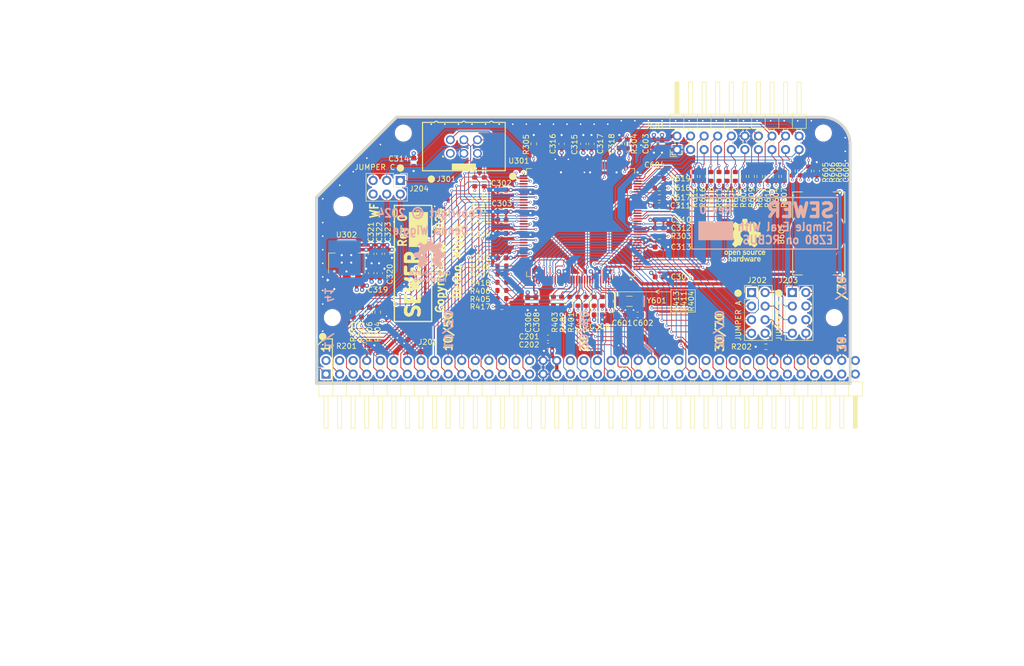
<source format=kicad_pcb>
(kicad_pcb (version 20240108) (generator "pcbnew") (generator_version "8.0")
  (title_block (title "SEWER") (date "2024-08-16") (rev "0") (company "Denno Wiggle") (comment 1 "Simple Eval With EZ80F91 on RCBUS"))
  (layers (0 "F.Cu" signal) (1 "In1.Cu" power) (2 "In2.Cu" power) (31 "B.Cu" signal) (34 "B.Paste" user) (35 "F.Paste" user) (36 "B.SilkS" user "B.Silkscreen") (37 "F.SilkS" user "F.Silkscreen") (38 "B.Mask" user) (39 "F.Mask" user) (44 "Edge.Cuts" user))
  (net 0 "")
  (net 1 "+3.3V")
  (net 2 "GND")
  (net 3 "CPU_BUSACK_N")
  (net 4 "CPU_A19")
  (net 5 "CPU_D1")
  (net 6 "CPU_A11")
  (net 7 "CPU_D5")
  (net 8 "CPU_A15")
  (net 9 "/RcBusInterface/RCBUS_UART1_TX")
  (net 10 "/CpuGpioRtc/VBAT_RTC")
  (net 11 "CPU_A14")
  (net 12 "CPU_D4")
  (net 13 "CPU_A4")
  (net 14 "/RcBusInterface/RCBUS_UART2_TX")
  (net 15 "CPU_A5")
  (net 16 "CPU_A6")
  (net 17 "CPU_D7")
  (net 18 "/CpuGpioRtc/RTC_XIN")
  (net 19 "CPU_MREQ_N")
  (net 20 "/CpuGpioRtc/RTC_XOUT")
  (net 21 "CPU_WR_N")
  (net 22 "CPU_A0")
  (net 23 "CPU_NMI_N")
  (net 24 "/RcBusInterface/RCBUS_I2C_SDA")
  (net 25 "CPU_CLOCK_PHI")
  (net 26 "CPU_A8")
  (net 27 "/RcBusInterface/CUSTOM44")
  (net 28 "CPU_A22")
  (net 29 "/RcBusInterface/RCBUS_UART1_RX")
  (net 30 "/RcBusInterface/RCBUS_INT2_N")
  (net 32 "CPU_INT0_N")
  (net 33 "CPU_A17")
  (net 34 "CPU_A13")
  (net 35 "CPU_WAIT_N")
  (net 36 "CPU_A3")
  (net 38 "CPU_BUSREQ_N")
  (net 39 "CPU_A21")
  (net 42 "/RcBusInterface/RCBUS_ZDA")
  (net 43 "CPU_A9")
  (net 44 "CPU_D2")
  (net 45 "CPU_IORQ_N")
  (net 46 "/RcBusInterface/CPU_D15")
  (net 48 "CPU_D3")
  (net 49 "CPU_RESET_N")
  (net 50 "CPU_CLOCK_SRC")
  (net 51 "/RcBusInterface/RCBUS_UART2_RX")
  (net 52 "/RcBusInterface/RCBUS_INT1_N")
  (net 54 "CPU_A20")
  (net 55 "CPU_A23")
  (net 56 "CPU_A2")
  (net 58 "CPU_RD_N")
  (net 59 "CPU_A1")
  (net 60 "CPU_D0")
  (net 61 "/RcBusInterface/BANK_ADDR_A14")
  (net 62 "CPU_HALT_N")
  (net 63 "CPU_A16")
  (net 65 "CPU_D6")
  (net 67 "CPU_A18")
  (net 68 "CPU_A7")
  (net 69 "CPU_A10")
  (net 71 "CPU_A12")
  (net 72 "/RcBusInterface/BANK_ADDR_A15")
  (net 75 "CPU_M1_N")
  (net 76 "/RcBusInterface/RCBUS_I2C_SCL")
  (net 80 "/RcBusInterface/RCBUS_ZCL")
  (net 82 "CPU_UART1_TXD")
  (net 83 "CPU_UART2_RXD")
  (net 84 "CPU_UART2_TXD")
  (net 85 "CPU_UART1_RXD")
  (net 86 "CPU_INT1_N")
  (net 87 "CPU_INT2_N")
  (net 88 "CPU_I2C_SDA")
  (net 89 "CPU_I2C_SCL")
  (net 90 "CPU_ZCL")
  (net 91 "CPU_ZDA")
  (net 92 "/CpuGpioRtc/CPU_PC3")
  (net 93 "/CpuGpioRtc/SPI_MOSI")
  (net 94 "/CpuGpioRtc/CPU_PA0")
  (net 95 "/CpuGpioRtc/SPI_CS0_N")
  (net 96 "/CpuGpioRtc/CPU_PD2")
  (net 97 "/CpuGpioRtc/SPI_CLK")
  (net 98 "/CpuGpioRtc/CPU_PA1")
  (net 99 "/CpuGpioRtc/CPU_PC2")
  (net 100 "/CpuGpioRtc/CPU_PD3")
  (net 101 "/CpuGpioRtc/SPI_CSS_N")
  (net 102 "/CpuGpioRtc/SPI_MISO")
  (net 103 "/CpuAddressData/CPU_INSTRD_N_S")
  (net 104 "/CpuAddressData/CPU_RD_N_S")
  (net 105 "/CpuAddressData/CPU_BUSACK_N_S")
  (net 106 "/CpuAddressData/CPU_CS3_N_S")
  (net 107 "/CpuAddressData/CPU_CS2_N_S")
  (net 108 "CPU_WP_N")
  (net 121 "/CpuAddressData/CPU_IORQ_N_S")
  (net 122 "/CpuAddressData/CPU_MREQ_N_S")
  (net 123 "/CpuAddressData/CPU_WR_N_S")
  (net 148 "VBUS")
  (net 149 "/RcBusInterface/RCBUS_A15")
  (net 150 "/RcBusInterface/RCBUS_A14")
  (net 151 "/CpuPowerZdi/PHI_S")
  (footprint "MountingHole:MountingHole_3.2mm_M3" (layer "F.Cu") (at 128.2954 93.4974)
    (property "Reference" "H1" (hide yes))
    (property "Value" "MountingHole")
  )
  (footprint "MountingHole:MountingHole_2.7mm_M2.5_DIN965" (layer "F.Cu") (at 218.1578 79.7687)
    (property "Reference" "H3" (hide yes))
    (property "Value" "MountingHole")
  )
  (footprint "MountingHole:MountingHole_2.7mm_M2.5_DIN965" (layer "F.Cu") (at 220.1898 114.3)
    (property "Reference" "H4" (hide yes))
    (property "Value" "MountingHole")
  )
  (footprint "MountingHole:MountingHole_2.7mm_M2.5_DIN965" (layer "F.Cu") (at 126.2634 114.3)
    (property "Reference" "H5" (hide yes))
    (property "Value" "MountingHole")
  )
  (footprint "Capacitor_SMD:C_0603_1608Metric" (layer "F.Cu") (at 183.388 113.792 180)
    (property "Reference" "C602")
    (property "Value" "12pF")
  )
  (footprint "Capacitor_SMD:C_0603_1608Metric" (layer "F.Cu") (at 135.128 105.99 90)
    (property "Reference" "C320")
    (property "Value" "100nF")
  )
  (footprint "Capacitor_SMD:C_0603_1608Metric" (layer "F.Cu") (at 174.752 81.788 90)
    (property "Reference" "C317")
    (property "Value" "100nF")
  )
  (footprint "Resistor_SMD:R_0603_1608Metric" (layer "F.Cu") (at 176.784 111.252 -90)
    (property "Reference" "R411")
    (property "Value" "10K")
  )
  (footprint "Resistor_SMD:R_0603_1608Metric" (layer "F.Cu") (at 157.988 110.744 180)
    (property "Reference" "R405")
    (property "Value" "33R")
  )
  (footprint "Capacitor_SMD:C_0603_1608Metric" (layer "F.Cu") (at 135.055 102.362 -90)
    (property "Reference" "C322")
    (property "Value" "4.7uF")
  )
  (footprint "Resistor_SMD:R_0603_1608Metric_Pad0.98x0.95mm_HandSolder" (layer "F.Cu") (at 133.223 113.284 90)
    (property "Reference" "R206")
    (property "Value" "0R")
  )
  (footprint "Resistor_SMD:R_0603_1608Metric" (layer "F.Cu") (at 198.628 87.884 -90)
    (property "Reference" "R611")
    (property "Value" "10K")
  )
  (footprint "Capacitor_SMD:C_0603_1608Metric" (layer "F.Cu") (at 187.452 97.536)
    (property "Reference" "C312")
    (property "Value" "100nF")
  )
  (footprint "Resistor_SMD:R_0603_1608Metric" (layer "F.Cu") (at 212.344 86.868 -90)
    (property "Reference" "R605")
    (property "Value" "10K")
  )
  (footprint "Capacitor_SMD:C_0603_1608Metric" (layer "F.Cu") (at 176.022 113.792)
    (property "Reference" "C309")
    (property "Value" "100nF")
  )
  (footprint "Resistor_SMD:R_0603_1608Metric" (layer "F.Cu") (at 157.988 107.696 180)
    (property "Reference" "R418")
    (property "Value" "10K")
  )
  (footprint "Resistor_SMD:R_0603_1608Metric" (layer "F.Cu") (at 157.988 104.648 180)
    (property "Reference" "R408")
    (property "Value" "33R")
  )
  (footprint "Connector_PinHeader_2.54mm:PinHeader_2x03_P2.54mm_Vertical" (layer "F.Cu") (at 138.9738 88.641 -90)
    (property "Reference" "J204")
    (property "Value" "Conn_02x03")
  )
  (footprint "Symbol:OSHW-Logo_7.5x8mm_SilkScreen" (layer "F.Cu") (at 203.454 99.822)
    (property "Reference" "LOGO1" (hide yes))
    (property "Value" "Logo_Open_Hardware_Small" (hide yes))
  )
  (footprint "Capacitor_SMD:C_0603_1608Metric" (layer "F.Cu") (at 157.988 98.552 180)
    (property "Reference" "C304")
    (property "Value" "100nF")
  )
  (footprint "Capacitor_SMD:C_0603_1608Metric" (layer "F.Cu") (at 162.814 111.252 -90)
    (property "Reference" "C306")
    (property "Value" "4.7uF")
  )
  (footprint "Capacitor_SMD:C_0603_1608Metric" (layer "F.Cu") (at 166.624 118.078 180)
    (property "Reference" "C201")
    (property "Value" "100nF")
  )
  (footprint "Resistor_SMD:R_0603_1608Metric" (layer "F.Cu") (at 195.58 87.884 -90)
    (property "Reference" "R616")
    (property "Value" "10K")
  )
  (footprint "Capacitor_SMD:C_0603_1608Metric" (layer "F.Cu") (at 187.452 93.345)
    (property "Reference" "C311")
    (property "Value" "100nF")
  )
  (footprint "Resistor_SMD:R_0603_1608Metric" (layer "F.Cu") (at 173.736 111.252 -90)
    (property "Reference" "R410")
    (property "Value" "10K")
  )
  (footprint "Resistor_SMD:R_0603_1608Metric_Pad0.98x0.95mm_HandSolder" (layer "F.Cu") (at 130.175 113.284 90)
    (property "Reference" "R205")
    (property "Value" "0R")
  )
  (footprint "Resistor_SMD:R_0603_1608Metric" (layer "F.Cu") (at 169.164 111.252 -90)
    (property "Reference" "R402")
    (property "Value" "33R")
  )
  (footprint "Resistor_SMD:R_0603_1608Metric" (layer "F.Cu") (at 209.296 87.884 -90)
    (property "Reference" "R604")
    (property "Value" "10K")
  )
  (footprint "Resistor_SMD:R_0603_1608Metric" (layer "F.Cu") (at 204.724 87.884 -90)
    (property "Reference" "R609")
    (property "Value" "10K")
  )
  (footprint "Crystal:Crystal_SMD_EuroQuartz_EQ161-2Pin_3.2x1.5mm_HandSoldering" (layer "F.Cu") (at 181.864 111.252)
    (property "Reference" "Y601")
    (property "Value" "ECX-.327-CDX-1293")
  )
  (footprint "Resistor_SMD:R_0603_1608Metric" (layer "F.Cu") (at 163.957 81.788 90)
    (property "Reference" "R305")
    (property "Value" "10K")
  )
  (footprint "Capacitor_SMD:C_0603_1608Metric" (layer "F.Cu") (at 180.34 113.792)
    (property "Reference" "C601")
    (property "Value" "12pF")
  )
  (footprint "Resistor_SMD:R_0603_1608Metric" (layer "F.Cu") (at 187.452 88.265)
    (property "Reference" "R619")
    (property "Value" "10K")
  )
  (footprint "Resistor_SMD:R_0603_1608Metric_Pad0.98x0.95mm_HandSolder" (layer "F.Cu") (at 132.334 119.507)
    (property "Reference" "R201")
    (property "Value" "0R")
  )
  (footprint "Capacitor_SMD:C_0603_1608Metric" (layer "F.Cu") (at 157.988 103.124 180)
    (property "Reference" "C305")
    (property "Value" "100nF")
  )
  (footprint "Capacitor_SMD:C_0603_1608Metric" (layer "F.Cu") (at 136.525 102.362 -90)
    (property "Reference" "C323")
    (property "Value" "4.7uF")
  )
  (footprint "Resistor_SMD:R_0603_1608Metric" (layer "F.Cu") (at 178.308 111.252 -90)
    (property "Reference" "R404")
    (property "Value" "33R")
  )
  (footprint "Resistor_SMD:R_0603_1608Metric" (layer "F.Cu") (at 157.988 109.22 180)
    (property "Reference" "R406")
    (property "Value" "33R")
  )
  (footprint "Capacitor_SMD:C_0603_1608Metric" (layer "F.Cu") (at 166.624 119.602 180)
    (property "Reference" "C202")
    (property "Value" "4.7uF")
  )
  (footprint "WTM_Library:BAT-HLD-012-SMT_TEC" (layer "F.Cu") (at 217.297 98.552 90)
    (property "Reference" "B601")
    (property "Value" "BAT-HLD-012-SMT")
  )
  (footprint "Capacitor_SMD:C_0603_1608Metric" (layer "F.Cu") (at 179.959 81.788 90)
    (property "Reference" "C318")
    (property "Value" "100nF")
  )
  (footprint "Resistor_SMD:R_0603_1608Metric" (layer "F.Cu") (at 152.908 88.9 90)
    (property "Reference" "R301")
    (property "Value" "10K")
  )
  (footprint "Connector_PinHeader_2.54mm:PinHeader_2x10_P2.54mm_Horizontal" (layer "F.Cu") (at 190.759 82.866 90)
    (property "Reference" "J601")
    (property "Value" "Conn_02x10_Odd_Even")
  )
  (footprint "Capacitor_SMD:C_0603_1608Metric" (layer "F.Cu") (at 173.228 81.788 90)
    (property "Reference" "C315")
    (property "Value" "4.7uF")
  )
  (footprint "Capacitor_SMD:C_0603_1608Metric" (layer "F.Cu") (at 157.988 94.488 180)
    (property "Reference" "C303")
    (property "Value" "100nF")
  )
  (footprint "Resistor_SMD:R_0603_1608Metric_Pad0.98x0.95mm_HandSolder" (layer "F.Cu") (at 134.747 113.284 90)
    (property "Reference" "R204")
    (property "Value" "0R")
  )
  (footprint "Resistor_SMD:R_0603_1608Metric" (layer "F.Cu") (at 175.26 111.252 -90)
    (property "Reference" "R413")
    (property "Value" "10K")
  )
  (footprint "Resistor_SMD:R_0603_1608Metric" (layer "F.Cu") (at 213.868 86.868 -90)
    (property "Reference" "R606")
    (property "Value" "10K")
  )
  (footprint "Capacitor_SMD:C_0603_1608Metric" (layer "F.Cu") (at 186.436 81.788 -90)
    (property "Reference" "C603")
    (property "Value" "4.7uF")
  )
  (footprint "Resistor_SMD:R_0603_1608Metric" (layer "F.Cu") (at 172.212 111.252 -90)
    (property "Reference" "R412")
    (property "Value" "10K")
  )
  (footprint "Capacitor_SMD:C_0603_1608Metric" (layer "F.Cu") (at 187.452 96.012)
    (property "Reference" "C310")
    (property "Value" "4.7uF")
  )
  (footprint "Resistor_SMD:R_0603_1608Metric" (layer "F.Cu") (at 170.688 111.252 -90)
    (property "Reference" "R401")
    (property "Value" "33R")
  )
  (footprint "Resistor_SMD:R_0603_1608Metric" (layer "F.Cu") (at 157.988 106.172 180)
    (property "Reference" "R407")
    (property "Value" "33R")
  )
  (footprint "Resistor_SMD:R_0603_1608Metric" (layer "F.Cu") (at 203.2 87.884 -90)
    (property "Reference" "R602")
    (property "Value" "10K")
  )
  (footprint "Capacitor_SMD:C_0603_1608Metric" (layer "F.Cu") (at 141.478 85.217 -90)
    (property "Reference" "C314")
    (property "Value" "100nF")
  )
  (footprint "Resistor_SMD:R_0603_1608Metric" (layer "F.Cu") (at 181.464 81.781 90)
    (property "Reference" "R304")
    (property "Value" "33R")
  )
  (footprint "MountingHole:MountingHole_2.7mm_M2.5_DIN965" (layer "F.Cu") (at 139.5476 79.7687)
    (property "Reference" "H2" (hide yes))
    (property "Value" "MountingHole")
  )
  (footprint "Connector_PinHeader_2.54mm:PinHeader_2x04_P2.54mm_Vertical" (layer "F.Cu") (at 212.339 109.611)
    (property "Reference" "J203")
    (property "Value" "Conn_02x04_Odd_Even")
  )
  (footprint "WTM_Library:RCBUS_PinHeader_2x40_P2.54mm_Horizontal" (layer "F.Cu") (at 125.07468 132.9591 90)
    (property "Reference" "J201")
    (property "Value" "Conn_02x40_Top_Bottom")
  )
  (footprint "Resistor_SMD:R_0603_1608Metric" (layer "F.Cu") (at 187.452 90.043)
    (property "Reference" "R618")
    (property "Value" "10K")
  )
  (footprint "Resistor_SMD:R_0603_1608Metric" (layer "F.Cu") (at 207.772 87.884 -90)
    (property "Reference" "R610")
    (property "Value" "10K")
  )
  (footprint "Resistor_SMD:R_0603_1608Metric_Pad0.98x0.95mm_HandSolder" (layer "F.Cu") (at 207.391 119.761 180)
    (property "Reference" "R202")
    (property "Value" "0R")
  )
  (footprint "Resistor_SMD:R_0603_1608Metric" (layer "F.Cu") (at 206.248 87.884 -90)
    (property "Reference" "R603")
    (property "Value" "10K")
  )
  (footprint "Resistor_SMD:R_0603_1608Metric" (layer "F.Cu") (at 167.64 111.252 -90)
    (property "Reference" "R403")
    (property "Value" "33R")
  )
  (footprint "Connector_PinHeader_2.54mm:PinHeader_2x04_P2.54mm_Vertical" (layer "F.Cu") (at 204.714 109.621)
    (property "Reference" "J202")
    (property "Value" "Conn_02x04_Odd_Even")
  )
  (footprint "Package_QFP:LQFP-144_20x20mm_P0.5mm" (layer "F.Cu") (at 172.72 96.52)
    (property "Reference" "U301")
    (property "Value" "eZ80F91-LQFP144")
  )
  (footprint "Capacitor_SMD:C_0603_1608Metric" (layer "F.Cu") (at 169.164 81.788 90)
    (property "Reference" "C316")
    (property "Value" "100nF")
  )
  (footprint "Resistor_SMD:R_0603_1608Metric" (layer "F.Cu") (at 197.104 87.884 -90)
    (property "Reference" "R613")
    (property "Value" "10K")
  )
  (footprint "Resistor_SMD:R_0603_1608Metric" (layer "F.Cu") (at 157.988 112.268 180)
    (property "Reference" "R417")
    (property "Value" "10K")
  )
  (footprint "Resistor_SMD:R_0603_1608Metric" (layer "F.Cu") (at 200.152 87.884 -90)
    (property "Reference" "R614")
    (property "Value" "10K")
  )
  (footprint "Capacitor_SMD:C_0603_1608Metric" (layer "F.Cu") (at 133.531 105.99 90)
    (property "Reference" "C319")
    (property "Value" "4.7uF")
  )
  (footprint "Capacitor_SMD:C_0603_1608Metric" (layer "F.Cu") (at 157.988 90.424 180)
    (property "Reference" "C302")
    (property "Value" "100nF")
  )
  (footprint "Resistor_SMD:R_0603_1608Metric" (layer "F.Cu") (at 187.452 99.06 180)
    (property "Reference" "R303")
    (property "Value" "10K")
  )
  (footprint "Resistor_SMD:R_0603_1608Metric" (layer "F.Cu") (at 210.82 87.884 -90)
    (property "Reference" "R607")
    (property "Value" "10K")
  )
  (footprint "Capacitor_SMD:C_0603_1608Metric" (layer "F.Cu") (at 164.338 111.252 -90)
    (property "Reference" "C308")
    (property "Value" "100nF")
  )
  (footprint "Capacitor_SMD:C_0603_1608Metric" (layer "F.Cu") (at 157.988 96.012 180)
    (property "Reference" "C301")
    (property "Value" "4.7uF")
  )
  (footprint "Capacitor_SMD:C_0603_1608Metric" (layer "F.Cu") (at 133.531 102.362 -90)
    (property "Reference" "C321")
    (property "Value" "100nF")
  )
  (footprint "Package_TO_SOT_SMD:SOT-223" (layer "F.Cu") (at 128.959 104.14 90)
    (property "Reference" "U302")
    (property "Value" "TLV1117LV33DCYR")
  )
  (footprint "Capacitor_SMD:C_0603_1608Metric" (layer "F.Cu") (at 187.96 81.788 -90)
    (property "Reference" "C604")
    (property "Value" "100nF")
  )
  (footprint "Resistor_SMD:R_0603_1608Metric" (layer "F.Cu") (at 194.056 87.884 -90)
    (property "Reference" "R615")
    (property "Value" "10K")
  )
  (footprint "Resistor_SMD:R_0603_1608Metric" (layer "F.Cu") (at 187.452 91.821)
    (property "Reference" "R617")
    (property "Value" "10K")
  )
  (footprint "Capacitor_SMD:C_0603_1608Metric" (layer "F.Cu") (at 187.452 106.68)
    (property "Reference" "C307")
    (property "Value" "100nF")
  )
  (footprint "Resistor_SMD:R_0603_1608Metric_Pad0.98x0.95mm_HandSolder" (layer "F.Cu") (at 131.699 113.284 90)
    (property "Reference" "R203")
    (property "Value" "0R")
  )
  (footprint "Capacitor_SMD:C_0603_1608Metric" (layer "F.Cu") (at 187.452 101.092)
    (property "Reference" "C313")
    (property "Value" "100nF")
  )
  (footprint "Resistor_SMD:R_0603_1608Metric" (layer "F.Cu") (at 215.392 86.868 -90)
    (property "Reference" "R608")
    (property "Value" "10K")
  )
  (footprint "Resistor_SMD:R_0603_1608Metric" (layer "F.Cu") (at 154.686 88.9 90)
    (property "Reference" "R302")
    (property "Value" "10K")
  )
  (footprint "WTM_Library:Wurth_61200621621" (layer "F.Cu") (at 150.876 82.296)
    (property "Reference" "J301")
    (property "Value" "61200621621")
  )
  (footprint "Capacitor_SMD:C_0603_1608Metric" (layer "F.Cu") (at 216.916 86.868 90)
    (property "Reference" "C605")
    (property "Value" "100nF")
  )
  (footprint "Resistor_SMD:R_0603_1608Metric" (layer "F.Cu") (at 201.676 87.884 -90)
    (property "Reference" "R612")
    (property "Value" "10K")
  )
  (footprint "Symbol:OSHW-Logo_7.5x8mm_SilkScreen" (layer "B.Cu") (at 144.526 103.632 180)
    (property "Reference" "LOGO2" (hide yes))
    (property "Value" "Logo_Open_Hardware_Small" (hide yes))
  )
  (gr_rect (start 194.8185 96.322) (end 201.2315 99.766) (stroke (width 0.12)) (fill solid) (layer "B.SilkS"))
  (gr_rect (start 193.548 91.821) (end 220.853 101.473) (stroke (width 0.254)) (fill none) (layer "B.SilkS"))
  (gr_line (start 177.546 109.474) (end 189.611 109.474) (stroke (width 0.12)) (layer "F.SilkS"))
  (gr_rect (start 140.645 94.615) (end 144.089 101.028) (stroke (width 0.12)) (fill solid) (layer "F.SilkS"))
  (gr_circle (center 138.9888 86.3092) (end 138.9888 86.9442) (stroke (width 0.12)) (fill solid) (layer "F.SilkS"))
  (gr_circle (center 144.78 88.392) (end 144.78 89.027) (stroke (width 0.12)) (fill solid) (layer "F.SilkS"))
  (gr_circle (center 160.02 87.884) (end 160.02 88.519) (stroke (width 0.12)) (fill solid) (layer "F.SilkS"))
  (gr_line (start 187.452 109.093) (end 186.69 109.474) (stroke (width 0.12)) (layer "F.SilkS"))
  (gr_line (start 126.26467 118.28145) (end 126.26848 126.39802) (stroke (width 0.2)) (layer "F.SilkS"))
  (gr_rect (start 174.498 109.474) (end 179.07 113.157) (stroke (width 0.12)) (fill none) (layer "F.SilkS"))
  (gr_line (start 123.51766 126.39802) (end 123.51385 119.46255) (stroke (width 0.2)) (layer "F.SilkS"))
  (gr_circle (center 202.184 109.728) (end 202.184 110.363) (stroke (width 0.12)) (fill solid) (layer "F.SilkS"))
  (gr_circle (center 124.46 117.856) (end 124.46 118.491) (stroke (width 0.12)) (fill solid) (layer "F.SilkS"))
  (gr_line (start 123.51385 119.46255) (end 124.69495 118.28145) (stroke (width 0.2)) (layer "F.SilkS"))
  (gr_line (start 187.706 83.82) (end 186.817 84.836) (stroke (width 0.12)) (layer "F.SilkS"))
  (gr_circle (center 209.804 109.728) (end 209.804 110.363) (stroke (width 0.12)) (fill solid) (layer "F.SilkS"))
  (gr_line (start 187.452 109.855) (end 186.69 109.474) (stroke (width 0.12)) (layer "F.SilkS"))
  (gr_rect (start 137.866 93.313) (end 144.851 115.03) (stroke (width 0.254)) (fill none) (layer "F.SilkS"))
  (gr_line (start 186.69 109.474) (end 187.452 109.093) (stroke (width 0.12)) (layer "F.SilkS"))
  (gr_line (start 124.69495 118.28145) (end 126.26467 118.28145) (stroke (width 0.2)) (layer "F.SilkS"))
  (gr_line (start 126.26848 126.39802) (end 126.30404 126.39802) (stroke (width 0.2)) (layer "F.SilkS"))
  (gr_rect (start 189.611 109.093) (end 194.183 113.284) (stroke (width 0.12)) (fill none) (layer "F.SilkS"))
  (gr_arc (start 218.00108 76.7715) (mid 221.663906 78.28868) (end 223.18108 81.9515) (stroke (width 0.5)) (layer "Edge.Cuts"))
  (gr_line (start 123.27128 91.7829) (end 123.27128 126.6317) (stroke (width 0.5)) (layer "Edge.Cuts"))
  (gr_line (start 138.28268 76.7715) (end 123.27128 91.7829) (stroke (width 0.5)) (layer "Edge.Cuts"))
  (gr_line (start 223.18268 81.9515) (end 223.18268 126.6317) (stroke (width 0.5)) (layer "Edge.Cuts"))
  (gr_line (start 123.27128 126.6317) (end 223.18268 126.6317) (stroke (width 0.5)) (layer "Edge.Cuts"))
  (gr_line (start 218.00108 76.7715) (end 138.28268 76.7715) (stroke (width 0.5)) (layer "Edge.Cuts"))
  (gr_text "SEWER" (at 220.5355 94.234 0) (layer "B.SilkS") (effects (font (size 2.54 2.54) (thickness 0.635) (bold yes)) (justify left mirror)))
  (gr_text "30/70" (at 197.739 120.396 270) (layer "B.SilkS") (effects (font (size 1.5 1.5) (thickness 0.3) (bold yes)) (justify left bottom mirror)))
  (gr_text "1/     41" (at 124.714 120.396 270) (layer "B.SilkS") (effects (font (size 1.5 1.5) (thickness 0.3) (bold yes)) (justify left bottom mirror)))
  (gr_text "Simple Eval With\nEZ80 on RCBUS" (at 220.1545 98.552 0) (layer "B.SilkS") (effects (font (size 1.524 1.397) (thickness 0.3175)) (justify left mirror)))
  (gr_text "10/50" (at 147.066 120.396 270) (layer "B.SilkS") (effects (font (size 1.5 1.5) (thickness 0.3) (bold yes)) (justify left bottom mirror)))
  (gr_text "Denno Wiggle" (at 151.9174 97.988 -0) (layer "B.SilkS") (effects (font (size 1.524 1.397) (thickness 0.3175) (bold yes)) (justify left mirror)))
  (gr_text "Copyright © 2024" (at 154.559 94.7622 -0) (layer "B.SilkS") (effects (font (size 1.524 1.397) (thickness 0.3175) (bold yes)) (justify left mirror)))
  (gr_text "Rev 0" (at 201.2315 94.107 0) (layer "B.SilkS") (effects (font (size 1.524 1.397) (thickness 0.3175) (bold yes)) (justify left mirror)))
  (gr_text "20/60" (at 172.339 120.396 -90) (layer "B.SilkS") (effects (font (size 1.5 1.5) (thickness 0.3) (bold yes)) (justify left bottom mirror)))
  (gr_text "39      /79" (at 220.599 120.904 270) (layer "B.SilkS") (effects (font (size 1.5 1.5) (thickness 0.3) (bold yes)) (justify left bottom mirror)))
  (gr_text "JUMPER A" (at 202.819 118.745 90) (layer "F.SilkS") (effects (font (size 1 1)) (justify left bottom)))
  (gr_text "10/50" (at 148.844 120.777 90) (layer "F.SilkS") (effects (font (size 1.5 1.5) (thickness 0.3) (bold yes)) (justify left bottom)))
  (gr_text "20" (at 174.244 120.904 90) (layer "F.SilkS") (effects (font (size 1.5 1.5) (thickness 0.3) (bold yes)) (justify left bottom)))
  (gr_text "30/70" (at 199.644 120.904 90) (layer "F.SilkS") (effects (font (size 1.5 1.5) (thickness 0.3) (bold yes)) (justify left bottom)))
  (gr_text "JUMPER B" (at 210.439 118.745 90) (layer "F.SilkS") (effects (font (size 1 1)) (justify left bottom)))
  (gr_text "1" (at 125.0442 120.1166 90) (layer "F.SilkS") (effects (font (size 1.5 1.5) (thickness 0.3))))
  (gr_text "Copyright © 2024" (at 146.416 113.6335 90) (layer "F.SilkS") (effects (font (size 1.524 1.397) (thickness 0.3175) (bold yes)) (justify left)))
  (gr_text "Denno Wiggle" (at 149.606 110.998 90) (layer "F.SilkS") (effects (font (size 1.524 1.397) (thickness 0.3175) (bold yes)) (justify left)))
  (gr_text "39      /79" (at 222.504 120.904 90) (layer "F.SilkS") (effects (font (size 1.5 1.5) (thickness 0.3) (bold yes)) (justify left bottom)))
  (gr_text "WF" (at 135.001 95.885 90) (layer "F.SilkS") (effects (font (size 1.524 1.397) (thickness 0.3175) (bold yes)) (justify left bottom)))
  (gr_text "Rev 0" (at 139.39 101.2505 90) (layer "F.SilkS") (effects (font (size 1.524 1.397) (thickness 0.3175) (bold yes)) (justify left)))
  (gr_text "SEWER" (at 141.3585 114.7125 90) (layer "F.SilkS") (effects (font (size 2.54 2.54) (thickness 0.635) (bold yes)) (justify left)))
  (gr_text "JUMPER C" (at 130.302 86.741 0) (layer "F.SilkS") (effects (font (size 1 1)) (justify left bottom)))
  (segment (start 158.763 94.488) (end 159.639 94.488) (width 0.3048) (layer "F.Cu") (net 1))
  (segment (start 160.755 102.77) (end 160.401 103.124) (width 0.3048) (layer "F.Cu") (net 1))
  (segment (start 135.055 100.765) (end 135.001 100.711) (width 0.635) (layer "F.Cu") (net 1))
  (segment (start 216.916 87.643) (end 216.916 88.519) (width 0.3048) (layer "F.Cu") (net 1))
  (segment (start 185.801 100.838) (end 185.166 100.838) (width 0.3048) (layer "F.Cu") (net 1))
  (segment (start 160.655 98.552) (end 159.639 98.552) (width 0.3048) (layer "F.Cu") (net 1))
  (segment (start 128.016 104.013) (end 128.016 102.616) (width 1.27) (layer "F.Cu") (net 1))
  (segment (start 200.152 88.709) (end 200.152 89.535) (width 0.1524) (layer "F.Cu") (net 1))
  (segment (start 154.686 89.725) (end 154.686 90.551) (width 0.1524) (layer "F.Cu") (net 1))
  (segment (start 201.676 88.709) (end 201.676 89.535) (width 0.1524) (layer "F.Cu") (net 1))
  (segment (start 158.763 103.124) (end 159.639 103.124) (width 0.3048) (layer "F.Cu") (net 1))
  (segment (start 186.677 106.667) (end 186.677 106.68) (width 0.3048) (layer "F.Cu") (net 1))
  (segment (start 179.959 82.563) (end 179.959 83.439) (width 0.3048) (layer "F.Cu") (net 1))
  (segment (start 186.677 96.012) (end 185.801 96.012) (width 0.3048) (layer "F.Cu") (net 1))
  (segment (start 189.116 81.013) (end 187.96 81.013) (width 0.635) (layer "F.Cu") (net 1))
  (segment (start 185.067 98.27) (end 185.801 97.536) (width 0.3048) (layer "F.Cu") (net 1))
  (segment (start 213.868 87.693) (end 213.868 88.519) (width 0.1524) (layer "F.Cu") (net 1))
  (segment (start 162.0147 90.3128) (end 160.6392 90.3128) (width 0.3048) (layer "F.Cu") (net 1))
  (segment (start 160.401 103.124) (end 159.639 103.124) (width 0.3048) (layer "F.Cu") (net 1))
  (segment (start 209.296 88.709) (end 209.296 89.535) (width 0.1524) (layer "F.Cu") (net 1))
  (segment (start 135.055 101.587) (end 133.531 101.587) (width 0.635) (layer "F.Cu") (net 1))
  (segment (start 173.228 82.563) (end 174.752 82.563) (width 0.3048) (layer "F.Cu") (net 1))
  (segment (start 164.338 110.477) (end 164.338 109.601) (width 0.3048) (layer "F.Cu") (net 1))
  (segment (start 174.97 85.8575) (end 174.97 84.673) (width 0.3048) (layer "F.Cu") (net 1))
  (segment (start 135.001 100.711) (end 133.477 100.711) (width 0.635) (layer "F.Cu") (net 1))
  (segment (start 128.905 104.902) (end 128.016 104.013) (width 1.27) (layer "F.Cu") (net 1))
  (segment (start 184.734 101.27) (end 183.3825 101.27) (width 0.3048) (layer "F.Cu") (net 1))
  (segment (start 157.163 112.268) (end 156.337 112.268) (width 0.1524) (layer "F.Cu") (net 1))
  (segment (start 174.97 106.009) (end 174.625 105.664) (width 0.3048) (layer "F.Cu") (net 1))
  (segment (start 176.784 112.077) (end 176.784 112.776) (width 0.1524) (layer "F.Cu") (net 1))
  (segment (start 158.763 90.424) (end 159.639 90.424) (width 0.3048) (layer "F.Cu") (net 1))
  (segment (start 183.3825 92.77) (end 184.725 92.77) (width 0.3048) (layer "F.Cu") (net 1))
  (segment (start 135.055 101.587) (end 135.055 100.765) (width 0.635) (layer "F.Cu") (net 1))
  (segment (start 136.525 101.587) (end 137.401 101.587) (width 0.635) (layer "F.Cu") (net 1))
  (segment (start 187.96 81.013) (end 187.96 80.137) (width 0.3048) (layer "F.Cu") (net 1))
  (segment (start 162.814 110.477) (end 164.338 110.477) (width 0.3048) (layer "F.Cu") (net 1))
  (segment (start 163.97 109.233) (end 164.338 109.601) (width 0.3048) (layer "F.Cu") (net 1))
  (segment (start 162.0575 94.27) (end 160.619 94.27) (width 0.3048) (layer "F.Cu") (net 1))
  (segment (start 132.601 101.587) (end 132.588 101.6) (width 0.635) (layer "F.Cu") (net 1))
  (segment (start 212.344 87.693) (end 212.344 88.519) (width 0.1524) (layer "F.Cu") (net 1))
  (segment (start 133.477 100.711) (end 129.238 100.711) (width 0.635) (layer "F.Cu") (net 1))
  (segment (start 157.163 107.696) (end 156.337 107.696) (width 0.1524) (layer "F.Cu") (net 1))
  (segment (start 179.97 85.8575) (end 179.97 83.577) (width 0.3048) (layer "F.Cu") (net 1))
  (segment (start 129.794 102.616) (end 129.794 101.825) (width 1.27) (layer "F.Cu") (net 1))
  (segment (start 194.056 88.709) (end 194.056 89.535) (width 0.1524) (layer "F.Cu") (net 1))
  (segment (start 187.96 81.013) (end 186.436 81.013) (width 0.635) (layer "F.Cu") (net 1))
  (segment (start 136.525 100.711) (end 135.001 100.711) (width 0.635) (layer "F.Cu") (net 1))
  (segment (start 186.677 101.092) (end 186.055 101.092) (width 0.3048) (layer "F.Cu") (net 1))
  (segment (start 185.166 100.838) (end 184.734 101.27) (width 0.3048) (layer "F.Cu") (net 1))
  (segment (start 204.724 88.709) (end 204.724 89.535) (width 0.1524) (layer "F.Cu") (net 1))
  (segment (start 129.794 101.825) (end 128.959 100.99) (width 1.27) (layer "F.Cu") (net 1))
  (segment (start 188.277 90.043) (end 189.103 90.043) (width 0.1524) (layer "F.Cu") (net 1))
  (segment (start 189.803 80.326) (end 189.116 81.013) (width 0.635) (layer "F.Cu") (net 1))
  (segment (start 175.247 113.792) (end 175.247 114.668) (width 0.3048) (layer "F.Cu") (net 1))
  (segment (start 133.531 101.587) (end 133.531 100.765) (width 0.635) (layer "F.Cu") (net 1))
  (segment (start 184.725 92.77) (end 185.226 92.77) (width 0.3048) (layer "F.Cu") (net 1))
  (segment (start 190.759 80.326) (end 189.803 80.326) (width 0.635) (layer "F.Cu") (net 1))
  (segment (start 160.401 94.488) (end 159.639 94.488) (width 0.3048) (layer "F.Cu") (net 1))
  (segment (start 197.104 88.709) (end 197.104 89.535) (width 0.1524) (layer "F.Cu") (net 1))
  (segment (start 203.2 88.709) (end 203.2 89.535) (width 0.1524) (layer "F.Cu") (net 1))
  (segment (start 183.3825 98.27) (end 185.067 98.27) (width 0.3048) (layer "F.Cu") (net 1))
  (segment (start 128.016 102.616) (end 128.016 101.933) (width 1.27) (layer "F.Cu") (net 1))
  (segment (start 133.531 101.587) (end 132.601 101.587) (width 0.635) (layer "F.Cu") (net 1))
  (segment (start 129.794 104.013) (end 129.794 102.616) (width 1.27) (layer "F.Cu") (net 1))
  (segment (start 186.677 93.345) (end 185.801 93.345) (width 0.3048) (layer "F.Cu") (net 1))
  (segment (start 136.525 101.587) (end 136.525 100.711) (width 0.635) (layer "F.Cu") (net 1))
  (segment (start 206.248 88.709) (end 206.248 89.535) (width 0.1524) (layer "F.Cu") (net 1))
  (segment (start 175.26 112.077) (end 175.26 112.903) (width 0.1524) (layer "F.Cu") (net 1))
  (segment (start 128.905 107.236) (end 128.959 107.29) (width 1.27) (layer "F.Cu") (net 1))
  (segment (start 210.82 88.709) (end 210.82 89.535) (width 0.1524) (layer "F.Cu") (net 1))
  (segment (start 186.436 81.013) (end 186.436 80.137) (width 0.3048) (layer "F.Cu") (net 1))
  (segment (start 160.528 90.424) (end 159.639 90.424) (width 0.3048) (layer "F.Cu") (net 1))
  (segment (start 183.3825 97.77) (end 184.805 97.77) (width 0.3048) (layer "F.Cu") (net 1))
  (segment (start 172.212 112.077) (end 172.212 112.903) (width 0.1524) (layer "F.Cu") (net 1))
  (segment (start 215.392 87.693) (end 215.392 88.519) (width 0.1524) (layer "F.Cu") (net 1))
  (segment (start 163.97 107.1825) (end 163.97 109.233) (width 0.3048) (layer "F.Cu") (net 1))
  (segment (start 169.164 84.328) (end 169.164 83.439) (width 0.3048) (layer "F.Cu") (net 1))
  (segment (start 128.905 105.664) (end 128.905 104.902) (width 1.27) (layer "F.Cu") (net 1))
  (segment (start 186.677 97.536) (end 186.677 96.012) (width 0.3048) (layer "F.Cu") (net 1))
  (segment (start 188.277 91.821) (end 189.103 91.821) (width 0.1524) (layer "F.Cu") (net 1))
  (segment (start 162.0575 90.27) (end 162.0147 90.3128) (width 0.3048) (layer "F.Cu") (net 1))
  (segment (start 158.763 98.552) (end 159.639 98.552) (width 0.3048) (layer "F.Cu") (net 1))
  (segment (start 169.47 85.8575) (end 169.47 84.634) (width 0.3048) (layer "F.Cu") (net 1))
  (segment (start 162.0575 102.77) (end 160.755 102.77) (width 0.3048) (layer "F.Cu") (net 1))
  (segment (start 136.525 101.587) (end 135.055 101.587) (width 0.635) (layer "F.Cu") (net 1))
  (segment (start 128.016 101.933) (end 128.959 100.99) (width 1.27) (layer "F.Cu") (net 1))
  (segment (start 185.226 92.77) (end 185.801 93.345) (width 0.3048) (layer "F.Cu") (net 1))
  (segment (start 179.97 83.577) (end 179.832 83.439) (width 0.3048) (layer "F.Cu") (net 1))
  (segment (start 129.569 101.6) (end 128.959 100.99) (width 0.635) (layer "F.Cu") (net 1))
  (segment (start 186.677 97.536) (end 185.801 97.536) (width 0.3048) (layer "F.Cu") (net 1))
  (segment (start 160.937 98.27) (end 160.655 98.552) (width 0.3048) (layer "F.Cu") (net 1))
  (segment (start 188.277 88.265) (end 189.103 88.265) (width 0.1524) (layer "F.Cu") (net 1))
  (segment (start 141.478 84.442) (end 141.478 83.566) (width 0.3048) (layer "F.Cu") (net 1))
  (segment (start 168.97 105.978) (end 168.97 107.1825) (width 0.3048) (layer "F.Cu") (net 1))
  (segment (start 129.238 100.711) (end 128.959 100.99) (width 0.635) (layer "F.Cu") (net 1))
  (segment (start 169.47 84.634) (end 169.164 84.328) (width 0.3048) (layer "F.Cu") (net 1))
  (segment (start 207.772 88.709) (end 207.772 89.535) (width 0.1524) (layer "F.Cu") (net 1))
  (segment (start 132.588 101.6) (end 129.569 101.6) (width 0.635) (layer "F.Cu") (net 1))
  (segment (start 198.628 88.709) (end 198.628 89.535) (width 0.1524) (layer "F.Cu") (net 1))
  (segment (start 174.752 84.455) (end 174.752 83.439) (width 0.3048) (layer "F.Cu") (net 1))
  (segment (start 175.247 114.668) (end 175.26 114.681) (width 0.3048) (layer "F.Cu") (net 1))
  (segment (start 173.736 112.077) (end 173.736 112.903) (width 0.1524) (layer "F.Cu") (net 1))
  (segment (start 133.531 100.765) (end 133.477 100.711) (width 0.635) (layer "F.Cu") (net 1))
  (segment (start 174.97 84.673) (end 174.752 84.455) (width 0.3048) (layer "F.Cu") (net 1))
  (segment (start 195.58 88.709) (end 195.58 89.535) (width 0.1524) (layer "F.Cu") (net 1))
  (segment (start 184.805 97.77) (end 185.039 97.536) (width 0.3048) (layer "F.Cu") (net 1))
  (segment (start 186.055 101.092) (end 185.801 100.838) (width 0.3048) (layer "F.Cu") (net 1))
  (segment (start 152.908 89.725) (end 152.908 90.551) (width 0.1524) (layer "F.Cu") (net 1))
  (segment (start 128.905 104.902) (end 129.794 104.013) (width 1.27) (layer "F.Cu") (net 1))
  (segment (start 169.164 82.563) (end 169.164 83.439) (width 0.3048) (layer "F.Cu") (net 1))
  (segment (start 188.277 99.06) (end 189.103 99.06) (width 0.1524) (layer "F.Cu") (net 1))
  (segment (start 160.6392 90.3128) (end 160.528 90.424) (width 0.3048) (layer "F.Cu") (net 1))
  (segment (start 128.905 105.664) (end 128.905 107.236) (width 1.27) (layer "F.Cu") (net 1))
  (segment (start 185.928 105.918) (end 186.677 106.667) (width 0.3048) (layer "F.Cu") (net 1))
  (segment (start 185.039 97.536) (end 185.801 97.536) (width 0.3048) (layer "F.Cu") (net 1))
  (segment (start 174.97 107.1825) (end 174.97 106.009) (width 0.3048) (layer "F.Cu") (net 1))
  (segment (start 174.752 82.563) (end 174.752 83.439) (width 0.3048) (layer "F.Cu") (net 1))
  (segment (start 160.619 94.27) (end 160.401 94.488) (width 0.3048) (layer "F.Cu") (net 1))
  (segment (start 162.814 110.477) (end 162.814 109.601) (width 0.3048) (layer "F.Cu") (net 1))
  (segment (start 158.763 96.012) (end 158.763 94.488) (width 0.3048) (layer "F.Cu") (net 1))
  (segment (start 168.656 105.664) (end 168.97 105.978) (width 0.3048) (layer "F.Cu") (net 1))
  (segment (start 137.401 101.587) (end 137.414 101.6) (width 0.635) (layer "F.Cu") (net 1))
  (segment (start 162.0575 98.27) (end 160.937 98.27) (width 0.3048) (layer "F.Cu") (net 1))
  (segment (start 173.228 82.563) (end 173.228 83.439) (width 0.3048) (layer "F.Cu") (net 1))
  (via (at 216.916 88.519) (size 0.8) (drill 0.4) (layers "F.Cu" "B.Cu") (net 1))
  (via (at 210.82 89.535) (size 0.5) (drill 0.3) (layers "F.Cu" "B.Cu") (net 1))
  (via (at 179.959 83.439) (size 0.8) (drill 0.4) (layers "F.Cu" "B.Cu") (net 1))
  (via (at 152.908 90.551) (size 0.5) (drill 0.3) (layers "F.Cu" "B.Cu") (net 1))
  (via (at 159.639 94.488) (size 0.8) (drill 0.4) (layers "F.Cu" "B.Cu") (net 1))
  (via (at 154.686 90.551) (size 0.5) (drill 0.3) (layers "F.Cu" "B.Cu") (net 1))
  (via (at 176.784 112.776) (size 0.5) (drill 0.3) (layers "F.Cu" "B.Cu") (net 1))
  (via (at 128.016 104.013) (size 0.8) (drill 0.4) (layers "F.Cu" "B.Cu") (net 1))
  (via (at 185.801 93.345) (size 0.8) (drill 0.4) (layers "F.Cu" "B.Cu") (net 1))
  (via (at 174.625 105.664) (size 0.8) (drill 0.4) (layers "F.Cu" "B.Cu") (net 1))
  (via (at 209.296 89.535) (size 0.5) (drill 0.3) (layers "F.Cu" "B.Cu") (net 1))
  (via (at 194.056 89.535) (size 0.5) (drill 0.3) (layers "F.Cu" "B.Cu") (net 1))
  (via (at 141.478 83.566) (size 0.8) (drill 0.4) (layers "F.Cu" "B.Cu") (net 1))
  (via (at 156.337 112.268) (size 0.5) (drill 0.3) (layers "F.Cu" "B.Cu") (net 1))
  (via (at 215.392 88.519) (size 0.5) (drill 0.3) (layers "F.Cu" "B.Cu") (net 1))
  (via (at 200.152 89.535) (size 0.5) (drill 0.3) (layers "F.Cu" "B.Cu") (net 1))
  (via (at 212.344 88.519) (size 0.5) (drill 0.3) (layers "F.Cu" "B.Cu") (net 1))
  (via (at 169.164 83.439) (size 0.8) (drill 0.4) (layers "F.Cu" "B.Cu") (net 1))
  (via (at 201.676 89.535) (size 0.5) (drill 0.3) (layers "F.Cu" "B.Cu") (net 1))
  (via (at 189.103 91.821) (size 0.5) (drill 0.3) (layers "F.Cu" "B.Cu") (net 1))
  (via (at 174.752 83.439) (size 0.8) (drill 0.4) (layers "F.Cu" "B.Cu") (net 1))
  (via (at 132.588 101.6) (size 0.8) (drill 0.4) (layers "F.Cu" "B.Cu") (net 1))
  (via (at 136.525 100.711) (size 0.8) (drill 0.4) (layers "F.Cu" "B.Cu") (net 1))
  (via (at 187.96 80.137) (size 0.8) (drill 0.4) (layers "F.Cu" "B.Cu") (net 1))
  (via (at 133.477 100.711) (size 0.8) (drill 0.4) (layers "F.Cu" "B.Cu") (net 1))
  (via (at 207.772 89.535) (size 0.5) (drill 0.3) (layers "F.Cu" "B.Cu") (net 1))
  (via (at 159.639 90.424) (size 0.8) (drill 0.4) (layers "F.Cu" "B.Cu") (net 1))
  (via (at 175.26 112.903) (size 0.5) (drill 0.3) (layers "F.Cu" "B.Cu") (net 1))
  (via (at 173.228 83.439) (size 0.8) (drill 0.4) (layers "F.Cu" "B.Cu") (net 1))
  (via (at 198.628 89.535) (size 0.5) (drill 0.3) (layers "F.Cu" "B.Cu") (net 1))
  (via (at 185.928 105.918) (size 0.8) (drill 0.4) (layers "F.Cu" "B.Cu") (net 1))
  (via (at 164.338 109.601) (size 0.8) (drill 0.4) (layers "F.Cu" "B.Cu") (net 1))
  (via (at 197.104 89.535) (size 0.5) (drill 0.3) (layers "F.Cu" "B.Cu") (net 1))
  (via (at 189.103 88.265) (size 0.5) (drill 0.3) (layers "F.Cu" "B.Cu") (net 1))
  (via (at 129.794 102.616) (size 0.8) (drill 0.4) (layers "F.Cu" "B.Cu") (net 1))
  (via (at 135.001 100.711) (size 0.8) (drill 0.4) (layers "F.Cu" "B.Cu") (net 1))
  (via (at 185.801 100.838) (size 0.8) (drill 0.4) (layers "F.Cu" "B.Cu") (net 1))
  (via (at 185.801 97.536) (size 0.8) (drill 0.4) (layers "F.Cu" "B.Cu") (net 1))
  (via (at 128.016 102.616) (size 0.8) (drill 0.4) (layers "F.Cu" "B.Cu") (net 1))
  (via (at 185.801 96.012) (size 0.8) (drill 0.4) (layers "F.Cu" "B.Cu") (net 1))
  (via (at 156.337 107.696) (size 0.5) (drill 0.3) (layers "F.Cu" "B.Cu") (net 1))
  (via (at 129.794 104.013) (size 0.8) (drill 0.4) (layers "F.Cu" "B.Cu") (net 1))
  (via (at 204.724 89.535) (size 0.5) (drill 0.3) (layers "F.Cu" "B.Cu") (net 1))
  (via (at 159.639 103.124) (size 0.8) (drill 0.4) (layers "F.Cu" "B.Cu") (net 1))
  (via (at 172.212 112.903) (size 0.5) (drill 0.3) (layers "F.Cu" "B.Cu") (net 1))
  (via (at 128.905 105.664) (size 0.8) (drill 0.4) (layers "F.Cu" "B.Cu") (net 1))
  (via (at 173.736 112.903) (size 0.5) (drill 0.3) (layers "F.Cu" "B.Cu") (net 1))
  (via (at 159.639 98.552) (size 0.8) (drill 0.4) (layers "F.Cu" "B.Cu") (net 1))
  (via (at 195.58 89.535) (size 0.5) (drill 0.3) (layers "F.Cu" "B.Cu") (net 1))
  (via (at 206.248 89.535) (size 0.5) (drill 0.3) (layers "F.Cu" "B.Cu") (net 1))
  (via (at 137.414 101.6) (size 0.8) (drill 0.4) (layers "F.Cu" "B.Cu") (net 1))
  (via (at 175.26 114.681) (size 0.8) (drill 0.4) (layers "F.Cu" "B.Cu") (net 1))
  (via (at 186.436 80.137) (size 0.8) (drill 0.4) (layers "F.Cu" "B.Cu") (net 1))
  (via (at 203.2 89.535) (size 0.5) (drill 0.3) (layers "F.Cu" "B.Cu") (net 1))
  (via (at 213.868 88.519) (size 0.5) (drill 0.3) (layers "F.Cu" "B.Cu") (net 1))
  (via (at 189.103 99.06) (size 0.5) (drill 0.3) (layers "F.Cu" "B.Cu") (net 1))
  (via (at 162.814 109.601) (size 0.8) (drill 0.4) (layers "F.Cu" "B.Cu") (net 1))
  (via (at 168.656 105.664) (size 0.8) (drill 0.4) (layers "F.Cu" "B.Cu") (net 1))
  (via (at 189.103 90.043) (size 0.5) (drill 0.3) (layers "F.Cu" "B.Cu") (net 1))
  (segment (start 206.4785 119.761) (end 205.486 119.761) (width 0.381) (layer "F.Cu") (net 2))
  (segment (start 165.849 119.602) (end 165.849 120.51) (width 0.635) (layer "F.Cu") (net 2))
  (segment (start 186.436 82.563) (end 186.436 83.439) (width 0.3048) (layer "F.Cu") (net 2))
  (segment (start 188.227 97.536) (end 189.103 97.536) (width 0.3048) (layer "F.Cu") (net 2))
  (segment (start 157.213 103.124) (end 156.337 103.124) (width 0.3048) (layer "F.Cu") (net 2))
  (segment (start 182.101473 101.089001) (end 182.420474 100.77) (width 0.3048) (layer "F.Cu") (net 2))
  (segment (start 188.227 97.536) (end 188.227 96.012) (width 0.3048) (layer "F.Cu") (net 2))
  (segment (start 164.47 107.1825) (end 164.47 105.923) (width 0.3048) (layer "F.Cu") (net 2))
  (segment (start 126.659 105.704) (end 126.619 105.664) (width 0.635) (layer "F.Cu") (net 2))
  (segment (start 182.420474 100.77) (end 183.3825 100.77) (width 0.3048) (layer "F.Cu") (net 2))
  (segment (start 173.97 85.8575) (end 173.97 84.6528) (width 0.1524) (layer "F.Cu") (net 2))
  (segment (start 184.912 99.822) (end 184.86 99.77) (width 0.3048) (layer "F.Cu") (net 2))
  (segment (start 136.525 103.137) (end 135.055 103.137) (width 0.635) (layer "F.Cu") (net 2))
  (segment (start 189.116 82.563) (end 187.96 82.563) (width 0.635) (layer "F.Cu") (net 2))
  (segment (start 183.3825 97.27) (end 182.13 97.27) (width 0.3048) (layer "F.Cu") (net 2))
  (segment (start 125.374 107.29) (end 125.349 107.315) (width 0.635) (layer "F.Cu") (net 2))
  (segment (start 170.47 84.7196) (end 170.434 84.6836) (width 0.1524) (layer "F.Cu") (net 2))
  (segment (start 174.47 85.8575) (end 174.47 87.094) (width 0.3048) (layer "F.Cu") (net 2))
  (segment (start 184.86 99.77) (end 183.3825 99.77) (width 0.3048) (layer "F.Cu") (net 2))
  (segment (start 133.531 103.137) (end 132.601 103.137) (width 0.635) (layer "F.Cu") (net 2))
  (segment (start 126.659 108.926) (end 126.619 108.966) (width 0.635) (layer "F.Cu") (net 2))
  (segment (start 133.531 104.213) (end 133.604 104.14) (width 0.635) (layer "F.Cu") (net 2))
  (segment (start 135.128 105.215) (end 135.128 104.267) (width 0.635) (layer "F.Cu") (net 2))
  (segment (start 183.388 87.7645) (end 183.3825 87.77) (width 0.3048) (layer "F.Cu") (net 2))
  (segment (start 162.0575 98.77) (end 163.286 98.77) (width 0.3048) (layer "F.Cu") (net 2))
  (segment (start 190.759 82.866) (end 189.419 82.866) (width 0.635) (layer "F.Cu") (net 2))
  (segment (start 182.613 113.792) (end 182.613 112.916) (width 0.1524) (layer "F.Cu") (net 2))
  (segment (start 141.478 85.992) (end 141.478 86.868) (width 0.3048) (layer "F.Cu") (net 2))
  (segment (start 168.97 85.8575) (end 168.97 87.055) (width 0.3048) (layer "F.Cu") (net 2))
  (segment (start 216.916 86.093) (end 216.916 85.217) (width 0.3048) (layer "F.Cu") (net 2))
  (segment (start 173.47 85.8575) (end 173.47 87.0832) (width 0.1524) (layer "F.Cu") (net 2))
  (segment (start 162.814 112.027) (end 164.338 112.027) (width 0.3048) (layer "F.Cu") (net 2))
  (segment (start 188.227 96.012) (end 189.103 96.012) (width 0.3048) (layer "F.Cu") (net 2))
  (segment (start 175.47 105.962) (end 175.47 107.1825) (width 0.3048) (layer "F.Cu") (net 2))
  (segment (start 165.71468 122.3391) (end 165.71468 120.67032) (width 0.635) (layer "F.Cu") (net 2))
  (segment (start 132.601 103.137) (end 132.588 103.124) (width 0.635) (layer "F.Cu") (net 2))
  (segment (start 163.294 94.77) (end 163.322 94.742) (width 0.3048) (layer "F.Cu") (net 2))
  (segment (start 188.227 93.345) (end 189.103 93.345) (width 0.3048) (layer "F.Cu") (net 2))
  (segment (start 182.186 92.27) (end 182.118 92.202) (width 0.3048) (layer "F.Cu") (net 2))
  (segment (start 181.4755 107.188) (end 181.47 107.1825) (width 0.3048) (layer "F.Cu") (net 2))
  (segment (start 135.055 103.137) (end 133.531 103.137) (width 0.635) (layer "F.Cu") (net 2))
  (segment (start 188.227 101.092) (end 189.103 101.092) (width 0.3048) (layer "F.Cu") (net 2))
  (segment (start 183.388 87.122) (end 183.388 87.7645) (width 0.3048) (layer "F.Cu") (net 2))
  (segment (start 174.47 87.094) (end 174.498 87.122) (width 0.3048) (layer "F.Cu") (net 2))
  (segment (start 126.659 107.29) (end 126.659 108.926) (width 0.635) (layer "F.Cu") (net 2))
  (segment (start 163.286 98.77) (end 163.322 98.806) (width 0.3048) (layer "F.Cu") (net 2))
  (segment (start 165.849 120.51) (end 165.862 120.523) (width 0.635) (layer "F.Cu") (net 2))
  (segment (start 176.797 113.792) (end 176.797 114.668) (width 0.3048) (layer "F.Cu") (net 2))
  (segment (start 188.227 106.68) (end 189.103 106.68) (width 0.3048) (layer "F.Cu") (net 2))
  (segment (start 176.797 114.668) (end 176.784 114.681) (width 0.3048) (layer "F.Cu") (net 2))
  (segment (start 133.531 105.215) (end 133.531 104.213) (width 0.635) (layer "F.Cu") (net 2))
  (segment (start 169.164 81.013) (end 169.164 80.137) (width 0.3048) (layer "F.Cu") (net 2))
  (segment (start 137.401 103.137) (end 137.414 103.124) (width 0.635) (layer "F.Cu") (net 2))
  (segment (start 133.2465 119.507) (end 134.112 119.507) (width 0.381) (layer "F.Cu") (net 2))
  (segment (start 157.213 96.012) (end 157.213 94.488) (width 0.3048) (layer "F.Cu") (net 2))
  (segment (start 173.97 84.6528) (end 173.99 84.6328) (width 0.1524) (layer "F.Cu") (net 2))
  (segment (start 182.613 112.916) (end 182.626 112.903) (width 0.1524) (layer "F.Cu") (net 2))
  (segment (start 162.0575 94.77) (end 163.294 94.77) (width 0.3048) (layer "F.Cu") (net 2))
  (segment (start 181.115 113.792) (end 181.115 112.916) (width 0.1524) (layer "F.Cu") (net 2))
  (segment (start 181.115 112.916) (end 181.102 112.903) (width 0.1524) (layer "F.Cu") (net 2))
  (segment (start 136.525 103.137) (end 137.401 103.137) (width 0.635) (layer "F.Cu") (net 2))
  (segment (start 167.97 84.7092) (end 167.9956 84.6836) (width 0.1524) (layer "F.Cu") (net 2))
  (segment (start 169.47 106.0354) (end 169.47 107.1825) (width 0.3048) (layer "F.Cu") (net 2))
  (segment (start 165.71468 120.67032) (end 165.862 120.523) (width 0.635) (layer "F.Cu") (net 2))
  (segment (start 168.97 87.055) (end 169.037 87.122) (width 0.3048) (layer "F.Cu") (net 2))
  (segment (start 162.0575 103.27) (end 163.303 103.27) (width 0.3048) (layer "F.Cu") (net 2))
  (segment (start 169.8414 105.664) (end 169.47 106.0354) (width 0.3048) (layer "F.Cu") (net 2))
  (segment (start 179.47 87.103) (end 179.451 87.122) (width 0.3048) (layer "F.Cu") (net 2))
  (segment (start 163.303 103.27) (end 163.322 103.251) (width 0.3048) (layer "F.Cu") (net 2))
  (segment (start 135.055 104.086) (end 135.001 104.14) (width 0.635) (layer "F.Cu") (net 2))
  (segment (start 187.96 82.563) (end 187.96 83.439) (width 0.3048) (layer "F.Cu") (net 2))
  (segment (start 182.118 107.188) (end 181.4755 107.188) (width 0.3048) (layer "F.Cu") (net 2))
  (segment (start 179.959 81.013) (end 179.959 80.137) (width 0.3048) (layer "F.Cu") (net 2))
  (segment (start 157.213 90.424) (end 156.337 90.424) (width 0.3048) (layer "F.Cu") (net 2))
  (segment (start 183.3825 92.27) (end 182.186 92.27) (width 0.3048) (layer "F.Cu") (net 2))
  (segment (start 135.958 105.215) (end 136.017 105.156) (width 0.635) (layer "F.Cu") (net 2))
  (segment (start 173.47 87.0832) (end 173.4312 87.122) (width 0.1524) (layer "F.Cu") (net 2))
  (segment (start 167.97 85.8575) (end 167.97 84.7092) (width 0.1524) (layer "F.Cu") (net 2))
  (segment (start 126.659 107.29) (end 125.374 107.29) (width 0.635) (layer "F.Cu") (net 2))
  (segment (start 187.96 82.563) (end 186.436 82.563) (width 0.635) (layer "F.Cu") (net 2))
  (segment (start 157.213 94.488) (end 156.337 94.488) (width 0.3048) (layer "F.Cu") (net 2))
  (segment (start 165.849 118.078) (end 165.849 119.602) (width 0.635) (layer "F.Cu") (net 2))
  (segment (start 163.287 90.77) (end 163.322 90.805) (width 0.3048) (layer "F.Cu") (net 2))
  (segment (start 157.213 98.552) (end 156.337 98.552) (width 0.3048) (layer "F.Cu") (net 2))
  (segment (start 135.128 104.267) (end 135.001 104.14) (width 0.635) (layer "F.Cu") (net 2))
  (segment (start 164.47 105.923) (end 164.465 105.918) (width 0.3048) (layer "F.Cu") (net 2))
  (segment (start 177.47 106.121) (end 177.47 107.1825) (width 0.3048) (layer "F.Cu") (net 2))
  (segment (start 173.228 81.013) (end 173.228 80.137) (width 0.3048) (layer "F.Cu") (net 2))
  (segment (start 133.531 105.215) (end 132.647 105.215) (width 0.635) (layer "F.Cu") (net 2))
  (segment (start 162.814 112.027) (end 162.814 112.903) (width 0.3048) (layer "F.Cu") (net 2))
  (segment (start 133.531 103.137) (end 133.531 104.067) (width 0.635) (layer "F.Cu") (net 2))
  (segment (start 164.338 112.027) (end 164.338 112.903) (width 0.3048) (layer "F.Cu") (net 2))
  (segment (start 135.128 105.215) (end 135.958 105.215) (width 0.635) (layer "F.Cu") (net 2))
  (segment (start 179.47 85.8575) (end 179.47 87.103) (width 0.3048) (layer "F.Cu") (net 2))
  (segment (start 163.957 80.963) (end 163.957 80.137) (width 0.3048) (layer "F.Cu") (net 2))
  (segment (start 174.752 81.013) (end 174.752 80.137) (width 0.3048) (layer "F.Cu") (net 2))
  (segment (start 133.531 104.067) (end 133.604 104.14) (width 0.635) (layer "F.Cu") (net 2))
  (segment (start 135.055 103.137) (end 135.055 104.086) (width 0.635) (layer "F.Cu") (net 2))
  (segment (start 173.228 81.013) (end 174.752 81.013) (width 0.3048) (layer "F.Cu") (net 2))
  (segment (start 189.419 82.866) (end 189.116 82.563) (width 0.635) (layer "F.Cu") (net 2))
  (segment (start 132.647 105.215) (end 132.588 105.156) (width 0.635) (layer "F.Cu") (net 2))
  (segment (start 170.47 85.8575) (end 170.47 84.7196) (width 0.1524) (layer "F.Cu") (net 2))
  (segment (start 135.128 105.215) (end 133.531 105.215) (width 0.635) (layer "F.Cu") (net 2))
  (segment (start 182.13 97.27) (end 182.118 97.282) (width 0.3048) (layer "F.Cu") (net 2))
  (segment (start 126.659 107.29) (end 126.659 105.704) (width 0.635) (layer "F.Cu") (net 2))
  (segment (start 175.768 105.664) (end 175.47 105.962) (width 0.3048) (layer "F.Cu") (net 2))
  (segment (start 162.0575 90.77) (end 163.287 90.77) (width 0.3048) (layer "F.Cu") (net 2))
  (segment (start 177.8 105.791) (end 177.47 106.121) (width 0.3048) (layer "F.Cu") (net 2))
  (via (at 170.942 114.554) (size 0.5) (drill 0.3) (layers "F.Cu" "B.Cu") (net 2))
  (via (at 163.322 103.251) (size 0.8) (drill 0.4) (layers "F.Cu" "B.Cu") (net 2))
  (via (at 198.12 77.47) (size 0.5) (drill 0.3) (layers "F.Cu" "B.Cu") (net 2))
  (via (at 142.494 100.965) (size 0.5) (drill 0.3) (layers "F.Cu" "B.Cu") (net 2))
  (via (at 175.768 105.664) (size 0.8) (drill 0.4) (layers "F.Cu" "B.Cu") (net 2))
  (via (at 124.46 99.06) (size 0.5) (drill 0.3) (layers "F.Cu" "B.Cu") (net 2))
  (via (at 182.118 107.188) (size 0.8) (drill 0.4) (layers "F.Cu" "B.Cu") (net 2))
  (via (at 189.103 106.68) (size 0.8) (drill 0.4) (layers "F.Cu" "B.Cu") (net 2))
  (via (at 187.96 83.439) (size 0.8) (drill 0.4) (layers "F.Cu" "B.Cu") (net 2))
  (via (at 182.118 92.202) (size 0.8) (drill 0.4) (layers "F.Cu" "B.Cu") (net 2))
  (via (at 132.588 105.156) (size 0.8) (drill 0.4) (layers "F.Cu" "B.Cu") (net 2))
  (via (at 138.43 118.11) (size 0.5) (drill 0.3) (layers "F.Cu" "B.Cu") (net 2))
  (via (at 132.715 84.455) (size 0.5) (drill 0.3) (layers "F.Cu" "B.Cu") (net 2))
  (via (at 216.916 85.217) (size 0.8) (drill 0.4) (layers "F.Cu" "B.Cu") (net 2))
  (via (at 174.498 87.122) (size 0.8) (drill 0.4) (layers "F.Cu" "B.Cu") (net 2))
  (via (at 125.349 107.315) (size 0.8) (drill 0.4) (layers "F.Cu" "B.Cu") (net 2))
  (via (at 195.58 77.47) (size 0.5) (drill 0.3) (layers "F.Cu" "B.Cu") (net 2))
  (via (at 213.36 77.47) (size 0.5) (drill 0.3) (layers "F.Cu" "B.Cu") (net 2))
  (via (at 137.414 103.124) (size 0.8) (drill 0.4) (layers "F.Cu" "B.Cu") (net 2))
  (via (at 195.58 91.44) (size 0.5) (drill 0.3) (layers "F.Cu" "B.Cu") (net 2))
  (via (at 215.9 77.47) (size 0.5) (drill 0.3) (layers "F.Cu" "B.Cu") (net 2))
  (via (at 170.18 78.105) (size 0.5) (drill 0.3) (layers "F.Cu" "B.Cu") (net 2))
  (via (at 124.46 109.22) (size 0.5) (drill 0.3) (layers "F.Cu" "B.Cu") (net 2))
  (via (at 147.32 78.105) (size 0.5) (drill 0.3) (layers "F.Cu" "B.Cu") (net 2))
  (via (at 186.69 120.015) (size 0.5) (drill 0.3) (layers "F.Cu" "B.Cu") (net 2))
  (via (at 172.72 78.105) (size 0.5) (drill 0.3) (layers "F.Cu" "B.Cu") (net 2))
  (via (at 157.48 78.105) (size 0.5) (drill 0.3) (layers "F.Cu" "B.Cu") (net 2))
  (via (at 174.371 117.856) (size 0.5) (drill 0.3) (layers "F.Cu" "B.Cu") (net 2))
  (via (at 124.46 101.6) (size 0.5) (drill 0.3) (layers "F.Cu" "B.Cu") (net 2))
  (via (at 167.9956 84.6836) (size 0.5) (drill 0.3) (layers "F.Cu" "B.Cu") (net 2))
  (via (at 133.604 104.14) (size 0.8) (drill 0.4) (layers "F.Cu" "B.Cu") (net 2))
  (via (at 182.626 112.903) (size 0.5) (drill 0.3) (layers "F.Cu" "B.Cu") (net 2))
  (via (at 193.04 77.47) (size 0.5) (drill 0.3) (layers "F.Cu" "B.Cu") (net 2))
  (via (at 143.129 120.015) (size 0.5) (drill 0.3) (layers "F.Cu" "B.Cu") (net 2))
  (via (at 164.338 112.903) (size 0.8) (drill 0.4) (layers "F.Cu" "B.Cu") (net 2))
  (via (at 162.56 78.105) (size 0.5) (drill 0.3) (layers "F.Cu" "B.Cu") (net 2))
  (via (at 167.64 78.105) (size 0.5) (drill 0.3) (layers "F.Cu" "B.Cu") (net 2))
  (via (at 182.101473 101.089001) (size 0.8) (drill 0.4) (layers "F.Cu" "B.Cu") (net 2))
  (via (at 163.322 94.742) (size 0.8) (drill 0.4) (layers "F.Cu" "B.Cu") (net 2))
  (via (at 160.02 78.105) (size 0.5) (drill 0.3) (layers "F.Cu" "B.Cu") (net 2))
  (via (at 156.337 98.552) (size 0.8) (drill 0.4) (layers "F.Cu" "B.Cu") (net 2))
  (via (at 185.42 77.47) (size 0.5) (drill 0.3) (layers "F.Cu" "B.Cu") (net 2))
  (via (at 190.5 77.47) (size 0.5) (drill 0.3) (layers "F.Cu" "B.Cu") (net 2))
  (via (at 179.959 80.137) (size 0.8) (drill 0.4) (layers "F.Cu" "B.Cu") (net 2))
  (via (at 179.451 87.122) (size 0.8) (drill 0.4) (layers "F.Cu" "B.Cu") (net 2))
  (via (at 154.94 78.105) (size 0.5) (drill 0.3) (layers "F.Cu" "B.Cu") (net 2))
  (via (at 175.133 116.205) (size 0.5) (drill 0.3) (layers "F.Cu" "B.Cu") (net 2))
  (via (at 173.99 84.6328) (size 0.5) (drill 0.3) (layers "F.Cu" "B.Cu") (net 2))
  (via (at 189.103 96.012) (size 0.8) (drill 0.4) (layers "F.Cu" "B.Cu") (net 2))
  (via (at 156.337 90.424) (size 0.8) (drill 0.4) (layers "F.Cu" "B.Cu") (net 2))
  (via (at 135.001 104.14) (size 0.8) (drill 0.4) (layers "F.Cu" "B.Cu") (net 2))
  (via (at 126.619 105.664) (size 0.8) (drill 0.4) (layers "F.Cu" "B.Cu") (net 2))
  (via (at 164.465 105.918) (size 0.8) (drill 0.4) (layers "F.Cu" "B.Cu") (net 2))
  (via (at 145.415 93.472) (size 0.5) (drill 0.3) (layers "F.Cu" "B.Cu") (net 2))
  (via (at 203.2 77.47) (size 0.5) (drill 0.3) (layers "F.Cu" "B.Cu") (net 2))
  (via (at 200.66 77.47) (size 0.5) (drill 0.3) (layers "F.Cu" "B.Cu") (net 2))
  (via (at 174.752 80.137) (size 0.8) (drill 0.4) (layers "F.Cu" "B.Cu") (net 2))
  (via (at 124.46 96.52) (size 0.5) (drill 0.3) (layers "F.Cu" "B.Cu") (net 2))
  (via (at 222.25 110.49) (size 0.5) (drill 0.3) (layers "F.Cu" "B.Cu") (net 2))
  (via (at 144.78 78.105) (size 0.5) (drill 0.3) (layers "F.Cu" "B.Cu") (net 2))
  (via (at 156.337 103.124) (size 0.8) (drill 0.4) (layers "F.Cu" "B.Cu") (net 2))
  (via (at 182.88 77.47) (size 0.5) (drill 0.3) (layers "F.Cu" "B.Cu") (net 2))
  (via (at 189.103 97.536) (size 0.8) (drill 0.4) (layers "F.Cu" "B.Cu") (net 2))
  (via (at 210.82 77.47) (size 0.5) (drill 0.3) (layers "F.Cu" "B.Cu") (net 2))
  (via (at 222.25 80.645) (size 0.5) (drill 0.3) (layers "F.Cu" "B.Cu") (net 2))
  (via (at 136.017 105.156) (size 0.8) (drill 0.4) (layers "F.Cu" "B.Cu") (net 2))
  (via (at 141.478 86.868) (size 0.8) (drill 0.4) (layers "F.Cu" "B.Cu") (net 2))
  (via (at 184.023 82.042) (size 0.5) (drill 0.3) (layers "F.Cu" "B.Cu") (net 2))
  (via (at 149.86 78.105) (size 0.5) (drill 0.3) (layers "F.Cu" "B.Cu") (net 2))
  (via (at 177.8 78.105) (size 0.5) (drill 0.3) (layers "F.Cu" "B.Cu") (net 2))
  (via (at 173.4312 87.122) (size 0.5) (drill 0.3) (layers "F.Cu" "B.Cu") (net 2))
  (via (at 169.037 87.122) (size 0.8) (drill 0.4) (layers "F.Cu" "B.Cu") (net 2))
  (via (at 169.8414 105.664) (size 0.8) (drill 0.4) (layers "F.Cu" "B.Cu") (net 2))
  (via (at 137.795 96.393) (size 0.5) (drill 0.3) (layers "F.Cu" "B.Cu") (net 2))
  (via (at 192.659 87.503) (size 0.5) (drill 0.3) (layers "F.Cu" "B.Cu") (net 2))
  (via (at 176.784 114.681) (size 0.8) (drill 0.4) (layers "F.Cu" "B.Cu") (net 2))
  (via (at 212.471 91.44) (size 0.5) (drill 0.3) (layers "F.Cu" "B.Cu") (net 2))
  (via (at 169.164 80.137) (size 0.8) (drill 0.4) (layers "F.Cu" "B.Cu") (net 2))
  (via (at 205.74 77.47) (size 0.5) (drill 0.3) (layers "F.Cu" "B.Cu") (net 2))
  (via (at 163.957 80.137) (size 0.8) (drill 0.4) (layers "F.Cu" "B.Cu") (net 2))
  (via (at 208.28 77.47) (size 0.5) (drill 0.3) (layers "F.Cu" "B.Cu") (net 2))
  (via (at 170.434 84.6836) (size 0.5) (drill 0.3) (layers "F.Cu" "B.Cu") (net 2))
  (via (at 186.436 83.439) (size 0.8) (drill 0.4) (layers "F.Cu" "B.Cu") (net 2))
  (via (at 139.7 108.077) (size 0.5) (drill 0.3) (layers "F.Cu" "B.Cu") (net 2))
  (via (at 173.228 80.137) (size 0.8) (drill 0.4) (layers "F.Cu" "B.Cu") (net 2))
  (via (at 165.862 120.523) (size 0.8) (drill 0.4) (layers "F.Cu" "B.Cu") (net 2))
  (via (at 124.46 92.075) (size 0.5) (drill 0.3) (layers "F.Cu" "B.Cu") (net 2))
  (via (at 162.814 112.903) (size 0.8) (drill 0.4) (layers "F.Cu" "B.Cu") (net 2))
  (via (at 183.388 87.122) (size 0.8) (drill 0.4) (layers "F.Cu" "B.Cu") (net 2))
  (via (at 180.34 77.47) (size 0.5) (drill 0.3) (layers "F.Cu" "B.Cu") (net 2))
  (via (at 163.322 98.806) (size 0.8) (drill 0.4) (layers "F.Cu" "B.Cu") (net 2))
  (via (at 124.46 119.38) (size 0.5) (drill 0.3) (layers "F.Cu" "B.Cu") (net 2))
  (via (at 222.25 88.265) (size 0.5) (drill 0.3) (layers "F.Cu" "B.Cu") (net 2))
  (via (at 134.239 116.459) (size 0.5) (drill 0.3) (layers "F.Cu" "B.Cu") (net 2))
  (via (at 222.25 83.185) (size 0.5) (drill 0.3) (layers "F.Cu" "B.Cu") (net 2))
  (via (at 189.103 93.345) (size 0.8) (drill 0.4) (layers "F.Cu" "B.Cu") (net 2))
  (via (at 124.46 104.14) (size 0.5) (drill 0.3) (layers "F.Cu" "B.Cu") (net 2))
  (via (at 203.454 90.678) (size 0.5) (drill 0.3) (layers "F.Cu" "B.Cu") (net 2))
  (via (at 205.486 119.761) (size 0.8) (drill 0.4) (layers "F.Cu" "B.Cu") (net 2))
  (via (at 189.103 101.092) (size 0.8) (drill 0.4) (layers "F.Cu" "B.Cu") (net 2))
  (via (at 156.337 94.488) (size 0.8) (drill 0.4) (layers "F.Cu" "B.Cu") (net 2))
  (via (at 187.96 77.47) (size 0.5) (drill 0.3) (layers "F.Cu" "B.Cu") (net 2))
  (via (at 177.8 105.791) (size 0.8) (drill 0.4) (layers "F.Cu" "B.Cu") (net 2))
  (via (at 130.175 86.995) (size 0.5) (drill 0.3) (layers "F.Cu" "B.Cu") (net 2))
  (via (at 124.46 116.84) (size 0.5) (drill 0.3) (layers "F.Cu" "B.Cu") (net 2))
  (via (at 175.26 78.105) (size 0.5) (drill 0.3) (layers "F.Cu" "B.Cu") (net 2))
  (via (at 222.25 84.963) (size 0.5) (drill 0.3) (layers "F.Cu" "B.Cu") (net 2))
  (via (at 179.832 119.507) (size 0.5) (drill 0.3) (layers "F.Cu" "B.Cu") (net 2))
  (via (at 127.635 89.535) (size 0.5) (drill 0.3) (layers "F.Cu" "B.Cu") (net 2))
  (via (at 182.118 97.282) (size 0.8) (drill 0.4) (layers "F.Cu" "B.Cu") (net 2))
  (via (at 222.25 117.602) (size 0.5) (drill 0.3) (layers "F.Cu" "B.Cu") (net 2))
  (via (at 132.588 103.124) (size 0.8) (drill 0.4) (layers "F.Cu" "B.Cu") (net 2))
  (via (at 136.398 114.046) (size 0.5) (drill 0.3) (layers "F.Cu" "B.Cu") (net 2))
  (via (at 134.112 119.507) (size 0.8) (drill 0.4) (layers "F.Cu" "B.Cu") (net 2))
  (via (at 124.46 111.76) (size 0.5) (drill 0.3) (layers "F.Cu" "B.Cu") (net 2))
  (via (at 181.102 112.903) (size 0.5) (drill 0.3) (layers "F.Cu" "B.Cu") (net 2))
  (via (at 135.255 81.915) (size 0.5) (drill 0.3) (layers "F.Cu" "B.Cu") (net 2))
  (via (at 211.455 107.823) (size 0.5) (drill 0.3) (layers "F.Cu" "B.Cu") (net 2))
  (via (at 124.46 106.68) (size 0.5) (drill 0.3) (layers "F.Cu" "B.Cu") (net 2))
  (via (at 152.4 78.105) (size 0.5) (drill 0.3) (layers "F.Cu" "B.Cu") (net 2))
  (via (at 139.7 119.126) (size 0.5) (drill 0.3) (layers "F.Cu" "B.Cu") (net 2))
  (via (at 163.322 90.805) (size 0.8) (drill 0.4) (layers "F.Cu" "B.Cu") (net 2))
  (via (at 191.008 93.599) (size 0.5) (drill 0.3) (layers "F.Cu" "B.Cu") (net 2))
  (via (at 165.1 78.105) (size 0.5) (drill 0.3) (layers "F.Cu" "B.Cu") (net 2))
  (via (at 126.619 108.966) (size 0.8) (drill 0.4) (layers "F.Cu" "B.Cu") (net 2))
  (via (at 184.912 99.822) (size 0.8) (drill 0.4) (layers "F.Cu" "B.Cu") (net 2))
  (segment (start 178.308 112.077) (end 178.308 112.903) (width 0.1524) (layer "F.Cu") (net 3))
  (via (at 178.308 112.903) (size 0.5) (drill 0.3) (layers "F.Cu" "B.Cu") (net 3))
  (segment (start 178.41468 122.3391) (end 178.41468 113.00968) (width 0.1524) (layer "B.Cu") (net 3))
  (segment (start 178.41468 113.00968) (end 178.308 112.903) (width 0.1524) (layer "B.Cu") (net 3))
  (segment (start 159.639 100.33) (end 159.699 100.27) (width 0.1524) (layer "F.Cu") (net 4))
  (segment (start 150.495 104.648) (end 150.495 114.681) (width 0.1524) (layer "F.Cu") (net 4))
  (segment (start 159.699 100.27) (end 162.0575 100.27) (width 0.1524) (layer "F.Cu") (net 4))
  (segment (start 150.495 114.681) (end 155.55468 119.74068) (width 0.1524) (layer "F.Cu") (net 4))
  (segment (start 155.55468 119.74068) (end 155.55468 122.3391) (width 0.1524) (layer "F.Cu") (net 4))
  (via (at 159.639 100.33) (size 0.5) (drill 0.3) (layers "F.Cu" "B.Cu") (net 4))
  (via (at 150.495 104.648) (size 0.5) (drill 0.3) (layers "F.Cu" "B.Cu") (net 4))
  (segment (start 158.623 100.33) (end 159.639 100.33) (width 0.1524) (layer "B.Cu") (net 4))
  (segment (start 155.194 101.6) (end 157.353 101.6) (width 0.1524) (layer "B.Cu") (net 4))
  (segment (start 151.13 104.013) (end 152.781 104.013) (width 0.1524) (layer "B.Cu") (net 4))
  (segment (start 150.495 104.648) (end 151.13 104.013) (width 0.1524) (layer "B.Cu") (net 4))
  (segment (start 157.353 101.6) (end 158.623 100.33) (width 0.1524) (layer "B.Cu") (net 4))
  (segment (start 152.781 104.013) (end 155.194 101.6) (width 0.1524) (layer "B.Cu") (net 4))
  (segment (start 192.405 120.396) (end 192.405 123.62942) (width 0.1524) (layer "F.Cu") (net 5))
  (segment (start 164.973 105.029) (end 165.47 105.526) (width 0.1524) (layer "F.Cu") (net 5))
  (segment (start 164.973 104.14) (end 164.973 105.029) (width 0.1524) (layer "F.Cu") (net 5))
  (segment (start 192.405 123.62942) (end 193.65468 124.8791) (width 0.1524) (layer "F.Cu") (net 5))
  (segment (start 165.47 105.526) (end 165.47 107.1825) (width 0.1524) (layer "F.Cu") (net 5))
  (segment (start 191.516 119.507) (end 192.405 120.396) (width 0.1524) (layer "F.Cu") (net 5))
  (via (at 191.516 119.507) (size 0.5) (drill 0.3) (layers "F.Cu" "B.Cu") (net 5))
  (via (at 164.973 104.14) (size 0.5) (drill 0.3) (layers "F.Cu" "B.Cu") (net 5))
  (segment (start 164.973 103.251) (end 169.037 99.187) (width 0.1524) (layer "B.Cu") (net 5))
  (segment (start 169.037 99.187) (end 183.070512 99.187) (width 0.1524) (layer "B.Cu") (net 5))
  (segment (start 183.070512 99.187) (end 184.054756 100.171244) (width 0.1524) (layer "B.Cu") (net 5))
  (segment (start 188.531513 104.648) (end 189.103 104.648) (width 0.1524) (layer "B.Cu") (net 5))
  (segment (start 184.054756 100.171244) (end 188.531513 104.648) (width 0.1524) (layer "B.Cu") (net 5))
  (segment (start 189.103 104.648) (end 191.516 107.061) (width 0.1524) (layer "B.Cu") (net 5))
  (segment (start 191.516 107.061) (end 191.516 119.507) (width 0.1524) (layer "B.Cu") (net 5))
  (segment (start 164.973 104.14) (end 164.973 103.251) (width 0.1524) (layer "B.Cu") (net 5))
  (segment (start 140.97 114.554) (end 135.255 120.269) (width 0.1524) (layer "F.Cu") (net 6))
  (segment (start 133.985 121.031) (end 133.985 123.62942) (width 0.1524) (layer "F.Cu") (net 6))
  (segment (start 140.97 107.315) (end 140.97 114.554) (width 0.1524) (layer "F.Cu") (net 6))
  (segment (start 162.0575 95.27) (end 160.802 95.27) (width 0.1524) (layer "F.Cu") (net 6))
  (segment (start 134.747 120.269) (end 133.985 121.031) (width 0.1524) (layer "F.Cu") (net 6))
  (segment (start 135.255 120.269) (end 134.747 120.269) (width 0.1524) (layer "F.Cu") (net 6))
  (segment (start 160.802 95.27) (end 160.782 95.25) (width 0.1524) (layer "F.Cu") (net 6))
  (segment (start 133.985 123.62942) (end 135.23468 124.8791) (width 0.1524) (layer "F.Cu") (net 6))
  (via (at 160.782 95.25) (size 0.5) (drill 0.3) (layers "F.Cu" "B.Cu") (net 6))
  (via (at 140.97 107.315) (size 0.5) (drill 0.3) (layers "F.Cu" "B.Cu") (net 6))
  (segment (start 141.097 107.315) (end 153.162 95.25) (width 0.1524) (layer "B.Cu") (net 6))
  (segment (start 140.97 107.315) (end 141.097 107.315) (width 0.1524) (layer "B.Cu") (net 6))
  (segment (start 153.162 95.25) (end 160.782 95.25) (width 0.1524) (layer "B.Cu") (net 6))
  (segment (start 196.215 114.808) (end 202.565 121.158) (width 0.1524) (layer "F.Cu") (net 7))
  (segment (start 167.47 106.088) (end 167.513 106.045) (width 0.1524) (layer "F.Cu") (net 7))
  (segment (start 202.565 123.62942) (end 203.81468 124.8791) (width 0.1524) (layer "F.Cu") (net 7))
  (segment (start 202.565 121.158) (end 202.565 123.62942) (width 0.1524) (layer "F.Cu") (net 7))
  (segment (start 167.47 107.1825) (end 167.47 106.088) (width 0.1524) (layer "F.Cu") (net 7))
  (segment (start 187.96 114.808) (end 196.215 114.808) (width 0.1524) (layer "F.Cu") (net 7))
  (via (at 167.513 106.045) (size 0.5) (drill 0.3) (layers "F.Cu" "B.Cu") (net 7))
  (via (at 187.96 114.808) (size 0.5) (drill 0.3) (layers "F.Cu" "B.Cu") (net 7))
  (segment (start 167.513 103.886) (end 167.513 106.045) (width 0.1524) (layer "B.Cu") (net 7))
  (segment (start 179.933974 101.219) (end 170.18 101.219) (width 0.1524) (layer "B.Cu") (net 7))
  (segment (start 187.96 114.808) (end 187.96 109.245026) (width 0.1524) (layer "B.Cu") (net 7))
  (segment (start 170.18 101.219) (end 167.513 103.886) (width 0.1524) (layer "B.Cu") (net 7))
  (segment (start 187.96 109.245026) (end 179.933974 101.219) (width 0.1524) (layer "B.Cu") (net 7))
  (segment (start 160.516 97.27) (end 162.0575 97.27) (width 0.1524) (layer "F.Cu") (net 8))
  (segment (start 131.5212 110.744) (end 130.937 111.3282) (width 0.1524) (layer "F.Cu") (net 8))
  (segment (start 130.937 111.3282) (end 130.937 112.3715) (width 0.1524) (layer "F.Cu") (net 8))
  (segment (start 160.02 96.774) (end 160.516 97.27) (width 0.1524) (layer "F.Cu") (net 8))
  (segment (start 130.937 112.3715) (end 131.699 112.3715) (width 0.1524) (layer "F.Cu") (net 8))
  (segment (start 130.175 112.3715) (end 130.937 112.3715) (width 0.1524) (layer "F.Cu") (net 8))
  (segment (start 137.7696 110.744) (end 131.5212 110.744) (width 0.1524) (layer "F.Cu") (net 8))
  (via (at 137.7696 110.744) (size 0.5) (drill 0.3) (layers "F.Cu" "B.Cu") (net 8))
  (via (at 160.02 96.774) (size 0.5) (drill 0.3) (layers "F.Cu" "B.Cu") (net 8))
  (segment (start 137.7696 110.744) (end 141.097 110.744) (width 0.1524) (layer "B.Cu") (net 8))
  (segment (start 155.067 96.774) (end 160.02 96.774) (width 0.1524) (layer "B.Cu") (net 8))
  (segment (start 141.097 110.744) (end 155.067 96.774) (width 0.1524) (layer "B.Cu") (net 8))
  (segment (start 207.411 117.241) (end 207.254 117.241) (width 0.1524) (layer "F.Cu") (net 9))
  (segment (start 211.43468 124.8791) (end 210.185 123.62942) (width 0.1524) (layer "F.Cu") (net 9))
  (segment (start 210.185 120.015) (end 207.411 117.241) (width 0.1524) (layer "F.Cu") (net 9))
  (segment (start 210.185 123.62942) (end 210.185 120.015) (width 0.1524) (layer "F.Cu") (net 9))
  (segment (start 176.97 105.351) (end 176.97 107.1825) (width 0.3048) (layer "F.Cu") (net 10))
  (segment (start 217.194201 106.299) (end 217.097201 106.202) (width 0.635) (layer "F.Cu") (net 10))
  (segment (start 221.204 90.902) (end 221.234 90.932) (width 0.635) (layer "F.Cu") (net 10))
  (segment (start 177.292 105.029) (end 176.97 105.351) (width 0.3048) (layer "F.Cu") (net 10))
  (segment (start 200.494513 107.988487) (end 184.188487 107.988487) (width 0.635) (layer "F.Cu") (net 10))
  (segment (start 221.234 106.299) (end 217.194201 106.299) (width 0.635) (layer "F.Cu") (net 10))
  (segment (start 180.975 104.775) (end 177.546 104.775) (width 0.381) (layer "F.Cu") (net 10))
  (segment (start 217.097201 90.902) (end 221.204 90.902) (width 0.635) (layer "F.Cu") (net 10))
  (segment (start 202.281 106.202) (end 200.494513 107.988487) (width 0.635) (layer "F.Cu") (net 10))
  (segment (start 184.188487 107.988487) (end 180.975 104.775) (width 0.381) (layer "F.Cu") (net 10))
  (segment (start 217.097201 106.202) (end 202.281 106.202) (width 0.635) (layer "F.Cu") (net 10))
  (segment (start 177.546 104.775) (end 177.292 105.029) (width 0.381) (layer "F.Cu") (net 10))
  (via (at 221.234 90.932) (size 0.8) (drill 0.4) (layers "F.Cu" "B.Cu") (net 10))
  (via (at 221.234 106.299) (size 0.8) (drill 0.4) (layers "F.Cu" "B.Cu") (net 10))
  (segment (start 221.234 90.932) (end 221.234 106.299) (width 0.635) (layer "B.Cu") (net 10))
  (segment (start 133.223 112.3715) (end 133.985 112.3715) (width 0.1524) (layer "F.Cu") (net 11))
  (segment (start 136.144 111.76) (end 135.763 111.379) (width 0.1524) (layer "F.Cu") (net 11))
  (segment (start 163.318 96.77) (end 163.322 96.774) (width 0.1524) (layer "F.Cu") (net 11))
  (segment (start 133.985 111.76) (end 133.985 112.3715) (width 0.1524) (layer "F.Cu") (net 11))
  (segment (start 134.366 111.379) (end 133.985 111.76) (width 0.1524) (layer "F.Cu") (net 11))
  (segment (start 138.176 111.76) (end 136.144 111.76) (width 0.1524) (layer "F.Cu") (net 11))
  (segment (start 135.763 111.379) (end 134.366 111.379) (width 0.1524) (layer "F.Cu") (net 11))
  (segment (start 133.985 112.3715) (end 134.747 112.3715) (width 0.1524) (layer "F.Cu") (net 11))
  (segment (start 162.0575 96.77) (end 163.318 96.77) (width 0.1524) (layer "F.Cu") (net 11))
  (via (at 163.322 96.774) (size 0.5) (drill 0.3) (layers "F.Cu" "B.Cu") (net 11))
  (via (at 138.176 111.76) (size 0.5) (drill 0.3) (layers "F.Cu" "B.Cu") (net 11))
  (segment (start 155.575 97.282) (end 162.814 97.282) (width 0.1524) (layer "B.Cu") (net 11))
  (segment (start 138.176 111.76) (end 141.097 111.76) (width 0.1524) (layer "B.Cu") (net 11))
  (segment (start 141.097 111.76) (end 155.575 97.282) (width 0.1524) (layer "B.Cu") (net 11))
  (segment (start 162.814 97.282) (end 163.322 96.774) (width 0.1524) (layer "B.Cu") (net 11))
  (segment (start 167.005 107.1475) (end 166.97 107.1825) (width 0.1524) (layer "F.Cu") (net 12))
  (segment (start 200.025 121.158) (end 200.025 123.62942) (width 0.1524) (layer "F.Cu") (net 12))
  (segment (start 167.005 104.775) (end 167.005 107.1475) (width 0.1524) (layer "F.Cu") (net 12))
  (segment (start 194.691 115.824) (end 200.025 121.158) (width 0.1524) (layer "F.Cu") (net 12))
  (segment (start 188.849 115.824) (end 194.691 115.824) (width 0.1524) (layer "F.Cu") (net 12))
  (segment (start 200.025 123.62942) (end 201.27468 124.8791) (width 0.1524) (layer "F.Cu") (net 12))
  (via (at 167.005 104.775) (size 0.5) (drill 0.3) (layers "F.Cu" "B.Cu") (net 12))
  (via (at 188.849 115.824) (size 0.5) (drill 0.3) (layers "F.Cu" "B.Cu") (net 12))
  (segment (start 186.817 105.664) (end 186.817 107.111052) (width 0.1524) (layer "B.Cu") (net 12))
  (segment (start 186.817 107.111052) (end 188.849 109.143052) (width 0.1524) (layer "B.Cu") (net 12))
  (segment (start 167.005 103.5685) (end 169.8625 100.711) (width 0.1524) (layer "B.Cu") (net 12))
  (segment (start 180.467 100.711) (end 184.7215 104.9655) (width 0.1524) (layer "B.Cu") (net 12))
  (segment (start 167.005 104.775) (end 167.005 103.5685) (width 0.1524) (layer "B.Cu") (net 12))
  (segment (start 186.1185 104.9655) (end 186.817 105.664) (width 0.1524) (layer "B.Cu") (net 12))
  (segment (start 188.849 109.143052) (end 188.849 115.824) (width 0.1524) (layer "B.Cu") (net 12))
  (segment (start 184.7215 104.9655) (end 186.1185 104.9655) (width 0.1524) (layer "B.Cu") (net 12))
  (segment (start 169.8625 100.711) (end 180.467 100.711) (width 0.1524) (layer "B.Cu") (net 12))
  (segment (start 151.765 123.62942) (end 153.01468 124.8791) (width 0.1524) (layer "F.Cu") (net 13))
  (segment (start 148.59 90.551) (end 148.59 115.824) (width 0.1524) (layer "F.Cu") (net 13))
  (segment (start 164.338 89.789) (end 164.319 89.77) (width 0.1524) (layer "F.Cu") (net 13))
  (segment (start 164.319 89.77) (end 162.0575 89.77) (width 0.1524) (layer "F.Cu") (net 13))
  (segment (start 148.59 115.824) (end 151.765 118.999) (width 0.1524) (layer "F.Cu") (net 13))
  (segment (start 151.765 118.999) (end 151.765 123.62942) (width 0.1524) (layer "F.Cu") (net 13))
  (via (at 148.59 90.551) (size 0.5) (drill 0.3) (layers "F.Cu" "B.Cu") (net 13))
  (via (at 164.338 89.789) (size 0.5) (drill 0.3) (layers "F.Cu" "B.Cu") (net 13))
  (segment (start 152.3365 89.535) (end 159.893 89.535) (width 0.1524) (layer "B.Cu") (net 13))
  (segment (start 148.59 90.551) (end 151.3205 90.551) (width 0.1524) (layer "B.Cu") (net 13))
  (segment (start 160.1192 89.7612) (end 164.3102 89.7612) (width 0.1524) (layer "B.Cu") (net 13))
  (segment (start 164.3102 89.7612) (end 164.338 89.789) (width 0.1524) (layer "B.Cu") (net 13))
  (segment (start 159.893 89.535) (end 160.1192 89.7612) (width 0.1524) (layer "B.Cu") (net 13))
  (segment (start 151.3205 90.551) (end 152.3365 89.535) (width 0.1524) (layer "B.Cu") (net 13))
  (segment (start 207.254 114.701) (end 208.554 114.701) (width 0.1524) (layer "F.Cu") (net 14))
  (segment (start 211.43468 120.37568) (end 211.43468 122.3391) (width 0.1524) (layer "F.Cu") (net 14))
  (segment (start 208.915 115.062) (end 208.915 117.856) (width 0.1524) (layer "F.Cu") (net 14))
  (segment (start 208.554 114.701) (end 208.915 115.062) (width 0.1524) (layer "F.Cu") (net 14))
  (segment (start 208.915 117.856) (end 211.43468 120.37568) (width 0.1524) (layer "F.Cu") (net 14))
  (segment (start 149.225 118.491) (end 149.225 123.62942) (width 0.1524) (layer "F.Cu") (net 15))
  (segment (start 147.447 93.091) (end 147.32 93.218) (width 0.1524) (layer "F.Cu") (net 15))
  (segment (start 149.225 123.62942) (end 150.47468 124.8791) (width 0.1524) (layer "F.Cu") (net 15))
  (segment (start 162.0575 91.27) (end 160.866 91.27) (width 0.1524) (layer "F.Cu") (net 15))
  (segment (start 147.32 116.586) (end 149.225 118.491) (width 0.1524) (layer "F.Cu") (net 15))
  (segment (start 160.866 91.27) (end 160.782 91.186) (width 0.1524) (layer "F.Cu") (net 15))
  (segment (start 147.32 93.218) (end 147.32 116.586) (width 0.1524) (layer "F.Cu") (net 15))
  (via (at 147.447 93.091) (size 0.5) (drill 0.3) (layers "F.Cu" "B.Cu") (net 15))
  (via (at 160.782 91.186) (size 0.5) (drill 0.3) (layers "F.Cu" "B.Cu") (net 15))
  (segment (start 147.447 93.091) (end 149.352 91.186) (width 0.1524) (layer "B.Cu") (net 15))
  (segment (start 149.352 91.186) (end 160.782 91.186) (width 0.1524) (layer "B.Cu") (net 15))
  (segment (start 146.431 95.25) (end 146.431 111.6838) (width 0.1524) (layer "F.Cu") (net 16))
  (segment (start 146.685 118.11) (end 146.685 123.62942) (width 0.1524) (layer "F.Cu") (net 16))
  (segment (start 146.685 123.62942) (end 147.93468 124.8791) (width 0.1524) (layer "F.Cu") (net 16))
  (segment (start 146.05 117.475) (end 146.685 118.11) (width 0.1524) (layer "F.Cu") (net 16))
  (segment (start 164.287 91.77) (end 162.0575 91.77) (width 0.1524) (layer "F.Cu") (net 16))
  (segment (start 146.05 112.0648) (end 146.05 117.475) (width 0.1524) (layer "F.Cu") (net 16))
  (segment (start 164.338 91.821) (end 164.287 91.77) (width 0.1524) (layer "F.Cu") (net 16))
  (segment (start 146.431 111.6838) (end 146.05 112.0648) (width 0.1524) (layer "F.Cu") (net 16))
  (via (at 164.338 91.821) (size 0.5) (drill 0.3) (layers "F.Cu" "B.Cu") (net 16))
  (via (at 146.431 95.25) (size 0.5) (drill 0.3) (layers "F.Cu" "B.Cu") (net 16))
  (segment (start 164.211 91.694) (end 149.987 91.694) (width 0.1524) (layer "B.Cu") (net 16))
  (segment (start 149.987 91.694) (end 146.431 95.25) (width 0.1524) (layer "B.Cu") (net 16))
  (segment (start 164.338 91.821) (end 164.211 91.694) (width 0.1524) (layer "B.Cu") (net 16))
  (segment (start 168.47 106.366975) (end 168.47 107.1825) (width 0.1524) (layer "F.Cu") (net 17))
  (segment (start 207.645 121.539) (end 207.645 123.62942) (width 0.1524) (layer "F.Cu") (net 17))
  (segment (start 169.545 104.648) (end 168.402 104.648) (width 0.1524) (layer "F.Cu") (net 17))
  (segment (start 204.597 120.269) (end 205.232 120.904) (width 0.1524) (layer "F.Cu") (net 17))
  (segment (start 207.01 120.904) (end 207.645 121.539) (width 0.1524) (layer "F.Cu") (net 17))
  (segment (start 205.232 120.904) (end 207.01 120.904) (width 0.1524) (layer "F.Cu") (net 17))
  (segment (start 186.055 112.522) (end 197.485 112.522) (width 0.1524) (layer "F.Cu") (net 17))
  (segment (start 197.485 112.522) (end 204.597 119.634) (width 0.1524) (layer "F.Cu") (net 17))
  (segment (start 168.0274 105.924375) (end 168.47 106.366975) (width 0.1524) (layer "F.Cu") (net 17))
  (segment (start 207.645 123.62942) (end 208.89468 124.8791) (width 0.1524) (layer "F.Cu") (net 17))
  (segment (start 168.0274 105.0226) (end 168.0274 105.924375) (width 0.1524) (layer "F.Cu") (net 17))
  (segment (start 204.597 119.634) (end 204.597 120.269) (width 0.1524) (layer "F.Cu") (net 17))
  (segment (start 168.402 104.648) (end 168.0274 105.0226) (width 0.1524) (layer "F.Cu") (net 17))
  (via (at 169.545 104.648) (size 0.5) (drill 0.3) (layers "F.Cu" "B.Cu") (net 17))
  (via (at 186.055 112.522) (size 0.5) (drill 0.3) (layers "F.Cu" "B.Cu") (net 17))
  (segment (start 169.545 103.632) (end 169.545 104.648) (width 0.1524) (layer "B.Cu") (net 17))
  (segment (start 186.055 109.2835) (end 179.0065 102.235) (width 0.1524) (layer "B.Cu") (net 17))
  (segment (start 179.0065 102.235) (end 170.942 102.235) (width 0.1524) (layer "B.Cu") (net 17))
  (segment (start 170.942 102.235) (end 169.545 103.632) (width 0.1524) (layer "B.Cu") (net 17))
  (segment (start 186.055 112.522) (end 186.055 109.2835) (width 0.1524) (layer "B.Cu") (net 17))
  (segment (start 179.565 113.043) (end 179.565 113.792) (width 0.1524) (layer "F.Cu") (net 18))
  (segment (start 176.784 109.22) (end 179.451 109.22) (width 0.1524) (layer "F.Cu") (net 18))
  (segment (start 179.451 109.22) (end 180.239 110.008) (width 0.1524) (layer "F.Cu") (net 18))
  (segment (start 175.97 107.1825) (end 175.97 108.406) (width 0.1524) (layer "F.Cu") (net 18))
  (segment (start 180.239 110.008) (end 180.239 111.252) (width 0.1524) (layer "F.Cu") (net 18))
  (segment (start 180.239 112.369) (end 179.565 113.043) (width 0.1524) (layer "F.Cu") (net 18))
  (segment (start 180.239 111.252) (end 180.239 112.369) (width 0.1524) (layer "F.Cu") (net 18))
  (segment (start 175.97 108.406) (end 176.784 109.22) (width 0.1524) (layer "F.Cu") (net 18))
  (segment (start 173.355 120.142) (end 176.53 120.142) (width 0.1524) (layer "F.Cu") (net 19))
  (segment (start 157.163 109.982) (end 156.337 109.982) (width 0.1524) (layer "F.Cu") (net 19))
  (segment (start 177.546 126.111) (end 179.72278 126.111) (width 0.1524) (layer "F.Cu") (net 19))
  (segment (start 177.165 120.777) (end 177.165 125.73) (width 0.1524) (layer "F.Cu") (net 19))
  (segment (start 177.165 125.73) (end 177.546 126.111) (width 0.1524) (layer "F.Cu") (net 19))
  (segment (start 156.591 113.665) (end 166.878 113.665) (width 0.1524) (layer "F.Cu") (net 19))
  (segment (start 155.575 110.744) (end 155.575 112.649) (width 0.1524) (layer "F.Cu") (net 19))
  (segment (start 155.575 112.649) (end 156.591 113.665) (width 0.1524) (layer "F.Cu") (net 19))
  (segment (start 179.72278 126.111) (end 180.95468 124.8791) (width 0.1524) (layer "F.Cu") (net 19))
  (segment (start 176.53 120.142) (end 177.165 120.777) (width 0.1524) (layer "F.Cu") (net 19))
  (segment (start 156.337 109.982) (end 155.575 110.744) (width 0.1524) (layer "F.Cu") (net 19))
  (segment (start 157.163 110.744) (end 157.163 109.982) (width 0.1524) (layer "F.Cu") (net 19))
  (segment (start 166.878 113.665) (end 173.355 120.142) (width 0.1524) (layer "F.Cu") (net 19))
  (segment (start 157.163 109.982) (end 157.163 109.22) (width 0.1524) (layer "F.Cu") (net 19))
  (segment (start 177.038 108.839) (end 182.372 108.839) (width 0.1524) (layer "F.Cu") (net 20))
  (segment (start 176.47 108.271) (end 177.038 108.839) (width 0.1524) (layer "F.Cu") (net 20))
  (segment (start 176.47 107.1825) (end 176.47 108.271) (width 0.1524) (layer "F.Cu") (net 20))
  (segment (start 184.163 113.17) (end 184.163 113.792) (width 0.1524) (layer "F.Cu") (net 20))
  (segment (start 183.489 112.496) (end 184.163 113.17) (width 0.1524) (layer "F.Cu") (net 20))
  (segment (start 183.489 109.956) (end 183.489 111.252) (width 0.1524) (layer "F.Cu") (net 20))
  (segment (start 183.489 111.252) (end 183.489 112.496) (width 0.1524) (layer "F.Cu") (net 20))
  (segment (start 182.372 108.839) (end 183.489 109.956) (width 0.1524) (layer "F.Cu") (net 20))
  (segment (start 169.164 113.919) (end 169.164 112.077) (width 0.1524) (layer "F.Cu") (net 21))
  (segment (start 173.863 118.618) (end 169.164 113.919) (width 0.1524) (layer "F.Cu") (net 21))
  (segment (start 183.49468 124.8791) (end 182.245 123.62942) (width 0.1524) (layer "F.Cu") (net 21))
  (segment (start 180.086 118.618) (end 173.863 118.618) (width 0.1524) (layer "F.Cu") (net 21))
  (segment (start 182.245 123.62942) (end 182.245 120.777) (width 0.1524) (layer "F.Cu") (net 21))
  (segment (start 182.245 120.777) (end 180.086 118.618) (width 0.1524) (layer "F.Cu") (net 21))
  (segment (start 153.67 112.776) (end 161.925 121.031) (width 0.1524) (layer "F.Cu") (net 22))
  (segment (start 152.273 86.614) (end 151.765 87.122) (width 0.1524) (layer "F.Cu") (net 22))
  (segment (start 151.765 90.932) (end 153.67 92.837) (width 0.1524) (layer "F.Cu") (net 22))
  (segment (start 161.925 123.62942) (end 163.17468 124.8791) (width 0.1524) (layer "F.Cu") (net 22))
  (segment (start 162.052 87.249) (end 162.052 87.7645) (width 0.1524) (layer "F.Cu") (net 22))
  (segment (start 153.67 92.837) (end 153.67 112.776) (width 0.1524) (layer "F.Cu") (net 22))
  (segment (start 162.052 87.7645) (end 162.0575 87.77) (width 0.1524) (layer "F.Cu") (net 22))
  (segment (start 151.765 87.122) (end 151.765 90.932) (width 0.1524) (layer "F.Cu") (net 22))
  (segment (start 161.925 121.031) (end 161.925 123.62942) (width 0.1524) (layer "F.Cu") (net 22))
  (via (at 152.273 86.614) (size 0.5) (drill 0.3) (layers "F.Cu" "B.Cu") (net 22))
  (via (at 162.052 87.249) (size 0.5) (drill 0.3) (layers "F.Cu" "B.Cu") (net 22))
  (segment (start 162.052 87.249) (end 161.417 86.614) (width 0.1524) (layer "B.Cu") (net 22))
  (segment (start 161.417 86.614) (end 152.273 86.614) (width 0.1524) (layer "B.Cu") (net 22))
  (segment (start 175.9636 111.1306) (end 175.26 110.427) (width 0.1524) (layer "F.Cu") (net 23))
  (segment (start 176.53 115.951) (end 175.9636 115.3846) (width 0.1524) (layer "F.Cu") (net 23))
  (segment (start 173.47 108.637) (end 175.26 110.427) (width 0.1524) (layer "F.Cu") (net 23))
  (segment (start 175.9636 115.3846) (end 175.9636 111.1306) (width 0.1524) (layer "F.Cu") (net 23))
  (segment (start 188.57468 120.75668) (end 183.769 115.951) (width 0.1524) (layer "F.Cu") (net 23))
  (segment (start 188.57468 122.3391) (end 188.57468 120.75668) (width 0.1524) (layer "F.Cu") (net 23))
  (segment (start 173.47 107.1825) (end 173.47 108.637) (width 0.1524) (layer "F.Cu") (net 23))
  (segment (start 183.769 115.951) (end 176.53 115.951) (width 0.1524) (layer "F.Cu") (net 23))
  (segment (start 216.291 109.611) (end 217.17 110.49) (width 0.1524) (layer "F.Cu") (net 24))
  (segment (start 221.59468 120.12168) (end 221.59468 122.3391) (width 0.1524) (layer "F.Cu") (net 24))
  (segment (start 217.17 115.697) (end 221.59468 120.12168) (width 0.1524) (layer "F.Cu") (net 24))
  (segment (start 217.17 110.49) (end 217.17 115.697) (width 0.1524) (layer "F.Cu") (net 24))
  (segment (start 214.879 109.611) (end 216.291 109.611) (width 0.1524) (layer "F.Cu") (net 24))
  (segment (start 173.99 104.775) (end 173.99 91.186) (width 0.1524) (layer "F.Cu") (net 25))
  (segment (start 173.99 91.186) (end 177.165 88.011) (width 0.1524) (layer "F.Cu") (net 25))
  (segment (start 181.483 80.963) (end 181.483 80.137) (width 0.1524) (layer "F.Cu") (net 25))
  (via (at 181.483 80.137) (size 0.5) (drill 0.3) (layers "F.Cu" "B.Cu") (net 25))
  (via (at 173.99 104.775) (size 0.5) (drill 0.3) (layers "F.Cu" "B.Cu") (net 25))
  (via (at 177.165 88.011) (size 0.5) (drill 0.3) (layers "F.Cu" "B.Cu") (net 25))
  (segment (start 175.87468 124.8791) (end 174.625 123.62942) (width 0.1524) (layer "B.Cu") (net 25))
  (segment (start 174.625 123.62942) (end 174.625 120.269) (width 0.1524) (layer "B.Cu") (net 25))
  (segment (start 174.8827 109.768406) (end 174.8827 107.3187) (width 0.1524) (layer "B.Cu") (net 25))
  (segment (start 177.165 88.011) (end 177.165 85.471) (width 0.1524) (layer "B.Cu") (net 25))
  (segment (start 173.101 111.550106) (end 174.8827 109.768406) (width 0.1524) (layer "B.Cu") (net 25))
  (segment (start 177.1928 85.4432) (end 177.1928 84.3002) (width 0.1524) (layer "B.Cu") (net 25))
  (segment (start 173.101 118.745) (end 173.101 111.550106) (width 0.1524) (layer "B.Cu") (net 25))
  (segment (start 173.863 106.299) (end 173.863 104.902) (width 0.1524) (layer "B.Cu") (net 25))
  (segment (start 177.1928 84.3002) (end 181.356 80.137) (width 0.1524) (layer "B.Cu") (net 25))
  (segment (start 174.625 120.269) (end 173.101 118.745) (width 0.1524) (layer "B.Cu") (net 25))
  (segment (start 174.8827 107.3187) (end 173.863 106.299) (width 0.1524) (layer "B.Cu") (net 25))
  (segment (start 177.165 85.471) (end 177.1928 85.4432) (width 0.1524) (layer "B.Cu") (net 25))
  (segment (start 173.863 104.902) (end 173.99 104.775) (width 0.1524) (layer "B.Cu") (net 25))
  (segment (start 163.262 92.77) (end 163.322 92.71) (width 0.1524) (layer "F.Cu") (net 26))
  (segment (start 162.0575 92.77) (end 163.262 92.77) (width 0.1524) (layer "F.Cu") (net 26))
  (segment (start 141.605 120.523) (end 141.605 123.62942) (width 0.1524) (layer "F.Cu") (net 26))
  (segment (start 144.272 99.822) (end 144.272 117.856) (width 0.1524) (layer "F.Cu") (net 26))
  (segment (start 144.272 117.856) (end 141.605 120.523) (width 0.1524) (layer "F.Cu") (net 26))
  (segment (start 141.605 123.62942) (end 142.85468 124.8791) (width 0.1524) (layer "F.Cu") (net 26))
  (via (at 163.322 92.71) (size 0.5) (drill 0.3) (layers "F.Cu" "B.Cu") (net 26))
  (via (at 144.272 99.822) (size 0.5) (drill 0.3) (layers "F.Cu" "B.Cu") (net 26))
  (segment (start 144.272 99.822) (end 144.399 99.822) (width 0.1524) (layer "B.Cu") (net 26))
  (segment (start 151.511 92.71) (end 163.322 92.71) (width 0.1524) (layer "B.Cu") (net 26))
  (segment (start 144.399 99.822) (end 151.511 92.71) (width 0.1524) (layer "B.Cu") (net 26))
  (segment (start 132.69468 122.3391) (end 132.69468 121.01068) (width 0.381) (layer "F.Cu") (net 27))
  (segment (start 132.69468 121.01068) (end 132.334 120.65) (width 0.381) (layer "F.Cu") (net 27))
  (segment (start 132.334 120.65) (end 131.826 120.65) (width 0.381) (layer "F.Cu") (net 27))
  (segment (start 131.826 120.65) (end 131.4215 120.2455) (width 0.381) (layer "F.Cu") (net 27))
  (segment (start 131.4215 120.2455) (end 131.4215 119.507) (width 0.381) (layer "F.Cu") (net 27))
  (segment (start 146.685 117.0305) (end 147.93468 118.28018) (width 0.1524) (layer "F.Cu") (net 28))
  (segment (start 146.685 112.395) (end 146.685 117.0305) (width 0.1524) (layer "F.Cu") (net 28))
  (segment (start 147.93468 118.28018) (end 147.93468 122.3391) (width 0.1524) (layer "F.Cu") (net 28))
  (segment (start 162.0575 101.77) (end 160.612 101.77) (width 0.1524) (layer "F.Cu") (net 28))
  (segment (start 160.612 101.77) (end 160.274 102.108) (width 0.1524) (layer "F.Cu") (net 28))
  (via (at 160.274 102.108) (size 0.5) (drill 0.3) (layers "F.Cu" "B.Cu") (net 28))
  (via (at 146.685 112.395) (size 0.5) (drill 0.3) (layers "F.Cu" "B.Cu") (net 28))
  (segment (start 157.353 104.267) (end 159.512 102.108) (width 0.1524) (layer "B.Cu") (net 28))
  (segment (start 155.448 104.267) (end 157.353 104.267) (width 0.1524) (layer "B.Cu") (net 28))
  (segment (start 153.035 106.68) (end 155.448 104.267) (width 0.1524) (layer "B.Cu") (net 28))
  (segment (start 159.512 102.108) (end 160.274 102.108) (width 0.1524) (layer "B.Cu") (net 28))
  (segment (start 152.4 106.68) (end 153.035 106.68) (width 0.1524) (layer "B.Cu") (net 28))
  (segment (start 146.685 112.395) (end 152.4 106.68) (width 0.1524) (layer "B.Cu") (net 28))
  (segment (start 209.804 117.856) (end 209.804 113.03) (width 0.1524) (layer "F.Cu") (net 29))
  (segment (start 208.534 112.141) (end 208.514 112.161) (width 0.1524) (layer "F.Cu") (net 29))
  (segment (start 209.804 113.03) (end 208.915 112.141) (width 0.1524) (layer "F.Cu") (net 29))
  (segment (start 212.725 123.62942) (end 212.725 120.777) (width 0.1524) (layer "F.Cu") (net 29))
  (segment (start 213.97468 124.8791) (end 212.725 123.62942) (width 0.1524) (layer "F.Cu") (net 29))
  (segment (start 208.514 112.161) (end 207.254 112.161) (width 0.1524) (layer "F.Cu") (net 29))
  (segment (start 208.915 112.141) (end 208.534 112.141) (width 0.1524) (layer "F.Cu") (net 29))
  (segment (start 212.725 120.777) (end 209.804 117.856) (width 0.1524) (layer "F.Cu") (net 29))
  (segment (start 214.879 114.691) (end 214.879 115.057) (width 0.1524) (layer "F.Cu") (net 30))
  (segment (start 216.51468 119.48668) (end 216.51468 122.3391) (width 0.1524) (layer "F.Cu") (net 30))
  (segment (start 216.281 116.459) (end 216.281 119.253) (width 0.1524) (layer "F.Cu") (net 30))
  (segment (start 214.879 115.057) (end 216.281 116.459) (width 0.1524) (layer "F.Cu") (net 30))
  (segment (start 216.281 119.253) (end 216.51468 119.48668) (width 0.1524) (layer "F.Cu") (net 30))
  (segment (start 183.3825 91.27) (end 184.742 91.27) (width 0.1524) (layer "F.Cu") (net 32))
  (segment (start 178.054 94.488) (end 181.102 91.44) (width 0.1524) (layer "F.Cu") (net 32))
  (segment (start 184.742 91.27) (end 185.293 91.821) (width 0.1524) (layer "F.Cu") (net 32))
  (segment (start 182.466501 91.27) (end 183.3825 91.27) (width 0.1524) (layer "F.Cu") (net 32))
  (segment (start 182.296501 91.44) (end 182.466501 91.27) (width 0.1524) (layer "F.Cu") (net 32))
  (segment (start 175.387 104.267) (end 175.895 104.267) (width 0.1524) (layer "F.Cu") (net 32))
  (segment (start 181.102 91.44) (end 182.296501 91.44) (width 0.1524) (layer "F.Cu") (net 32))
  (segment (start 178.054 102.108) (end 178.054 94.488) (width 0.1524) (layer "F.Cu") (net 32))
  (segment (start 185.293 91.821) (end 186.627 91.821) (width 0.1524) (layer "F.Cu") (net 32))
  (segment (start 175.895 104.267) (end 178.054 102.108) (width 0.1524) (layer "F.Cu") (net 32))
  (via (at 175.387 104.267) (size 0.5) (drill 0.3) (layers "F.Cu" "B.Cu") (net 32))
  (segment (start 177.165 123.62942) (end 178.41468 124.8791) (width 0.1524) (layer "B.Cu") (net 32))
  (segment (start 178.435 106.807) (end 177.419 107.823) (width 0.1524) (layer "B.Cu") (net 32))
  (segment (start 175.387 104.267) (end 177.419 104.267) (width 0.1524) (layer "B.Cu") (net 32))
  (segment (start 177.419 107.823) (end 177.419 118.872) (width 0.1524) (layer "B.Cu") (net 32))
  (segment (start 178.435 105.283) (end 178.435 106.807) (width 0.1524) (layer "B.Cu") (net 32))
  (segment (start 177.165 119.126) (end 177.165 123.62942) (width 0.1524) (layer "B.Cu") (net 32))
  (segment (start 177.419 104.267) (end 178.435 105.283) (width 0.1524) (layer "B.Cu") (net 32))
  (segment (start 177.419 118.872) (end 177.165 119.126) (width 0.1524) (layer "B.Cu") (net 32))
  (segment (start 160.63468 120.718206) (end 160.63468 122.3391) (width 0.1524) (layer "F.Cu") (net 33))
  (segment (start 160.826 99.27) (end 162.0575 99.27) (width 0.1524) (layer "F.Cu") (net 33))
  (segment (start 153.035 113.118526) (end 160.63468 120.718206) (width 0.1524) (layer "F.Cu") (net 33))
  (segment (start 153.035 100.965) (end 153.035 113.118526) (width 0.1524) (layer "F.Cu") (net 33))
  (via (at 153.035 100.965) (size 0.5) (drill 0.3) (layers "F.Cu" "B.Cu") (net 33))
  (via (at 160.826 99.27) (size 0.5) (drill 0.3) (layers "F.Cu" "B.Cu") (net 33))
  (segment (start 157.8224 99.27) (end 160.826 99.27) (width 0.1524) (layer "B.Cu") (net 33))
  (segment (start 156.8259 100.2665) (end 157.8224 99.27) (width 0.1524) (layer "B.Cu") (net 33))
  (segment (start 154.4955 100.2665) (end 156.8259 100.2665) (width 0.1524) (layer "B.Cu") (net 33))
  (segment (start 153.797 100.965) (end 154.4955 100.2665) (width 0.1524) (layer "B.Cu") (net 33))
  (segment (start 153.035 100.965) (end 153.797 100.965) (width 0.1524) (layer "B.Cu") (net 33))
  (segment (start 138.938 113.03) (end 134.747 117.221) (width 0.1524) (layer "F.Cu") (net 34))
  (segment (start 138.938 109.982) (end 138.938 113.03) (width 0.1524) (layer "F.Cu") (net 34))
  (segment (start 128.905 119.126) (end 128.905 123.62942) (width 0.1524) (layer "F.Cu") (net 34))
  (segment (start 160.786 96.27) (end 162.0575 96.27) (width 0.1524) (layer "F.Cu") (net 34))
  (segment (start 130.81 117.221) (end 128.905 119.126) (width 0.1524) (layer "F.Cu") (net 34))
  (segment (start 160.782 96.266) (end 160.786 96.27) (width 0.1524) (layer "F.Cu") (net 34))
  (segment (start 134.747 117.221) (end 130.81 117.221) (width 0.1524) (layer "F.Cu") (net 34))
  (segment (start 128.905 123.62942) (end 130.15468 124.8791) (width 0.1524) (layer "F.Cu") (net 34))
  (via (at 160.782 96.266) (size 0.5) (drill 0.3) (layers "F.Cu" "B.Cu") (net 34))
  (via (at 138.938 109.982) (size 0.5) (drill 0.3) (layers "F.Cu" "B.Cu") (net 34))
  (segment (start 138.938 109.982) (end 140.716 109.982) (width 0.1524) (layer "B.Cu") (net 34))
  (segment (start 140.716 109.982) (end 154.432 96.266) (width 0.1524) (layer "B.Cu") (net 34))
  (segment (start 154.432 96.266) (end 160.782 96.266) (width 0.1524) (layer "B.Cu") (net 34))
  (segment (start 172.9156 111.1306) (end 172.212 110.427) (width 0.1524) (layer "F.Cu") (net 35))
  (segment (start 172.47 107.1825) (end 172.47 109.47) (width 0.1524) (layer "F.Cu") (net 35))
  (segment (start 172.9156 116.1466) (end 172.9156 111.1306) (width 0.1524) (layer "F.Cu") (net 35))
  (segment (start 173.736 116.967) (end 172.9156 116.1466) (width 0.1524) (layer "F.Cu") (net 35))
  (segment (start 172.47 109.47) (end 172.212 109.728) (width 0.1524) (layer "F.Cu") (net 35))
  (segment (start 186.03468 122.3391) (end 186.03468 120.75668) (width 0.1524) (layer "F.Cu") (net 35))
  (segment (start 186.03468 120.75668) (end 182.245 116.967) (width 0.1524) (layer "F.Cu") (net 35))
  (segment (start 182.245 116.967) (end 173.736 116.967) (width 0.1524) (layer "F.Cu") (net 35))
  (segment (start 172.212 109.728) (end 172.212 110.427) (width 0.1524) (layer "F.Cu") (net 35))
  (segment (start 149.86 93.599) (end 149.86 115.062) (width 0.1524) (layer "F.Cu") (net 36))
  (segment (start 149.479 89.662) (end 149.479 93.218) (width 0.1524) (layer "F.Cu") (net 36))
  (segment (start 154.09328 119.29528) (end 154.09328 123.4177) (width 0.1524) (layer "F.Cu") (net 36))
  (segment (start 149.479 93.218) (end 149.86 93.599) (width 0.1524) (layer "F.Cu") (net 36))
  (segment (start 162.0575 89.27) (end 160.793 89.27) (width 0.1524) (layer "F.Cu") (net 36))
  (segment (start 154.09328 123.4177) (end 155.55468 124.8791) (width 0.1524) (layer "F.Cu") (net 36))
  (segment (start 160.793 89.27) (end 160.782 89.281) (width 0.1524) (layer "F.Cu") (net 36))
  (segment (start 149.86 115.062) (end 154.09328 119.29528) (width 0.1524) (layer "F.Cu") (net 36))
  (via (at 149.479 89.662) (size 0.5) (drill 0.3) (layers "F.Cu" "B.Cu") (net 36))
  (via (at 160.782 89.281) (size 0.5) (drill 0.3) (layers "F.Cu" "B.Cu") (net 36))
  (segment (start 149.479 89.662) (end 150.876 89.662) (width 0.1524) (layer "B.Cu") (net 36))
  (segment (start 160.401 88.9) (end 160.782 89.281) (width 0.1524) (layer "B.Cu") (net 36))
  (segment (start 151.638 88.9) (end 160.401 88.9) (width 0.1524) (layer "B.Cu") (net 36))
  (segment (start 150.876 89.662) (end 151.638 88.9) (width 0.1524) (layer "B.Cu") (net 36))
  (segment (start 173.97 108.438) (end 175.006 109.474) (width 0.1524) (layer "F.Cu") (net 38))
  (segment (start 175.006 109.474) (end 175.831 109.474) (width 0.1524) (layer "F.Cu") (net 38))
  (segment (start 173.97 107.1825) (end 173.97 108.438) (width 0.1524) (layer "F.Cu") (net 38))
  (segment (start 183.49468 120.24868) (end 183.49468 122.3391) (width 0.1524) (layer "F.Cu") (net 38))
  (segment (start 175.514 117.856) (end 181.102 117.856) (width 0.1524) (layer "F.Cu") (net 38))
  (segment (start 175.831 109.474) (end 176.784 110.427) (width 0.1524) (layer "F.Cu") (net 38))
  (segment (start 181.102 117.856) (end 183.49468 120.24868) (width 0.1524) (layer "F.Cu") (net 38))
  (via (at 175.514 117.856) (size 0.5) (drill 0.3) (layers "F.Cu" "B.Cu") (net 38))
  (via (at 175.514 109.474) (size 0.5) (drill 0.3) (layers "F.Cu" "B.Cu") (net 38))
  (segment (start 174.371 116.713) (end 174.371 111.379) (width 0.1524) (layer "B.Cu") (net 38))
  (segment (start 175.514 117.856) (end 174.371 116.713) (width 0.1524) (layer "B.Cu") (net 38))
  (segment (start 175.514 110.236) (end 175.514 109.474) (width 0.1524) (layer "B.Cu") (net 38))
  (segment (start 174.371 111.379) (end 175.514 110.236) (width 0.1524) (layer "B.Cu") (net 38))
  (segment (start 162.0575 101.27) (end 160.833 101.27) (width 0.1524) (layer "F.Cu") (net 39))
  (segment (start 150.47468 118.72468) (end 150.47468 122.3391) (width 0.1524) (layer "F.Cu") (net 39))
  (segment (start 147.955 116.205) (end 150.47468 118.72468) (width 0.1524) (layer "F.Cu") (net 39))
  (segment (start 160.833 101.27) (end 160.782 101.219) (width 0.1524) (layer "F.Cu") (net 39))
  (segment (start 147.955 109.728) (end 147.955 116.205) (width 0.1524) (layer "F.Cu") (net 39))
  (via (at 147.955 109.728) (size 0.5) (drill 0.3) (layers "F.Cu" "B.Cu") (net 39))
  (via (at 160.782 101.219) (size 0.5) (drill 0.3) (layers "F.Cu" "B.Cu") (net 39))
  (segment (start 147.955 109.728) (end 151.892 105.791) (width 0.1524) (layer "B.Cu") (net 39))
  (segment (start 155.041974 103.784026) (end 156.946974 103.784026) (width 0.1524) (layer "B.Cu") (net 39))
  (segment (start 160.528 101.473) (end 160.782 101.219) (width 0.1524) (layer "B.Cu") (net 39))
  (segment (start 151.892 105.791) (end 153.035 105.791) (width 0.1524) (layer "B.Cu") (net 39))
  (segment (start 159.258 101.473) (end 160.528 101.473) (width 0.1524) (layer "B.Cu") (net 39))
  (segment (start 156.946974 103.784026) (end 159.258 101.473) (width 0.1524) (layer "B.Cu") (net 39))
  (segment (start 153.035 105.791) (end 155.041974 103.784026) (width 0.1524) (layer "B.Cu") (net 39))
  (segment (start 138.9738 95.4128) (end 139.4333 95.8723) (width 0.1524) (layer "B.Cu") (net 42))
  (segment (start 130.81 116.332) (end 132.842 118.364) (width 0.1524) (layer "B.Cu") (net 42))
  (segment (start 130.81 115.57) (end 130.81 116.332) (width 0.1524) (layer "B.Cu") (net 42))
  (segment (start 140.081 96.52) (end 140.081 106.299) (width 0.1524) (layer "B.Cu") (net 42))
  (segment (start 132.842 118.364) (end 135.0518 118.364) (width 0.1524) (layer "B.Cu") (net 42))
  (segment (start 139.4333 95.8723) (end 140.081 96.52) (width 0.1524) (layer "B.Cu") (net 42))
  (segment (start 135.0518 118.364) (end 137.77468 121.08688) (width 0.1524) (layer "B.Cu") (net 42))
  (segment (start 138.9738 91.181) (end 138.9738 95.4128) (width 0.1524) (layer "B.Cu") (net 42))
  (segment (start 140.081 106.299) (end 130.81 115.57) (width 0.1524) (layer "B.Cu") (net 42))
  (segment (start 137.77468 121.08688) (end 137.77468 122.3391) (width 0.1524) (layer "B.Cu") (net 42))
  (segment (start 162.0575 93.27) (end 160.834 93.27) (width 0.1524) (layer "F.Cu") (net 43))
  (segment (start 160.834 93.27) (end 160.782 93.218) (width 0.1524) (layer "F.Cu") (net 43))
  (segment (start 143.002 117.094) (end 139.065 121.031) (width 0.1524) (layer "F.Cu") (net 43))
  (segment (start 139.065 121.031) (end 139.065 123.62942) (width 0.1524) (layer "F.Cu") (net 43))
  (segment (start 139.065 123.62942) (end 140.31468 124.8791) (width 0.1524) (layer "F.Cu") (net 43))
  (segment (start 143.002 102.616) (end 143.002 117.094) (width 0.1524) (layer "F.Cu") (net 43))
  (via (at 143.002 102.616) (size 0.5) (drill 0.3) (layers "F.Cu" "B.Cu") (net 43))
  (via (at 160.782 93.218) (size 0.5) (drill 0.3) (layers "F.Cu" "B.Cu") (net 43))
  (segment (start 143.002 102.616) (end 152.4 93.218) (width 0.1524) (layer "B.Cu") (net 43))
  (segment (start 152.4 93.218) (end 160.782 93.218) (width 0.1524) (layer "B.Cu") (net 43))
  (segment (start 191.77 117.983) (end 194.945 121.158) (width 0.1524) (layer "F.Cu") (net 44))
  (segment (start 194.945 123.62942) (end 196.19468 124.8791) (width 0.1524) (layer "F.Cu") (net 44))
  (segment (start 194.945 121.158) (end 194.945 123.62942) (width 0.1524) (layer "F.Cu") (net 44))
  (segment (start 165.862 104.775) (end 165.97 104.883) (width 0.1524) (layer "F.Cu") (net 44))
  (segment (start 165.97 104.883) (end 165.97 107.1825) (width 0.1524) (layer "F.Cu") (net 44))
  (segment (start 190.627 117.983) (end 191.77 117.983) (width 0.1524) (layer "F.Cu") (net 44))
  (via (at 190.627 117.983) (size 0.5) (drill 0.3) (layers "F.Cu" "B.Cu") (net 44))
  (via (at 165.862 104.775) (size 0.5) (drill 0.3) (layers "F.Cu" "B.Cu") (net 44))
  (segment (start 188.341 105.3465) (end 188.887474 105.3465) (width 0.1524) (layer "B.Cu") (net 44))
  (segment (start 165.862 104.775) (end 165.862 103.124) (width 0.1524) (layer "B.Cu") (net 44))
  (segment (start 165.862 103.124) (end 169.291 99.695) (width 0.1524) (layer "B.Cu") (net 44))
  (segment (start 190.627 107.086026) (end 190.627 117.983) (width 0.1524) (layer "B.Cu") (net 44))
  (segment (start 182.6895 99.695) (end 188.341 105.3465) (width 0.1524) (layer "B.Cu") (net 44))
  (segment (start 169.291 99.695) (end 182.6895 99.695) (width 0.1524) (layer "B.Cu") (net 44))
  (segment (start 188.887474 105.3465) (end 190.627 107.086026) (width 0.1524) (layer "B.Cu") (net 44))
  (segment (start 157.163 106.172) (end 157.163 105.41) (width 0.1524) (layer "F.Cu") (net 45))
  (segment (start 157.163 105.41) (end 156.083 105.41) (width 0.1524) (layer "F.Cu") (net 45))
  (segment (start 157.163 104.648) (end 157.163 106.172) (width 0.1524) (layer "F.Cu") (net 45))
  (via (at 156.083 105.41) (size 0.5) (drill 0.3) (layers "F.Cu" "B.Cu") (net 45))
  (segment (start 169.0434 110.2296) (end 160.9026 110.2296) (width 0.1524) (layer "B.Cu") (net 45))
  (segment (start 171.196 108.077) (end 169.0434 110.2296) (width 0.1524) (layer "B.Cu") (net 45))
  (segment (start 184.95608 109.137104) (end 184.086488 108.267512) (width 0.1524) (layer "B.Cu") (net 45))
  (segment (start 173.482 102.743) (end 171.196 105.029) (width 0.1524) (layer "B.Cu") (net 45))
  (segment (start 184.95608 119.352329) (end 184.95608 109.137104) (width 0.1524) (layer "B.Cu") (net 45))
  (segment (start 187.325 121.721249) (end 184.95608 119.352329) (width 0.1524) (layer "B.Cu") (net 45))
  (segment (start 171.196 105.029) (end 171.196 108.077) (width 0.1524) (layer "B.Cu") (net 45))
  (segment (start 160.9026 110.2296) (end 156.083 105.41) (width 0.1524) (layer "B.Cu") (net 45))
  (segment (start 178.561975 102.743) (end 173.482 102.743) (width 0.1524) (layer "B.Cu") (net 45))
  (segment (start 187.325 123.62942) (end 187.325 121.721249) (width 0.1524) (layer "B.Cu") (net 45))
  (segment (start 184.086488 108.267512) (end 178.561975 102.743) (width 0.1524) (layer "B.Cu") (net 45))
  (segment (start 188.57468 124.8791) (end 187.325 123.62942) (width 0.1524) (layer "B.Cu") (net 45))
  (segment (start 208.89468 121.26468) (end 208.89468 122.3391) (width 0.381) (layer "F.Cu") (net 46))
  (segment (start 208.3035 120.6735) (end 208.89468 121.26468) (width 0.381) (layer "F.Cu") (net 46))
  (segment (start 208.3035 119.761) (end 208.3035 120.6735) (width 0.381) (layer "F.Cu") (net 46))
  (segment (start 189.738 116.967) (end 193.294 116.967) (width 0.1524) (layer "F.Cu") (net 48))
  (segment (start 166.47 106.072) (end 166.497 106.045) (width 0.1524) (layer "F.Cu") (net 48))
  (segment (start 166.47 107.1825) (end 166.47 106.072) (width 0.1524) (layer "F.Cu") (net 48))
  (segment (start 197.485 123.62942) (end 198.73468 124.8791) (width 0.1524) (layer "F.Cu") (net 48))
  (segment (start 197.485 121.158) (end 197.485 123.62942) (width 0.1524) (layer "F.Cu") (net 48))
  (segment (start 193.294 116.967) (end 197.485 121.158) (width 0.1524) (layer "F.Cu") (net 48))
  (via (at 166.497 106.045) (size 0.5) (drill 0.3) (layers "F.Cu" "B.Cu") (net 48))
  (via (at 189.738 116.967) (size 0.5) (drill 0.3) (layers "F.Cu" "B.Cu") (net 48))
  (segment (start 189.738 108.966) (end 187.579 106.807) (width 0.1524) (layer "B.Cu") (net 48))
  (segment (start 166.37 105.918) (end 166.497 106.045) (width 0.1524) (layer "B.Cu") (net 48))
  (segment (start 169.545 100.203) (end 166.37 103.378) (width 0.1524) (layer "B.Cu") (net 48))
  (segment (start 182.372 100.203) (end 169.545 100.203) (width 0.1524) (layer "B.Cu") (net 48))
  (segment (start 187.579 105.41) (end 182.372 100.203) (width 0.1524) (layer "B.Cu") (net 48))
  (segment (start 189.738 116.967) (end 189.738 108.966) (width 0.1524) (layer "B.Cu") (net 48))
  (segment (start 187.579 106.807) (end 187.579 105.41) (width 0.1524) (layer "B.Cu") (net 48))
  (segment (start 166.37 103.378) (end 166.37 105.918) (width 0.1524) (layer "B.Cu") (net 48))
  (segment (start 172.97 107.1825) (end 172.97 105.787) (width 0.1524) (layer "F.Cu") (net 49))
  (segment (start 173.736 109.728) (end 173.736 110.427) (width 0.1524) (layer "F.Cu") (net 49))
  (segment (start 172.97 107.1825) (end 172.97 108.962) (width 0.1524) (layer "F.Cu") (net 49))
  (segment (start 172.97 105.787) (end 171.704 104.521) (width 0.1524) (layer "F.Cu") (net 49))
  (segment (start 167.132 98.937) (end 167.132 91.059) (width 0.1524) (layer "F.Cu") (net 49))
  (segment (start 171.704 104.521) (end 171.704 103.509) (width 0.1524) (layer "F.Cu") (net 49))
  (segment (start 167.132 91.059) (end 155.575 79.502) (width 0.1524) (layer "F.Cu") (net 49))
  (segment (start 171.704 103.509) (end 167.132 98.937) (width 0.1524) (layer "F.Cu") (net 49))
  (segment (start 155.575 79.502) (end 149.86 79.502) (width 0.1524) (layer "F.Cu") (net 49))
  (segment (start 172.97 108.962) (end 173.736 109.728) (width 0.1524) (layer "F.Cu") (net 49))
  (segment (start 149.86 79.502) (end 148.336 81.026) (width 0.1524) (layer "F.Cu") (net 49))
  (via (at 173.482 109.474) (size 0.5) (drill 0.3) (layers "F.Cu" "B.Cu") (net 49))
  (segment (start 173.482 109.474) (end 171.45 111.506) (width 0.1524) (layer "B.Cu") (net 49))
  (segment (start 172.085 114.3) (end 172.085 123.62942) (width 0.1524) (layer "B.Cu") (net 49))
  (segment (start 171.45 111.506) (end 171.45 113.665) (width 0.1524) (layer "B.Cu") (net 49))
  (segment (start 171.45 113.665) (end 172.085 114.3) (width 0.1524) (layer "B.Cu") (net 49))
  (segment (start 172.085 123.62942) (end 173.33468 124.8791) (width 0.1524) (layer "B.Cu") (net 49))
  (segment (start 185.293 99.06) (end 186.627 99.06) (width 0.1524) (layer "F.Cu") (net 50))
  (segment (start 183.3825 98.77) (end 185.003 98.77) (width 0.1524) (layer "F.Cu") (net 50))
  (segment (start 182.281025 98.77) (end 183.3825 98.77) (width 0.1524) (layer "F.Cu") (net 50))
  (segment (start 176.53 104.775) (end 181.4894 99.8156) (width 0.1524) (layer "F.Cu") (net 50))
  (segment (start 181.4894 99.561625) (end 182.281025 98.77) (width 0.1524) (layer "F.Cu") (net 50))
  (segment (start 181.4894 99.8156) (end 181.4894 99.561625) (width 0.1524) (layer "F.Cu") (net 50))
  (segment (start 185.003 98.77) (end 185.293 99.06) (width 0.1524) (layer "F.Cu") (net 50))
  (via (at 176.53 104.775) (size 0.5) (drill 0.3) (layers "F.Cu" "B.Cu") (net 50))
  (segment (start 176.53 110.49) (end 175.9942 111.0258) (width 0.1524) (layer "B.Cu") (net 50))
  (segment (start 175.9942 111.0258) (end 175.9942 122.21958) (width 0.1524) (layer "B.Cu") (net 50))
  (segment (start 176.53 104.775) (end 176.53 110.49) (width 0.1524) (layer "B.Cu") (net 50))
  (segment (start 175.9942 122.21958) (end 175.87468 122.3391) (width 0.1524) (layer "B.Cu") (net 50))
  (segment (start 212.979 118.872) (end 211.709 118.872) (width 0.1524) (layer "F.Cu") (net 51))
  (segment (start 213.97468 119.86768) (end 212.979 118.872) (width 0.1524) (layer "F.Cu") (net 51))
  (segment (start 210.566 117.729) (end 210.566 110.49) (width 0.1524) (layer "F.Cu") (net 51))
  (segment (start 213.97468 122.3391) (end 213.97468 119.86768) (width 0.1524) (layer "F.Cu") (net 51))
  (segment (start 211.709 118.872) (end 210.566 117.729) (width 0.1524) (layer "F.Cu") (net 51))
  (segment (start 209.697 109.621) (end 207.254 109.621) (width 0.1524) (layer "F.Cu") (net 51))
  (segment (start 210.566 110.49) (end 209.697 109.621) (width 0.1524) (layer "F.Cu") (net 51))
  (segment (start 214.879 117.231) (end 214.879 119.883) (width 0.1524) (layer "F.Cu") (net 52))
  (segment (start 215.265 123.62942) (end 216.51468 124.8791) (width 0.1524) (layer "F.Cu") (net 52))
  (segment (start 215.265 120.269) (end 215.265 123.62942) (width 0.1524) (layer "F.Cu") (net 52))
  (segment (start 214.879 119.883) (end 215.265 120.269) (width 0.1524) (layer "F.Cu") (net 52))
  (segment (start 149.225 115.443) (end 153.01468 119.23268) (width 0.1524) (layer "F.Cu") (net 54))
  (segment (start 153.01468 119.23268) (end 153.01468 122.3391) (width 0.1524) (layer "F.Cu") (net 54))
  (segment (start 162.0575 100.77) (end 163.254 100.77) (width 0.1524) (layer "F.Cu") (net 54))
  (segment (start 149.225 107.061) (end 149.225 115.443) (width 0.1524) (layer "F.Cu") (net 54))
  (segment (start 163.254 100.77) (end 163.322 100.838) (width 0.1524) (layer "F.Cu") (net 54))
  (via (at 163.322 100.838) (size 0.5) (drill 0.3) (layers "F.Cu" "B.Cu") (net 54))
  (via (at 149.225 107.061) (size 0.5) (drill 0.3) (layers "F.Cu" "B.Cu") (net 54))
  (segment (start 153.035 104.902) (end 155.702 102.235) (width 0.1524) (layer "B.Cu") (net 54))
  (segment (start 151.384 104.902) (end 153.035 104.902) (width 0.1524) (layer "B.Cu") (net 54))
  (segment (start 163.2228 100.7388) (end 163.322 100.838) (width 0.1524) (layer "B.Cu") (net 54))
  (segment (start 149.225 107.061) (end 151.384 104.902) (width 0.1524) (layer "B.Cu") (net 54))
  (segment (start 160.483894 100.838) (end 160.583094 100.7388) (width 0.1524) (layer "B.Cu") (net 54))
  (segment (start 157.607 102.235) (end 159.004 100.838) (width 0.1524) (layer "B.Cu") (net 54))
  (segment (start 155.702 102.235) (end 157.607 102.235) (width 0.1524) (layer "B.Cu") (net 54))
  (segment (start 160.583094 100.7388) (end 163.2228 100.7388) (width 0.1524) (layer "B.Cu") (net 54))
  (segment (start 159.004 100.838) (end 160.483894 100.838) (width 0.1524) (layer "B.Cu") (net 54))
  (segment (start 163.287 102.27) (end 163.322 102.235) (width 0.1524) (layer "F.Cu") (net 55))
  (segment (start 162.0575 102.27) (end 163.287 102.27) (width 0.1524) (layer "F.Cu") (net 55))
  (via (at 163.322 102.235) (size 0.5) (drill 0.3) (layers "F.Cu" "B.Cu") (net 55))
  (segment (start 145.39468 116.09832) (end 147.193 114.3) (width 0.1524) (layer "B.Cu") (net 55))
  (segment (start 162.9688 102.5882) (end 163.322 102.235) (width 0.1524) (layer "B.Cu") (net 55))
  (segment (start 147.193 113.411) (end 155.8925 104.7115) (width 0.1524) (layer "B.Cu") (net 55))
  (segment (start 159.4207 104.7115) (end 161.544 102.5882) (width 0.1524) (layer "B.Cu") (net 55))
  (segment (start 145.39468 122.3391) (end 145.39468 116.09832) (width 0.1524) (layer "B.Cu") (net 55))
  (segment (start 155.8925 104.7115) (end 159.4207 104.7115) (width 0.1524) (layer "B.Cu") (net 55))
  (segment (start 147.193 114.3) (end 147.193 113.411) (width 0.1524) (layer "B.Cu") (net 55))
  (segment (start 161.544 102.5882) (end 162.9688 102.5882) (width 0.1524) (layer "B.Cu") (net 55))
  (segment (start 157.01608 120.18608) (end 157.01608 123.8005) (width 0.1524) (layer "F.Cu") (net 56))
  (segment (start 157.01608 123.8005) (end 158.09468 124.8791) (width 0.1524) (layer "F.Cu") (net 56))
  (segment (start 151.13 92.964) (end 151.13 114.3) (width 0.1524) (layer "F.Cu") (net 56))
  (segment (start 162.0575 88.77) (end 163.319 88.77) (width 0.1524) (layer "F.Cu") (net 56))
  (segment (start 163.319 88.77) (end 163.322 88.773) (width 0.1524) (layer "F.Cu") (net 56))
  (segment (start 150.241 88.646) (end 150.241 92.075) (width 0.1524) (layer "F.Cu") (net 56))
  (segment (start 151.13 114.3) (end 157.01608 120.18608) (width 0.1524) (layer "F.Cu") (net 56))
  (segment (start 150.241 92.075) (end 151.13 92.964) (width 0.1524) (layer "F.Cu") (net 56))
  (via (at 150.241 88.646) (size 0.5) (drill 0.3) (layers "F.Cu" "B.Cu") (net 56))
  (via (at 163.322 88.773) (size 0.5) (drill 0.3) (layers "F.Cu" "B.Cu") (net 56))
  (segment (start 150.241 88.646) (end 150.876 88.011) (width 0.1524) (layer "B.Cu") (net 56))
  (segment (start 150.876 88.011) (end 162.56 88.011) (width 0.1524) (layer "B.Cu") (net 56))
  (segment (start 162.56 88.011) (end 163.322 88.773) (width 0.1524) (layer "B.Cu") (net 56))
  (segment (start 179.959 123.571) (end 179.705 123.317) (width 0.1524) (layer "F.Cu") (net 58))
  (segment (start 179.705 120.5865) (end 178.4985 119.38) (width 0.1524) (layer "F.Cu") (net 58))
  (segment (start 182.753 126.111) (end 182.245 125.603) (width 0.1524) (layer "F.Cu") (net 58))
  (segment (start 186.03468 124.8791) (end 184.80278 126.111) (width 0.1524) (layer "F.Cu") (net 58))
  (segment (start 167.64 113.411) (end 167.64 112.077) (width 0.1524) (layer "F.Cu") (net 58))
  (segment (start 182.245 124.333) (end 181.483 123.571) (width 0.1524) (layer "F.Cu") (net 58))
  (segment (start 182.245 125.603) (end 182.245 124.333) (width 0.1524) (layer "F.Cu") (net 58))
  (segment (start 179.705 123.317) (end 179.705 120.5865) (width 0.1524) (layer "F.Cu") (net 58))
  (segment (start 178.4985 119.38) (end 173.609 119.38) (width 0.1524) (layer "F.Cu") (net 58))
  (segment (start 173.609 119.38) (end 167.64 113.411) (width 0.1524) (layer "F.Cu") (net 58))
  (segment (start 184.80278 126.111) (end 182.753 126.111) (width 0.1524) (layer "F.Cu") (net 58))
  (segment (start 181.483 123.571) (end 179.959 123.571) (width 0.1524) (layer "F.Cu") (net 58))
  (segment (start 159.385 123.62942) (end 160.63468 124.8791) (width 0.1524) (layer "F.Cu") (net 59))
  (segment (start 161.041 88.27) (end 162.0575 88.27) (width 0.1524) (layer "F.Cu") (net 59))
  (segment (start 160.655 87.249) (end 160.655 87.884) (width 0.1524) (layer "F.Cu") (net 59))
  (segment (start 160.655 87.884) (end 161.041 88.27) (width 0.1524) (layer "F.Cu") (net 59))
  (segment (start 151.003 91.567) (end 152.4 92.964) (width 0.1524) (layer "F.Cu") (net 59))
  (segment (start 159.385 120.523) (end 159.385 123.62942) (width 0.1524) (layer "F.Cu") (net 59))
  (segment (start 151.003 87.376) (end 151.003 91.567) (width 0.1524) (layer "F.Cu") (net 59))
  (segment (start 152.4 92.964) (end 152.4 113.538) (width 0.1524) (layer "F.Cu") (net 59))
  (segment (start 152.4 113.538) (end 159.385 120.523) (width 0.1524) (layer "F.Cu") (net 59))
  (via (at 160.655 87.249) (size 0.5) (drill 0.3) (layers "F.Cu" "B.Cu") (net 59))
  (via (at 151.003 87.376) (size 0.5) (drill 0.3) (layers "F.Cu" "B.Cu") (net 59))
  (segment (start 151.003 87.376) (end 151.13 87.249) (width 0.1524) (layer "B.Cu") (net 59))
  (segment (start 151.13 87.249) (end 160.655 87.249) (width 0.1524) (layer "B.Cu") (net 59))
  (segment (start 164.97 108.201) (end 164.97 107.1825) (width 0.1524) (layer "F.Cu") (net 60))
  (segment (start 164.973 108.204) (end 165.1 108.331) (width 0.1524) (layer "F.Cu") (net 60))
  (segment (start 164.973 108.204) (end 164.97 108.201) (width 0.1524) (layer "F.Cu") (net 60))
  (via (at 164.973 108.204) (size 0.5) (drill 0.3) (layers "F.Cu" "B.Cu") (net 60))
  (segment (start 163.703 106.934) (end 163.703 105.206052) (width 0.1524) (layer "B.Cu") (net 60))
  (segment (start 164.1832 104.725852) (end 164.1832 103.0248) (width 0.1524) (layer "B.Cu") (net 60))
  (segment (start 188.214 102.87) (end 192.405 107.061) (width 0.1524) (layer "B.Cu") (net 60))
  (segment (start 192.405 123.58878) (end 191.11468 124.8791) (width 0.1524) (layer "B.Cu") (net 60))
  (segment (start 185.039 98.679) (end 188.214 101.854) (width 0.1524) (layer "B.Cu") (net 60))
  (segment (start 188.214 101.854) (end 188.214 102.87) (width 0.1524) (layer "B.Cu") (net 60))
  (segment (start 164.973 108.204) (end 163.703 106.934) (width 0.1524) (layer "B.Cu") (net 60))
  (segment (start 192.405 107.061) (end 192.405 123.58878) (width 0.1524) (layer "B.Cu") (net 60))
  (segment (start 168.529 98.679) (end 185.039 98.679) (width 0.1524) (layer "B.Cu") (net 60))
  (segment (start 163.703 105.206052) (end 164.1832 104.725852) (width 0.1524) (layer "B.Cu") (net 60))
  (segment (start 164.1832 103.0248) (end 168.529 98.679) (width 0.1524) (layer "B.Cu") (net 60))
  (segment (start 135.001 115.062) (end 134.747 114.808) (width 0.1524) (layer "F.Cu") (net 61))
  (segment (start 135.636 115.062) (end 135.001 115.062) (width 0.1524) (layer "F.Cu") (net 61))
  (segment (start 134.747 114.808) (end 134.747 114.1965) (width 0.1524) (layer "F.Cu") (net 61))
  (via (at 135.636 115.062) (size 0.5) (drill 0.3) (layers "F.Cu" "B.Cu") (net 61))
  (segment (start 142.85468 120.84939) (end 142.85468 122.3391) (width 0.1524) (layer "B.Cu") (net 61))
  (segment (start 137.06729 115.062) (end 142.85468 120.84939) (width 0.1524) (layer "B.Cu") (net 61))
  (segment (start 135.636 115.062) (end 137.06729 115.062) (width 0.1524) (layer "B.Cu") (net 61))
  (segment (start 178.054 108.331) (end 177.97 108.247) (width 0.1524) (layer "F.Cu") (net 62))
  (segment (start 177.97 108.247) (end 177.97 107.1825) (width 0.1524) (layer "F.Cu") (net 62))
  (via (at 178.054 108.331) (size 0.5) (drill 0.3) (layers "F.Cu" "B.Cu") (net 62))
  (segment (start 179.3875 112.3315) (end 180.95468 113.89868) (width 0.1524) (layer "B.Cu") (net 62))
  (segment (start 180.95468 113.89868) (end 180.95468 122.3391) (width 0.1524) (layer "B.Cu") (net 62))
  (segment (start 179.3875 109.6645) (end 179.3875 112.3315) (width 0.1524) (layer "B.Cu") (net 62))
  (segment (start 178.054 108.331) (end 179.3875 109.6645) (width 0.1524) (layer "B.Cu") (net 62))
  (segment (start 163.17468 121.26468) (end 163.17468 122.3391) (width 0.1524) (layer "F.Cu") (net 63))
  (segment (start 164.318 97.77) (end 162.0575 97.77) (width 0.1524) (layer "F.Cu") (net 63))
  (segment (start 154.305 99.568) (end 154.305 112.395) (width 0.1524) (layer "F.Cu") (net 63))
  (segment (start 164.338 97.79) (end 164.318 97.77) (width 0.1524) (layer "F.Cu") (net 63))
  (segment (start 154.305 112.395) (end 163.17468 121.26468) (width 0.1524) (layer "F.Cu") (net 63))
  (via (at 154.305 99.568) (size 0.5) (drill 0.3) (layers "F.Cu" "B.Cu") (net 63))
  (via (at 164.338 97.79) (size 0.5) (drill 0.3) (layers "F.Cu" "B.Cu") (net 63))
  (segment (start 156.083 97.79) (end 164.338 97.79) (width 0.1524) (layer "B.Cu") (net 63))
  (segment (start 154.305 99.568) (end 156.083 97.79) (width 0.1524) (layer "B.Cu") (net 63))
  (segment (start 197.231 113.792) (end 205.105 121.666) (width 0.1524) (layer "F.Cu") (net 65))
  (segment (start 205.105 123.62942) (end 206.35468 124.8791) (width 0.1524) (layer "F.Cu") (net 65))
  (segment (start 167.97 107.1825) (end 167.97 108.28) (width 0.1524) (layer "F.Cu") (net 65))
  (segment (start 205.105 121.666) (end 205.105 123.62942) (width 0.1524) (layer "F.Cu") (net 65))
  (segment (start 187.071 113.792) (end 197.231 113.792) (width 0.1524) (layer "F.Cu") (net 65))
  (segment (start 167.97 108.28) (end 168.021 108.331) (width 0.1524) (layer "F.Cu") (net 65))
  (via (at 168.021 108.331) (size 0.5) (drill 0.3) (layers "F.Cu" "B.Cu") (net 65))
  (via (at 187.071 113.792) (size 0.5) (drill 0.3) (layers "F.Cu" "B.Cu") (net 65))
  (segment (start 168.021 104.267) (end 170.561 101.727) (width 0.1524) (layer "B.Cu") (net 65))
  (segment (start 179.451 101.727) (end 187.071 109.347) (width 0.1524) (layer "B.Cu") (net 65))
  (segment (start 170.561 101.727) (end 179.451 101.727) (width 0.1524) (layer "B.Cu") (net 65))
  (segment (start 168.021 108.331) (end 168.021 104.267) (width 0.1524) (layer "B.Cu") (net 65))
  (segment (start 187.071 109.347) (end 187.071 113.792) (width 0.1524) (layer "B.Cu") (net 65))
  (segment (start 164.338 99.822) (end 164.286 99.77) (width 0.1524) (layer "F.Cu") (net 67))
  (segment (start 164.286 99.77) (end 162.0575 99.77) (width 0.1524) (layer "F.Cu") (net 67))
  (segment (start 151.765 103.124) (end 151.765 113.919) (width 0.1524) (layer "F.Cu") (net 67))
  (segment (start 151.765 113.919) (end 158.09468 120.24868) (width 0.1524) (layer "F.Cu") (net 67))
  (segment (start 158.09468 120.24868) (end 158.09468 122.3391) (width 0.1524) (layer "F.Cu") (net 67))
  (via (at 151.765 103.124) (size 0.5) (drill 0.3) (layers "F.Cu" "B.Cu") (net 67))
  (via (at 164.338 99.822) (size 0.5) (drill 0.3) (layers "F.Cu" "B.Cu") (net 67))
  (segment (start 158.242 99.822) (end 164.338 99.822) (width 0.1524) (layer "B.Cu") (net 67))
  (segment (start 152.527 103.124) (end 154.686 100.965) (width 0.1524) (layer "B.Cu") (net 67))
  (segment (start 154.686 100.965) (end 157.099 100.965) (width 0.1524) (layer "B.Cu") (net 67))
  (segment (start 157.099 100.965) (end 158.242 99.822) (width 0.1524) (layer "B.Cu") (net 67))
  (segment (start 151.765 103.124) (end 152.527 103.124) (width 0.1524) (layer "B.Cu") (net 67))
  (segment (start 145.415 97.536) (end 145.288 97.663) (width 0.1524) (layer "F.Cu") (net 68))
  (segment (start 160.02 92.202) (end 160.088 92.27) (width 0.1524) (layer "F.Cu") (net 68))
  (segment (start 144.145 119.6975) (end 144.145 123.62942) (width 0.1524) (layer "F.Cu") (net 68))
  (segment (start 145.288 97.663) (end 145.288 118.5545) (width 0.1524) (layer "F.Cu") (net 68))
  (segment (start 144.145 123.62942) (end 145.39468 124.8791) (width 0.1524) (layer "F.Cu") (net 68))
  (segment (start 145.288 118.5545) (end 144.145 119.6975) (width 0.1524) (layer "F.Cu") (net 68))
  (segment (start 160.088 92.27) (end 162.0575 92.27) (width 0.1524) (layer "F.Cu") (net 68))
  (via (at 145.415 97.536) (size 0.5) (drill 0.3) (layers "F.Cu" "B.Cu") (net 68))
  (via (at 160.02 92.202) (size 0.5) (drill 0.3) (layers "F.Cu" "B.Cu") (net 68))
  (segment (start 150.749 92.202) (end 160.02 92.202) (width 0.1524) (layer "B.Cu") (net 68))
  (segment (start 145.415 97.536) (end 150.749 92.202) (width 0.1524) (layer "B.Cu") (net 68))
  (segment (start 136.525 123.62942) (end 137.77468 124.8791) (width 0.1524) (layer "F.Cu") (net 69))
  (segment (start 136.525 121.031) (end 136.525 123.62942) (width 0.1524) (layer "F.Cu") (net 69))
  (segment (start 141.986 105.029) (end 141.986 115.57) (width 0.1524) (layer "F.Cu") (net 69))
  (segment (start 164.338 93.726) (end 164.294 93.77) (width 0.1524) (layer "F.Cu") (net 69))
  (segment (start 164.294 93.77) (end 162.0575 93.77) (width 0.1524) (layer "F.Cu") (net 69))
  (segment (start 141.986 115.57) (end 136.525 121.031) (width 0.1524) (layer "F.Cu") (net 69))
  (via (at 141.986 105.029) (size 0.5) (drill 0.3) (layers "F.Cu" "B.Cu") (net 69))
  (via (at 164.338 93.726) (size 0.5) (drill 0.3) (layers "F.Cu" "B.Cu") (net 69))
  (segment (start 164.338 93.726) (end 153.289 93.726) (width 0.1524) (layer "B.Cu") (net 69))
  (segment (start 153.289 93.726) (end 141.986 105.029) (width 0.1524) (layer "B.Cu") (net 69))
  (segment (start 135.89 117.983) (end 131.174127 117.983) (width 0.1524) (layer "F.Cu") (net 71))
  (segment (start 164.326 95.77) (end 162.0575 95.77) (width 0.1524) (layer "F.Cu") (net 71))
  (segment (start 130.302 118.855127) (end 130.302 120.56184) (width 0.1524) (layer "F.Cu") (net 71))
  (segment (start 139.954 113.919) (end 135.89 117.983) (width 0.1524) (layer "F.Cu") (net 71))
  (segment (start 131.445 123.62942) (end 132.69468 124.8791) (width 0.1524) (layer "F.Cu") (net 71))
  (segment (start 164.338 95.758) (end 164.326 95.77) (width 0.1524) (layer "F.Cu") (net 71))
  (segment (start 139.954 109.22) (end 139.954 113.919) (width 0.1524) (layer "F.Cu") (net 71))
  (segment (start 131.174127 117.983) (end 130.302 118.855127) (width 0.1524) (layer "F.Cu") (net 71))
  (segment (start 130.302 120.56184) (end 131.445 121.70484) (width 0.1524) (layer "F.Cu") (net 71))
  (segment (start 131.445 121.70484) (end 131.445 123.62942) (width 0.1524) (layer "F.Cu") (net 71))
  (via (at 139.954 109.22) (size 0.5) (drill 0.3) (layers "F.Cu" "B.Cu") (net 71))
  (via (at 164.338 95.758) (size 0.5) (drill 0.3) (layers "F.Cu" "B.Cu") (net 71))
  (segment (start 164.338 95.758) (end 153.924 95.758) (width 0.1524) (layer "B.Cu") (net 71))
  (segment (start 140.462 109.22) (end 139.954 109.22) (width 0.1524) (layer "B.Cu") (net 71))
  (segment (start 153.924 95.758) (end 140.462 109.22) (width 0.1524) (layer "B.Cu") (net 71))
  (segment (start 131.699 115.824) (end 131.699 114.1965) (width 0.1524) (layer "F.Cu") (net 72))
  (via (at 131.699 115.824) (size 0.5) (drill 0.3) (layers "F.Cu" "B.Cu") (net 72))
  (segment (start 140.31468 121.26468) (end 140.31468 122.3391) (width 0.1524) (layer "B.Cu") (net 72))
  (segment (start 133.096 117.221) (end 136.271 117.221) (width 0.1524) (layer "B.Cu") (net 72))
  (segment (start 136.271 117.221) (end 140.31468 121.26468) (width 0.1524) (layer "B.Cu") (net 72))
  (segment (start 131.699 115.824) (end 133.096 117.221) (width 0.1524) (layer "B.Cu") (net 72))
  (segment (start 170.688 112.077) (end 170.688 112.903) (width 0.1524) (layer "F.Cu") (net 75))
  (via (at 170.688 112.903) (size 0.5) (drill 0.3) (layers "F.Cu" "B.Cu") (net 75))
  (segment (start 169.545 123.62942) (end 169.545 114.046) (width 0.1524) (layer "B.Cu") (net 75))
  (segment (start 170.79468 124.8791) (end 169.545 123.62942) (width 0.1524) (layer "B.Cu") (net 75))
  (segment (start 169.545 114.046) (end 170.688 112.903) (width 0.1524) (layer "B.Cu") (net 75))
  (segment (start 216.662 112.649) (end 216.662 116.205) (width 0.1524) (layer "F.Cu") (net 76))
  (segment (start 214.879 112.151) (end 216.164 112.151) (width 0.1524) (layer "F.Cu") (net 76))
  (segment (start 216.164 112.151) (end 216.662 112.649) (width 0.1524) (layer "F.Cu") (net 76))
  (segment (start 216.662 116.205) (end 219.05468 118.59768) (width 0.1524) (layer "F.Cu") (net 76))
  (segment (start 219.05468 118.59768) (end 219.05468 122.3391) (width 0.1524) (layer "F.Cu") (net 76))
  (segment (start 139.0142 105.8418) (end 129.667 115.189) (width 0.1524) (layer "B.Cu") (net 80))
  (segment (start 136.4338 97.0638) (end 136.4996 97.1296) (width 0.1524) (layer "B.Cu") (net 80))
  (segment (start 136.4338 91.181) (end 136.4338 97.0638) (width 0.1524) (layer "B.Cu") (net 80))
  (segment (start 129.667 115.189) (end 129.667 116.77142) (width 0.1524) (layer "B.Cu") (net 80))
  (segment (start 139.0142 99.6442) (end 139.0142 105.8418) (width 0.1524) (layer "B.Cu") (net 80))
  (segment (start 136.4996 97.1296) (end 139.0142 99.6442) (width 0.1524) (layer "B.Cu") (net 80))
  (segment (start 129.667 116.77142) (end 135.23468 122.3391) (width 0.1524) (layer "B.Cu") (net 80))
  (segment (start 193.294 106.934) (end 191.63 105.27) (width 0.1524) (layer "F.Cu") (net 82))
  (segment (start 191.63 105.27) (end 183.3825 105.27) (width 0.1524) (layer "F.Cu") (net 82))
  (via (at 193.294 106.934) (size 0.5) (drill 0.3) (layers "F.Cu" "B.Cu") (net 82))
  (segment (start 179.197 95.758) (end 179.197 89.916) (width 0.1524) (layer "B.Cu") (net 82))
  (segment (start 183.896 84.328) (end 186.69 81.534) (width 0.1524) (layer "B.Cu") (net 82))
  (segment (start 193.294 106.934) (end 203.601 117.241) (width 0.1524) (layer "B.Cu") (net 82))
  (segment (start 192.091 81.534) (end 193.299 80.326) (width 0.1524) (layer "B.Cu") (net 82))
  (segment (start 186.69 81.534) (end 192.091 81.534) (width 0.1524) (layer "B.Cu") (net 82))
  (segment (start 185.166 98.044) (end 181.483 98.044) (width 0.1524) (layer "B.Cu") (net 82))
  (segment (start 185.3565 98.2345) (end 185.166 98.044) (width 0.1524) (layer "B.Cu") (net 82))
  (segment (start 193.294 106.934) (end 190.119 103.759) (width 0.1524) (layer "B.Cu") (net 82))
  (segment (start 203.601 117.241) (end 204.714 117.241) (width 0.1524) (layer "B.Cu") (net 82))
  (segment (start 181.483 98.044) (end 179.197 95.758) (width 0.1524) (layer "B.Cu") (net 82))
  (segment (start 189.2935 98.2345) (end 185.3565 98.2345) (width 0.1524) (layer "B.Cu") (net 82))
  (segment (start 190.119 99.06) (end 189.2935 98.2345) (width 0.1524) (layer "B.Cu") (net 82))
  (segment (start 183.896 85.217) (end 183.896 84.328) (width 0.1524) (layer "B.Cu") (net 82))
  (segment (start 179.197 89.916) (end 183.896 85.217) (width 0.1524) (layer "B.Cu") (net 82))
  (segment (start 190.119 103.759) (end 190.119 99.06) (width 0.1524) (layer "B.Cu") (net 82))
  (segment (start 195.839 85.593) (end 195.839 82.866) (width 0.1524) (layer "F.Cu") (net 83))
  (segment (start 195.58 85.852) (end 195.58 87.059) (width 0.1524) (layer "F.Cu") (net 83))
  (segment (start 195.58 85.852) (end 195.839 85.593) (width 0.1524) (layer "F.Cu") (net 83))
  (segment (start 182.503 96.27) (end 183.3825 96.27) (width 0.1524) (layer "F.Cu") (net 83))
  (segment (start 182.118 95.885) (end 182.503 96.27) (width 0.1524) (layer "F.Cu") (net 83))
  (via (at 182.118 95.885) (size 0.5) (drill 0.3) (layers "F.Cu" "B.Cu") (net 83))
  (via (at 195.58 85.852) (size 0.5) (drill 0.3) (layers "F.Cu" "B.Cu") (net 83))
  (segment (start 193.6472 85.3718) (end 195.0998 85.3718) (width 0.1524) (layer "B.Cu") (net 83))
  (segment (start 190.627 87.503) (end 191.516 87.503) (width 0.1524) (layer "B.Cu") (net 83))
  (segment (start 205.994 110.901) (end 204.714 109.621) (width 0.1524) (layer "B.Cu") (net 83))
  (segment (start 202.5015 113.411) (end 205.372171 113.411) (width 0.1524) (layer "B.Cu") (net 83))
  (segment (start 189.3292 94.3888) (end 190.246 93.472) (width 0.1524) (layer "B.Cu") (net 83))
  (segment (start 195.0998 85.3718) (end 195.58 85.852) (width 0.1524) (layer "B.Cu") (net 83))
  (segment (start 205.994 112.789171) (end 205.994 110.901) (width 0.1524) (layer "B.Cu") (net 83))
  (segment (start 190.246 93.472) (end 190.246 87.884) (width 0.1524) (layer "B.Cu") (net 83))
  (segment (start 184.277 95.885) (end 185.039 95.123) (width 0.1524) (layer "B.Cu") (net 83))
  (segment (start 205.372171 113.411) (end 205.994 112.789171) (width 0.1524) (layer "B.Cu") (net 83))
  (segment (start 192.024 102.9335) (end 202.5015 113.411) (width 0.1524) (layer "B.Cu") (net 83))
  (segment (start 191.516 87.503) (end 193.6472 85.3718) (width 0.1524) (layer "B.Cu") (net 83))
  (segment (start 185.039 95.123) (end 190.246 95.123) (width 0.1524) (layer "B.Cu") (net 83))
  (segment (start 190.246 87.884) (end 190.627 87.503) (width 0.1524) (layer "B.Cu") (net 83))
  (segment (start 182.9792 94.3888) (end 189.3292 94.3888) (width 0.1524) (layer "B.Cu") (net 83))
  (segment (start 192.024 96.901) (end 192.024 102.9335) (width 0.1524) (layer "B.Cu") (net 83))
  (segment (start 190.246 95.123) (end 192.024 96.901) (width 0.1524) (layer "B.Cu") (net 83))
  (segment (start 182.118 95.885) (end 182.118 95.25) (width 0.1524) (layer "B.Cu") (net 83))
  (segment (start 182.118 95.25) (end 182.9792 94.3888) (width 0.1524) (layer "B.Cu") (net 83))
  (segment (start 182.118 95.885) (end 184.277 95.885) (width 0.1524) (layer "B.Cu") (net 83))
  (segment (start 184.527 96.77) (end 184.531 96.774) (width 0.1524) (layer "F.Cu") (net 84))
  (segment (start 183.3825 96.77) (end 184.527 96.77) (width 0.1524) (layer "F.Cu") (net 84))
  (via (at 184.531 96.774) (size 0.5) (drill 0.3) (layers "F.Cu" "B.Cu") (net 84))
  (segment (start 183.3118 96.5708) (end 183.515 96.774) (width 0.1524) (layer "B.Cu") (net 84))
  (segment (start 191.202 84.963) (end 186.817 84.963) (width 0.1524) (layer "B.Cu") (net 84))
  (segment (start 181.4894 96.2724) (end 181.7878 96.5708) (width 0.1524) (layer "B.Cu") (net 84))
  (segment (start 183.515 96.774) (end 184.531 96.774) (width 0.1524) (layer "B.Cu") (net 84))
  (segment (start 186.817 84.963) (end 181.4894 90.2906) (width 0.1524) (layer "B.Cu") (net 84))
  (segment (start 202.458 114.701) (end 204.714 114.701) (width 0.1524) (layer "B.Cu") (net 84))
  (segment (start 189.992 96.774) (end 191.008 97.79) (width 0.1524) (layer "B.Cu") (net 84))
  (segment (start 191.008 97.79) (end 191.008 103.251) (width 0.1524) (layer "B.Cu") (net 84))
  (segment (start 191.008 103.251) (end 202.458 114.701) (width 0.1524) (layer "B.Cu") (net 84))
  (segment (start 193.299 82.866) (end 191.202 84.963) (width 0.1524) (layer "B.Cu") (net 84))
  (segment (start 181.4894 90.2906) (end 181.4894 96.2724) (width 0.1524) (layer "B.Cu") (net 84))
  (segment (start 184.531 96.774) (end 189.992 96.774) (width 0.1524) (layer "B.Cu") (net 84))
  (segment (start 181.7878 96.5708) (end 183.3118 96.5708) (width 0.1524) (layer "B.Cu") (net 84))
  (segment (start 194.564 85.344) (end 194.564 81.601) (width 0.1524) (layer "F.Cu") (net 85))
  (segment (start 185.801 104.775) (end 185.796 104.77) (width 0.1524) (layer "F.Cu") (net 85))
  (segment (start 194.564 81.601) (end 195.839 80.326) (width 0.1524) (layer "F.Cu") (net 85))
  (segment (start 185.796 104.77) (end 183.3825 104.77) (width 0.1524) (layer "F.Cu") (net 85))
  (segment (start 195.58 104.902) (end 195.453 104.775) (width 0.1524) (layer "F.Cu") (net 85))
  (segment (start 194.056 85.852) (end 194.056 87.059) (width 0.1524) (layer "F.Cu") (net 85))
  (segment (start 195.453 104.775) (end 185.801 104.775) (width 0.1524) (layer "F.Cu") (net 85))
  (segment (start 194.056 85.852) (end 194.564 85.344) (width 0.1524) (layer "F.Cu") (net 85))
  (via (at 194.056 85.852) (size 0.5) (drill 0.3) (layers "F.Cu" "B.Cu") (net 85))
  (via (at 195.58 104.902) (size 0.5) (drill 0.3) (layers "F.Cu" "B.Cu") (net 85))
  (segment (start 202.839 112.161) (end 204.714 112.161) (width 0.1524) (layer "B.Cu") (net 85))
  (segment (start 193.548 86.36) (end 194.056 85.852) (width 0.1524) (layer "B.Cu") (net 85))
  (segment (start 195.58 104.902) (end 193.548 102.87) (width 0.1524) (layer "B.Cu") (net 85))
  (segment (start 195.58 104.902) (end 202.839 112.161) (width 0.1524) (layer "B.Cu") (net 85))
  (segment (start 193.548 102.87) (end 193.548 86.36) (width 0.1524) (layer "B.Cu") (net 85))
  (segment (start 193.548 93.599) (end 189.103 89.154) (width 0.1524) (layer "F.Cu") (net 86))
  (segment (start 186.627 90.043) (end 185.712 90.043) (width 0.1524) (layer "F.Cu") (net 86))
  (segment (start 185.712 90.043) (end 185.439 89.77) (width 0.1524) (layer "F.Cu") (net 86))
  (segment (start 187.452 89.154) (end 186.627 89.979) (width 0.1524) (layer "F.Cu") (net 86))
  (segment (start 208.534 90.805) (end 207.7034 91.6356) (width 0.1524) (layer "F.Cu") (net 86))
  (segment (start 207.7034 91.6356) (end 206.096506 91.6356) (width 0.1524) (layer "F.Cu") (net 86))
  (segment (start 186.627 89.979) (end 186.627 90.043) (width 0.1524) (layer "F.Cu") (net 86))
  (segment (start 183.3825 89.77) (end 185.439 89.77) (width 0.1524) (layer "F.Cu") (net 86))
  (segment (start 189.103 89.154) (end 187.452 89.154) (width 0.1524) (layer "F.Cu") (net 86))
  (segment (start 206.096506 91.6356) (end 204.133106 93.599) (width 0.1524) (layer "F.Cu") (net 86))
  (segment (start 204.133106 93.599) (end 193.548 93.599) (width 0.1524) (layer "F.Cu") (net 86))
  (via (at 208.534 90.805) (size 0.5) (drill 0.3) (layers "F.Cu" "B.Cu") (net 86))
  (segment (start 212.2095 117.1015) (end 210.7005 117.1015) (width 0.1524) (layer "B.Cu") (net 86))
  (segment (start 209.042 115.443) (end 209.042 91.313) (width 0.1524) (layer "B.Cu") (net 86))
  (segment (start 212.339 117.231) (end 212.2095 117.1015) (width 0.1524) (layer "B.Cu") (net 86))
  (segment (start 210.7005 117.1015) (end 209.042 115.443) (width 0.1524) (layer "B.Cu") (net 86))
  (segment (start 209.042 91.313) (end 208.534 90.805) (width 0.1524) (layer "B.Cu") (net 86))
  (segment (start 187.77 87.122) (end 186.627 88.265) (width 0.1524) (layer "F.Cu") (net 87))
  (segment (start 206.375 90.17) (end 203.708 92.837) (width 0.1524) (layer "F.Cu") (net 87))
  (segment (start 190.119 88.392) (end 188.849 87.122) (width 0.1524) (layer "F.Cu") (net 87))
  (segment (start 209.445053 90.17) (end 206.375 90.17) (width 0.1524) (layer "F.Cu") (net 87))
  (segment (start 186.055 88.265) (end 186.627 88.265) (width 0.1524) (layer "F.Cu") (net 87))
  (segment (start 188.849 87.122) (end 187.77 87.122) (width 0.1524) (layer "F.Cu") (net 87))
  (segment (start 210.6168 91.341747) (end 209.445053 90.17) (width 0.1524) (layer "F.Cu") (net 87))
  (segment (start 183.3825 89.27) (end 184.669 89.27) (width 0.1524) (layer "F.Cu") (net 87))
  (segment (start 203.708 92.837) (end 194.2465 92.837) (width 0.1524) (layer "F.Cu") (net 87))
  (segment (start 185.05 89.27) (end 186.055 88.265) (width 0.1524) (layer "F.Cu") (net 87))
  (segment (start 190.119 88.7095) (end 190.119 88.392) (width 0.1524) (layer "F.Cu") (net 87))
  (segment (start 184.669 89.27) (end 185.05 89.27) (width 0.1524) (layer "F.Cu") (net 87))
  (segment (start 194.2465 92.837) (end 190.119 88.7095) (width 0.1524) (layer "F.Cu") (net 87))
  (segment (start 210.6168 92.2528) (end 210.6168 91.341747) (width 0.1524) (layer "F.Cu") (net 87))
  (via (at 210.6168 92.2528) (size 0.5) (drill 0.3) (layers "F.Cu" "B.Cu") (net 87))
  (segment (start 212.339 114.691) (end 210.83 114.691) (width 0.1524) (layer "B.Cu") (net 87))
  (segment (start 209.804 93.0656) (end 210.6168 92.2528) (width 0.1524) (layer "B.Cu") (net 87))
  (segment (start 209.804 113.665) (end 209.804 93.0656) (width 0.1524) (layer "B.Cu") (net 87))
  (segment (start 210.83 114.691) (end 209.804 113.665) (width 0.1524) (layer "B.Cu") (net 87))
  (segment (start 181.737 85.5905) (end 181.47 85.8575) (width 0.1524) (layer "F.Cu") (net 88))
  (segment (start 213.619 80.326) (end 215.392 82.099) (width 0.1524) (layer "F.Cu") (net 88))
  (segment (start 181.737 84.455) (end 181.737 85.5905) (width 0.1524) (layer "F.Cu") (net 88))
  (segment (start 215.392 82.099) (end 215.392 86.043) (width 0.1524) (layer "F.Cu") (net 88))
  (via (at 215.392 84.836) (size 0.5) (drill 0.3) (layers "F.Cu" "B.Cu") (net 88))
  (via (at 181.737 84.455) (size 0.5) (drill 0.3) (layers "F.Cu" "B.Cu") (net 88))
  (segment (start 213.233 93.091) (end 213.233 87.884) (width 0.1524) (layer "B.Cu") (net 88))
  (segment (start 212.339 109.611) (end 212.339 93.985) (width 0.1524) (layer "B.Cu") (net 88))
  (segment (start 184.658 78.105) (end 211.398 78.105) (width 0.1524) (layer "B.Cu") (net 88))
  (segment (start 181.737 81.026) (end 184.658 78.105) (width 0.1524) (layer "B.Cu") (net 88))
  (segment (start 213.233 87.884) (end 215.392 85.725) (width 0.1524) (layer "B.Cu") (net 88))
  (segment (start 212.339 93.985) (end 213.233 93.091) (width 0.1524) (layer "B.Cu") (net 88))
  (segment (start 181.737 84.455) (end 181.737 81.026) (width 0.1524) (layer "B.Cu") (net 88))
  (segment (start 215.392 85.725) (end 215.392 84.836) (width 0.1524) (layer "B.Cu") (net 88))
  (segment (start 211.398 78.105) (end 213.619 80.326) (width 0.1524) (layer "B.Cu") (net 88))
  (segment (start 180.97 86.99) (end 180.975 86.995) (width 0.1524) (layer "F.Cu") (net 89))
  (segment (start 211.079 80.326) (end 209.804 81.601) (width 0.1524) (layer "F.Cu") (net 89))
  (segment (start 209.804 81.601) (end 209.804 83.947) (width 0.1524) (layer "F.Cu") (net 89))
  (segment (start 210.82 85.979) (end 210.82 87.059) (width 0.1524) (layer "F.Cu") (net 89))
  (segment (start 180.97 85.8575) (end 180.97 86.99) (width 0.1524) (layer "F.Cu") (net 89))
  (segment (start 210.693 85.852) (end 210.566 85.725) (width 0.1524) (layer "F.Cu") (net 89))
  (segment (start 210.566 85.725) (end 210.566 84.709) (width 0.1524) (layer "F.Cu") (net 89))
  (segment (start 210.566 84.709) (end 209.804 83.947) (width 0.1524) (layer "F.Cu") (net 89))
  (via (at 180.975 86.995) (size 0.5) (drill 0.3) (layers "F.Cu" "B.Cu") (net 89))
  (via (at 210.693 85.852) (size 0.5) (drill 0.3) (layers "F.Cu" "B.Cu") (net 89))
  (segment (start 180.975 86.995) (end 182.499 85.471) (width 0.1524) (layer "B.Cu") (net 89))
  (segment (start 211.709 92.71) (end 211.709 86.868) (width 0.1524) (layer "B.Cu") (net 89))
  (segment (start 185.801 78.613) (end 209.366 78.613) (width 0.1524) (layer "B.Cu") (net 89))
  (segment (start 182.499 85.471) (end 182.499 81.915) (width 0.1524) (layer "B.Cu") (net 89))
  (segment (start 182.499 81.915) (end 185.801 78.613) (width 0.1524) (layer "B.Cu") (net 89))
  (segment (start 212.339 112.151) (end 210.957 112.151) (width 0.1524) (layer "B.Cu") (net 89))
  (segment (start 210.566 93.853) (end 211.709 92.71) (width 0.1524) (layer "B.Cu") (net 89))
  (segment (start 210.566 111.76) (end 210.566 93.853) (width 0.1524) (layer "B.Cu") (net 89))
  (segment (start 211.709 86.868) (end 210.693 85.852) (width 0.1524) (layer "B.Cu") (net 89))
  (segment (start 210.957 112.151) (end 210.566 111.76) (width 0.1524) (layer "B.Cu") (net 89))
  (segment (start 209.366 78.613) (end 211.079 80.326) (width 0.1524) (layer "B.Cu") (net 89))
  (segment (start 154.94 107.95) (end 154.94 92.964) (width 0.1524) (layer "F.Cu") (net 90))
  (segment (start 152.146 82.296) (end 150.876 81.026) (width 0.1524) (layer "F.Cu") (net 90))
  (segment (start 152.908 88.075) (end 152.908 86.106) (width 0.1524) (layer "F.Cu") (net 90))
  (segment (start 153.797 88.964) (end 152.908 88.075) (width 0.1524) (layer "F.Cu") (net 90))
  (segment (start 152.908 86.106) (end 152.146 85.344) (width 0.1524) (layer "F.Cu") (net 90))
  (segment (start 154.94 92.964) (end 153.797 91.821) (width 0.1524) (layer "F.Cu") (net 90))
  (segment (start 178.97 107.1825) (end 178.97 106.072) (width 0.1524) (layer "F.Cu") (net 90))
  (segment (start 155.829 108.839) (end 154.94 107.95) (width 0.1524) (layer "F.Cu") (net 90))
  (segment (start 152.146 85.344) (end 152.146 82.296) (width 0.1524) (layer "F.Cu") (net 90))
  (segment (start 153.797 91.821) (end 153.797 88.964) (width 0.1524) (layer "F.Cu") (net 90))
  (segment (start 178.97 106.072) (end 178.943 106.045) (width 0.1524) (layer "F.Cu") (net 90))
  (via (at 178.943 106.045) (size 0.5) (drill 0.3) (layers "F.Cu" "B.Cu") (net 90))
  (via (at 155.829 108.839) (size 0.5) (drill 0.3) (layers "F.Cu" "B.Cu") (net 90))
  (segment (start 172.72 108.839) (end 172.72 106.774158) (width 0.1524) (layer "B.Cu") (net 90))
  (segment (start 177.8 103.759) (end 178.943 104.902) (width 0.1524) (layer "B.Cu") (net 90))
  (segment (start 155.829 108.839) (end 158.623 111.633) (width 0.1524) (layer "B.Cu") (net 90))
  (segment (start 137.287 85.725) (end 136.4338 86.5782) (width 0.1524) (layer "B.Cu") (net 90))
  (segment (start 143.51 85.725) (end 137.287 85.725) (width 0.1524) (layer "B.Cu") (net 90))
  (segment (start 158.623 111.633) (end 169.926 111.633) (width 0.1524) (layer "B.Cu") (net 90))
  (segment (start 173.228 106.266158) (end 173.228 104.775) (width 0.1524) (layer "B.Cu") (net 90))
  (segment (start 169.926 111.633) (end 172.72 108.839) (width 0.1524) (layer "B.Cu") (net 90))
  (segment (start 136.4338 86.5782) (end 136.4338 88.641) (width 0.1524) (layer "B.Cu") (net 90))
  (segment (start 172.72 106.774158) (end 173.228 106.266158) (width 0.1524) (layer "B.Cu") (net 90))
  (segment (start 174.244 103.759) (end 177.8 103.759) (width 0.1524) (layer "B.Cu") (net 90))
  (segment (start 178.943 104.902) (end 178.943 106.045) (width 0.1524) (layer "B.Cu") (net 90))
  (segment (start 173.228 104.775) (end 174.244 103.759) (width 0.1524) (layer "B.Cu") (net 90))
  (segment (start 146.939 82.296) (end 143.51 85.725) (width 0.1524) (layer "B.Cu") (net 90))
  (segment (start 150.876 81.026) (end 149.606 82.296) (width 0.1524) (layer "B.Cu") (net 90))
  (segment (start 149.606 82.296) (end 146.939 82.296) (width 0.1524) (layer "B.Cu") (net 90))
  (segment (start 154.686 84.963) (end 155.575 84.074) (width 0.1524) (layer "F.Cu") (net 91))
  (segment (start 154.686 88.075) (end 154.686 84.963) (width 0.1524) (layer "F.Cu") (net 91))
  (segment (start 179.97 106.056) (end 179.959 106.045) (width 0.1524) (layer "F.Cu") (net 91))
  (segment (start 155.956 106.553) (end 155.575 106.172) (width 0.1524) (layer "F.Cu") (net 91))
  (segment (start 179.97 107.1825) (end 179.97 106.056) (width 0.1524) (layer "F.Cu") (net 91))
  (segment (start 155.575 81.788) (end 154.813 81.026) (width 0.1524) (layer "F.Cu") (net 91))
  (segment (start 155.575 88.837) (end 154.813 88.075) (width 0.1524) (layer "F.Cu") (net 91))
  (segment (start 155.575 84.074) (end 155.575 81.788) (width 0.1524) (layer "F.Cu") (net 91))
  (segment (start 154.813 81.026) (end 153.416 81.026) (width 0.1524) (layer "F.Cu") (net 91))
  (segment (start 155.575 106.172) (end 155.575 88.837) (width 0.1524) (layer "F.Cu") (net 91))
  (via (at 179.959 106.045) (size 0.5) (drill 0.3) (layers "F.Cu" "B.Cu") (net 91))
  (via (at 155.956 106.553) (size 0.5) (drill 0.3) (layers "F.Cu" "B.Cu") (net 91))
  (segment (start 152.146 82.296) (end 152.146 84.6582) (width 0.1524) (layer "B.Cu") (net 91))
  (segment (start 169.418 110.998) (end 172.1358 108.2802) (width 0.1524) (layer "B.Cu") (net 91))
  (segment (start 172.1358 105.016674) (end 173.901474 103.251) (width 0.1524) (layer "B.Cu") (net 91))
  (segment (start 179.959 105.156) (end 179.959 106.045) (width 0.1524) (layer "B.Cu") (net 91))
  (segment (start 155.956 106.553) (end 160.401 110.998) (width 0.1524) (layer "B.Cu") (net 91))
  (segment (start 172.1358 108.2802) (end 172.1358 105.016674) (width 0.1524) (layer "B.Cu") (net 91))
  (segment (start 153.416 81.026) (end 152.146 82.296) (width 0.1524) (layer "B.Cu") (net 91))
  (segment (start 143.2052 88.641) (end 138.9738 88.641) (width 0.1524) (layer "B.Cu") (net 91))
  (segment (start 148.1632 88.641) (end 143.2052 88.641) (width 0.1524) (layer "B.Cu") (net 91))
  (segment (start 152.146 84.6582) (end 148.1632 88.641) (width 0.1524) (layer "B.Cu") (net 91))
  (segment (start 160.401 110.998) (end 169.418 110.998) (width 0.1524) (layer "B.Cu") (net 91))
  (segment (start 178.054 103.251) (end 179.959 105.156) (width 0.1524) (layer "B.Cu") (net 91))
  (segment (start 173.901474 103.251) (end 178.054 103.251) (width 0.1524) (layer "B.Cu") (net 91))
  (segment (start 184.384 95.27) (end 183.3825 95.27) (width 0.1524) (layer "F.Cu") (net 92))
  (segment (start 201.676 86.106) (end 201.676 87.059) (width 0.1524) (layer "F.Cu") (net 92))
  (segment (start 200.919 84.079) (end 201.676 84.836) (width 0.1524) (layer "F.Cu") (net 92))
  (segment (start 201.676 84.836) (end 201.676 86.106) (width 0.1524) (layer "F.Cu") (net 92))
  (segment (start 200.919 82.866) (end 200.919 84.079) (width 0.1524) (layer "F.Cu") (net 92))
  (segment (start 185.166 94.488) (end 184.384 95.27) (width 0.1524) (layer "F.Cu") (net 92))
  (segment (start 200.914 95.377) (end 191.897 95.377) (width 0.1524) (layer "F.Cu") (net 92))
  (segment (start 191.897 95.377) (end 191.008 94.488) (width 0.1524) (layer "F.Cu") (net 92))
  (segment (start 191.008 94.488) (end 185.166 94.488) (width 0.1524) (layer "F.Cu") (net 92))
  (segment (start 201.676 85.852) (end 201.676 86.106) (width 0.1524) (layer "F.Cu") (net 92))
  (via (at 201.676 85.852) (size 0.5) (drill 0.3) (layers "F.Cu" "B.Cu") (net 92))
  (via (at 200.914 95.377) (size 0.5) (drill 0.3) (layers "F.Cu" "B.Cu") (net 92))
  (segment (start 200.914 86.614) (end 201.676 85.852) (width 0.1524) (layer "B.Cu") (net 92))
  (segment (start 200.914 95.377) (end 200.914 86.614) (width 0.1524) (layer "B.Cu") (net 92))
  (segment (start 186.309 85.979) (end 184.785 87.503) (width 0.1524) (layer "F.Cu") (net 93))
  (segment (start 184.785 87.503) (end 184.785 87.884) (width 0.1524) (layer "F.Cu") (net 93))
  (segment (start 203.2 85.344) (end 203.2 85.852) (width 0.1524) (layer "F.Cu") (net 93))
  (segment (start 194.437 90.932) (end 189.484 85.979) (width 0.1524) (layer "F.Cu") (net 93))
  (segment (start 184.785 87.884) (end 184.404 88.265) (width 0.1524) (layer "F.Cu") (net 93))
  (segment (start 203.2 85.852) (end 203.2 87.059) (width 0.1524) (layer "F.Cu") (net 93))
  (segment (start 203.459 82.866) (end 203.459 85.085) (width 0.1524) (layer "F.Cu") (net 93))
  (segment (start 184.404 88.265) (end 184.404 88.27) (width 0.1524) (layer "F.Cu") (net 93))
  (segment (start 202.311 90.932) (end 194.437 90.932) (width 0.1524) (layer "F.Cu") (net 93))
  (segment (start 203.459 85.085) (end 203.2 85.344) (width 0.1524) (layer "F.Cu") (net 93))
  (segment (start 189.484 85.979) (end 186.309 85.979) (width 0.1524) (layer "F.Cu") (net 93))
  (segment (start 184.404 88.27) (end 183.3825 88.27) (width 0.1524) (layer "F.Cu") (net 93))
  (via (at 203.2 85.852) (size 0.5) (drill 0.3) (layers "F.Cu" "B.Cu") (net 93))
  (via (at 202.311 90.932) (size 0.5) (drill 0.3) (layers "F.Cu" "B.Cu") (net 93))
  (segment (start 202.311 86.741) (end 203.2 85.852) (width 0.1524) (layer "B.Cu") (net 93))
  (segment (start 202.311 90.932) (end 202.311 87.63) (width 0.1524) (layer "B.Cu") (net 93))
  (segment (start 202.311 87.63) (end 202.311 86.741) (width 0.1524) (layer "B.Cu") (net 93))
  (segment (start 205.999 80.326) (end 204.286 78.613) (width 0.1524) (layer "F.Cu") (net 94))
  (segment (start 204.286 78.613) (end 180.149512 78.613) (width 0.1524) (layer "F.Cu") (net 94))
  (segment (start 178.97 79.792512) (end 178.97 85.8575) (width 0.1524) (layer "F.Cu") (net 94))
  (segment (start 180.149512 78.613) (end 178.97 79.792512) (width 0.1524) (layer "F.Cu") (net 94))
  (segment (start 205.999 80.326) (end 204.724 81.601) (width 0.1524) (layer "F.Cu") (net 94))
  (segment (start 204.724 81.601) (end 204.724 86.043) (width 0.1524) (layer "F.Cu") (net 94))
  (segment (start 204.724 87.059) (end 204.724 85.852) (width 0.1524) (layer "F.Cu") (net 94))
  (segment (start 212.344 85.217) (end 212.344 86.043) (width 0.1524) (layer "F.Cu") (net 95))
  (segment (start 211.079 82.866) (end 211.079 83.952) (width 0.1524) (layer "F.Cu") (net 95))
  (segment (start 211.079 83.952) (end 212.344 85.217) (width 0.1524) (layer "F.Cu") (net 95))
  (segment (start 184.48 91.77) (end 184.658 91.948) (width 0.1524) (layer "F.Cu") (net 95))
  (segment (start 183.3825 91.77) (end 184.48 91.77) (width 0.1524) (layer "F.Cu") (net 95))
  (via (at 211.963 84.836) (size 0.5) (drill 0.3) (layers "F.Cu" "B.Cu") (net 95))
  (via (at 184.658 91.948) (size 0.5) (drill 0.3) (layers "F.Cu" "B.Cu") (net 95))
  (segment (start 193.294 84.836) (end 211.963 84.836) (width 0.1524) (layer "B.Cu") (net 95))
  (segment (start 184.658 91.948) (end 190.246 86.36) (width 0.1524) (layer "B.Cu") (net 95))
  (segment (start 191.77 86.36) (end 193.294 84.836) (width 0.1524) (layer "B.Cu") (net 95))
  (segment (start 190.246 86.36) (end 191.77 86.36) (width 0.1524) (layer "B.Cu") (net 95))
  (segment (start 197.104 81.601) (end 197.104 86.043) (width 0.1524) (layer "F.Cu") (net 96))
  (segment (start 196.593 104.27) (end 183.3825 104.27) (width 0.1524) (layer "F.Cu") (net 96))
  (segment (start 196.596 104.267) (end 196.593 104.27) (width 0.1524) (layer "F.Cu") (net 96))
  (segment (start 197.104 87.059) (end 197.104 85.852) (width 0.1524) (layer "F.Cu") (net 96))
  (segment (start 198.379 80.326) (end 197.104 81.601) (width 0.1524) (layer "F.Cu") (net 96))
  (via (at 196.596 104.267) (size 0.5) (drill 0.3) (layers "F.Cu" "B.Cu") (net 96))
  (via (at 197.104 85.852) (size 0.5) (drill 0.3) (layers "F.Cu" "B.Cu") (net 96))
  (segment (start 196.6238 86.3322) (end 197.104 85.852) (width 0.1524) (layer "B.Cu") (net 96))
  (segment (start 196.596 104.267) (end 196.596 93.218) (width 0.1524) (layer "B.Cu") (net 96))
  (segment (start 196.6238 93.1902) (end 196.6238 86.3322) (width 0.1524) (layer "B.Cu") (net 96))
  (segment (start 196.596 93.218) (end 196.6238 93.1902) (width 0.1524) (layer "B.Cu") (net 96))
  (segment (start 185.166 90.932) (end 184.504 90.27) (width 0.1524) (layer "F.Cu") (net 97))
  (segment (start 208.539 84.079) (end 209.296 84.836) (width 0.1524) (layer "F.Cu") (net 97))
  (segment (start 192.913 94.361) (end 189.484 90.932) (width 0.1524) (layer "F.Cu") (net 97))
  (segment (start 209.296 85.852) (end 209.296 84.836) (width 0.1524) (layer "F.Cu") (net 97))
  (segment (start 208.539 82.866) (end 208.539 84.079) (width 0.1524) (layer "F.Cu") (net 97))
  (segment (start 205.486 93.599) (end 204.724 94.361) (width 0.1524) (layer "F.Cu") (net 97))
  (segment (start 209.296 85.852) (end 209.296 87.059) (width 0.1524) (layer "F.Cu") (net 97))
  (segment (start 204.724 94.361) (end 192.913 94.361) (width 0.1524) (layer "F.Cu") (net 97))
  (segment (start 189.484 90.932) (end 185.166 90.932) (width 0.1524) (layer "F.Cu") (net 97))
  (segment (start 184.504 90.27) (end 183.3825 90.27) (width 0.1524) (layer "F.Cu") (net 97))
  (via (at 209.296 85.852) (size 0.5) (drill 0.3) (layers "F.Cu" "B.Cu") (net 97))
  (via (at 205.486 93.599) (size 0.5) (drill 0.3) (layers "F.Cu" "B.Cu") (net 97))
  (segment (start 206.9465 90.1065) (end 206.9465 88.9635) (width 0.1524) (layer "B.Cu") (net 97))
  (segment (start 206.9465 88.9635) (end 209.296 86.614) (width 0.1524) (layer "B.Cu") (net 97))
  (segment (start 205.486 93.599) (end 205.486 91.567) (width 0.1524) (layer "B.Cu") (net 97))
  (segment (start 209.296 86.614) (end 209.296 85.852) (width 0.1524) (layer "B.Cu") (net 97))
  (segment (start 205.486 91.567) (end 206.9465 90.1065) (width 0.1524) (layer "B.Cu") (net 97))
  (segment (start 207.264 85.344) (end 207.772 85.852) (width 0.1524) (layer "F.Cu") (net 98))
  (segment (start 178.47 79.34) (end 178.47 85.8575) (width 0.1524) (layer "F.Cu") (net 98))
  (segment (start 207.264 81.601) (end 207.264 85.344) (width 0.1524) (layer "F.Cu") (net 98))
  (segment (start 208.539 80.326) (end 207.264 81.601) (width 0.1524) (layer "F.Cu") (net 98))
  (segment (start 208.539 80.326) (end 206.318 78.105) (width 0.1524) (layer "F.Cu") (net 98))
  (segment (start 207.772 85.725) (end 207.772 87.059) (width 0.1524) (layer "F.Cu") (net 98))
  (segment (start 179.705 78.105) (end 178.47 79.34) (width 0.1524) (layer "F.Cu") (net 98))
  (segment (start 206.318 78.105) (end 179.705 78.105) (width 0.1524) (layer "F.Cu") (net 98))
  (segment (start 184.9 95.77) (end 183.3825 95.77) (width 0.1524) (layer "F.Cu") (net 99))
  (segment (start 198.628 85.852) (end 198.379 85.603) (width 0.1524) (layer "F.Cu") (net 99))
  (segment (start 191.008 96.393) (end 189.738 95.123) (width 0.1524) (layer "F.Cu") (net 99))
  (segment (start 197.739 96.393) (end 191.008 96.393) (width 0.1524) (layer "F.Cu") (net 99))
  (segment (start 198.628 85.852) (end 198.628 87.059) (width 0.1524) (layer "F.Cu") (net 99))
  (segment (start 189.738 95.123) (end 185.547 95.123) (width 0.1524) (layer "F.Cu") (net 99))
  (segment (start 198.379 85.603) (end 198.379 82.866) (width 0.1524) (layer "F.Cu") (net 99))
  (segment (start 185.547 95.123) (end 184.9 95.77) (width 0.1524) (layer "F.Cu") (net 99))
  (via (at 198.628 85.852) (size 0.5) (drill 0.3) (layers "F.Cu" "B.Cu") (net 99))
  (via (at 197.739 96.393) (size 0.5) (drill 0.3) (layers "F.Cu" "B.Cu") (net 99))
  (segment (start 197.739 96.393) (end 197.739 86.741) (width 0.1524) (layer "B.Cu") (net 99))
  (segment (start 197.739 86.741) (end 198.628 85.852) (width 0.1524) (layer "B.Cu") (net 99))
  (segment (start 200.152 87.059) (end 200.152 85.725) (width 0.1524) (layer "F.Cu") (net 100))
  (segment (start 199.644 81.601) (end 200.919 80.326) (width 0.1524) (layer "F.Cu") (net 100))
  (segment (start 199.644 103.505) (end 186.055 103.505) (width 0.1524) (layer "F.Cu") (net 100))
  (segment (start 186.055 103.505) (end 185.79 103.77) (width 0.1524) (layer "F.Cu") (net 100))
  (segment (start 199.644 85.217) (end 199.644 81.601) (width 0.1524) (layer "F.Cu") (net 100))
  (segment (start 200.152 85.725) (end 199.644 85.217) (width 0.1524) (layer "F.Cu") (net 100))
  (segment (start 185.79 103.77) (end 183.3825 103.77) (width 0.1524) (layer "F.Cu") (net 100))
  (via (at 199.644 103.505) (size 0.5) (drill 0.3) (layers "F.Cu" "B.Cu") (net 100))
  (via (at 200.152 85.852) (size 0.5) (drill 0.3) (layers "F.Cu" "B.Cu") (net 100))
  (segment (start 199.644 86.36) (end 200.152 85.852) (width 0.1524) (layer "B.Cu") (net 100))
  (segment (start 199.644 103.505) (end 199.644 86.36) (width 0.1524) (layer "B.Cu") (net 100))
  (segment (start 213.619 82.866) (end 213.619 84.587) (width 0.1524) (layer "F.Cu") (net 101))
  (segment (start 213.619 84.587) (end 213.868 84.836) (width 0.1524) (layer "F.Cu") (net 101))
  (segment (start 213.868 84.836) (end 213.868 86.043) (width 0.1524) (layer "F.Cu") (net 101))
  (segment (start 183.3825 90.77) (end 182.153 90.77) (width 0.1524) (layer "F.Cu") (net 101))
  (segment (start 182.153 90.77) (end 182.118 90.805) (width 0.1524) (layer "F.Cu") (net 101))
  (via (at 182.118 90.805) (size 0.5) (drill 0.3) (layers "F.Cu" "B.Cu") (net 101))
  (segment (start 212.284625 84.200375) (end 213.619 82.866) (width 0.1524) (layer "B.Cu") (net 101))
  (segment (start 182.118 90.805) (end 183.007 90.805) (width 0.1524) (layer "B.Cu") (net 101))
  (segment (start 188.214 85.598) (end 191.516 85.598) (width 0.1524) (layer "B.Cu") (net 101))
  (segment (start 183.007 90.805) (end 188.214 85.598) (width 0.1524) (layer "B.Cu") (net 101))
  (segment (start 191.516 85.598) (end 192.913625 84.200375) (width 0.1524) (layer "B.Cu") (net 101))
  (segment (start 192.913625 84.200375) (end 212.284625 84.200375) (width 0.1524) (layer "B.Cu") (net 101))
  (segment (start 206.248 85.852) (end 206.248 87.059) (width 0.1524) (layer "F.Cu") (net 102))
  (segment (start 205.5444 89.957306) (end 203.426706 92.075) (width 0.1524) (layer "F.Cu") (net 102))
  (segment (start 205.999 82.866) (end 205.999 85.603) (width 0.1524) (layer "F.Cu") (net 102))
  (segment (start 194.691 92.075) (end 189.103 86.487) (width 0.1524) (layer "F.Cu") (net 102))
  (segment (start 205.5444 87.7626) (end 205.5444 89.957306) (width 0.1524) (layer "F.Cu") (net 102))
  (segment (start 205.999 85.603) (end 206.248 85.852) (width 0.1524) (layer "F.Cu") (net 102))
  (segment (start 203.426706 92.075) (end 194.691 92.075) (width 0.1524) (layer "F.Cu") (net 102))
  (segment (start 184.584052 88.77) (end 183.3825 88.77) (width 0.1524) (layer "F.Cu") (net 102))
  (segment (start 189.103 86.487) (end 186.867052 86.487) (width 0.1524) (layer "F.Cu") (net 102))
  (segment (start 206.248 87.059) (end 205.5444 87.7626) (width 0.1524) (layer "F.Cu") (net 102))
  (segment (start 186.867052 86.487) (end 184.584052 88.77) (width 0.1524) (layer "F.Cu") (net 102))
  (segment (start 170.688 110.427) (end 170.878 110.427) (width 0.1524) (layer "F.Cu") (net 103))
  (segment (start 170.878 110.427) (end 171.97 109.335) (width 0.1524) (layer "F.Cu") (net 103))
  (segment (start 171.97 109.335) (end 171.97 107.1825) (width 0.1524) (layer "F.Cu") (net 103))
  (segment (start 167.64 109.855) (end 167.64 110.427) (width 0.1524) (layer "F.Cu") (net 104))
  (segment (start 170.561 108.966) (end 168.529 108.966) (width 0.1524) (layer "F.Cu") (net 104))
  (segment (start 170.97 107.1825) (end 170.97 108.557) (width 0.1524) (layer "F.Cu") (net 104))
  (segment (start 168.529 108.966) (end 167.64 109.855) (width 0.1524) (layer "F.Cu") (net 104))
  (segment (start 170.97 108.557) (end 170.561 108.966) (width 0.1524) (layer "F.Cu") (net 104))
  (segment (start 174.47 107.1825) (end 174.47 108.303) (width 0.1524) (layer "F.Cu") (net 105))
  (segment (start 176.53 109.601) (end 177.546 109.601) (width 0.1524) (layer "F.Cu") (net 105))
  (segment (start 175.895 108.966) (end 176.53 109.601) (width 0.1524) (layer "F.Cu") (net 105))
  (segment (start 178.308 110.363) (end 178.308 110.427) (width 0.1524) (layer "F.Cu") (net 105))
  (segment (start 177.546 109.601) (end 178.308 110.363) (width 0.1524) (layer "F.Cu") (net 105))
  (segment (start 174.47 108.303) (end 175.133 108.966) (width 0.1524) (layer "F.Cu") (net 105))
  (segment (start 175.133 108.966) (end 175.895 108.966) (width 0.1524) (layer "F.Cu") (net 105))
  (segment (start 160.02 109.22) (end 162.0575 107.1825) (width 0.1524) (layer "F.Cu") (net 106))
  (segment (start 158.813 109.22) (end 160.02 109.22) (width 0.1524) (layer "F.Cu") (net 106))
  (segment (start 162.0575 107.1825) (end 162.0575 106.172) (width 0.1524) (layer "F.Cu") (net 106))
  (segment (start 162.0575 105.27) (end 162.0575 106.172) (width 0.1524) (layer "F.Cu") (net 106))
  (segment (start 162.0575 104.77) (end 160.269 104.77) (width 0.1524) (layer "F.Cu") (net 107))
  (segment (start 160.269 104.77) (end 160.147 104.648) (width 0.1524) (layer "F.Cu") (net 107))
  (segment (start 160.147 104.648) (end 158.813 104.648) (width 0.1524) (layer "F.Cu") (net 107))
  (segment (start 163.957 85.8445) (end 163.97 85.8575) (width 0.1524) (layer "F.Cu") (net 108))
  (segment (start 163.957 84.582) (end 163.957 85.8445) (width 0.1524) (layer "F.Cu") (net 108))
  (segment (start 163.957 82.613) (end 163.957 84.582) (width 0.1524) (layer "F.Cu") (net 108))
  (via (at 163.957 84.582) (size 0.5) (drill 0.3) (layers "F.Cu" "B.Cu") (net 108))
  (segment (start 163.957 84.582) (end 158.623 79.248) (width 0.1524) (layer "B.Cu") (net 108))
  (segment (start 158.623 79.248) (end 147.447 79.248) (width 0.1524) (layer "B.Cu") (net 108))
  (segment (start 147.447 79.248) (end 141.859 84.836) (width 0.1524) (layer "B.Cu") (net 108))
  (segment (start 135.636 84.836) (end 133.8938 86.5782) (width 0.1524) (layer "B.Cu") (net 108))
  (segment (start 141.859 84.836) (end 135.636 84.836) (width 0.1524) (layer "B.Cu") (net 108))
  (segment (start 133.8938 86.5782) (end 133.8938 88.641) (width 0.1524) (layer "B.Cu") (net 108))
  (segment (start 169.97 108.248) (end 170.053 108.331) (width 0.1524) (layer "F.Cu") (net 121))
  (segment (start 169.97 107.1825) (end 169.97 108.248) (width 0.1524) (layer "F.Cu") (net 121))
  (segment (start 158.813 107.696) (end 158.813 106.172) (width 0.1524) (layer "F.Cu") (net 121))
  (segment (start 158.813 106.172) (end 159.639 106.172) (width 0.1524) (layer "F.Cu") (net 121))
  (via (at 170.053 108.331) (size 0.5) (drill 0.3) (layers "F.Cu" "B.Cu") (net 121))
  (via (at 159.639 106.172) (size 0.5) (drill 0.3) (layers "F.Cu" "B.Cu") (net 121))
  (segment (start 169.5728 108.8112) (end 170.053 108.331) (width 0.1524) (layer "B.Cu") (net 121))
  (segment (start 162.2782 108.8112) (end 169.5728 108.8112) (width 0.1524) (layer "B.Cu") (net 121))
  (segment (start 159.639 106.172) (end 162.2782 108.8112) (width 0.1524) (layer "B.Cu") (net 121))
  (segment (start 164.7825 103.505) (end 169.418 103.505) (width 0.1524) (layer "F.Cu") (net 122))
  (segment (start 163.322 104.9655) (end 164.7825 103.505) (width 0.1524) (layer "F.Cu") (net 122))
  (segment (start 163.322 107.315) (end 163.322 104.9655) (width 0.1524) (layer "F.Cu") (net 122))
  (segment (start 159.893 110.744) (end 163.322 107.315) (width 0.1524) (layer "F.Cu") (net 122))
  (segment (start 158.813 110.744) (end 159.893 110.744) (width 0.1524) (layer "F.Cu") (net 122))
  (segment (start 158.813 112.268) (end 158.813 110.744) (width 0.1524) (layer "F.Cu") (net 122))
  (segment (start 170.47 104.557) (end 170.47 107.1825) (width 0.1524) (layer "F.Cu") (net 122))
  (segment (start 169.418 103.505) (end 170.47 104.557) (width 0.1524) (layer "F.Cu") (net 122))
  (segment (start 171.47 109.0222) (end 171.0182 109.474) (width 0.1524) (layer "F.Cu") (net 123))
  (segment (start 171.47 107.1825) (end 171.47 109.0222) (width 0.1524) (layer "F.Cu") (net 123))
  (segment (start 169.418 109.474) (end 169.164 109.728) (width 0.1524) (layer "F.Cu") (net 123))
  (segment (start 171.0182 109.474) (end 169.418 109.474) (width 0.1524) (layer "F.Cu") (net 123))
  (segment (start 169.164 109.728) (end 169.164 110.427) (width 0.1524) (layer "F.Cu") (net 123))
  (segment (start 131.826 109.093) (end 131.826 107.857) (width 0.635) (layer "F.Cu") (net 148))
  (segment (start 131.784 106.765) (end 131.259 107.29) (width 0.635) (layer "F.Cu") (net 148))
  (segment (start 133.531 106.765) (end 133.531 107.496) (width 0.635) (layer "F.Cu") (net 148))
  (segment (start 132.3 108.331) (end 131.259 107.29) (width 0.635) (layer "F.Cu") (net 148))
  (segment (start 168.1861 122.3391) (end 167.386 121.539) (width 0.635) (layer "F.Cu") (net 148))
  (segment (start 131.826 107.857) (end 131.259 107.29) (width 0.635) (layer "F.Cu") (net 148))
  (segment (start 130.81 109.093) (end 130.81 107.739) (width 0.635) (layer "F.Cu") (net 148))
  (segment (start 132.715 108.331) (end 132.3 108.331) (width 0.635) (layer "F.Cu") (net 148))
  (segment (start 167.386 121.539) (end 167.386 120.523) (width 0.635) (layer "F.Cu") (net 148))
  (segment (start 167.399 119.602) (end 167.399 120.51) (width 0.635) (layer "F.Cu") (net 148))
  (segment (start 168.25468 124.8791) (end 168.25468 122.3391) (width 0.635) (layer "F.Cu") (net 148))
  (segment (start 168.25468 122.3391) (end 168.1861 122.3391) (width 0.635) (layer "F.Cu") (net 148))
  (segment (start 167.399 120.51) (end 167.386 120.523) (width 0.635) (layer "F.Cu") (net 148))
  (segment (start 167.399 118.078) (end 167.399 119.602) (width 0.635) (layer "F.Cu") (net 148))
  (segment (start 133.531 106.765) (end 131.784 106.765) (width 0.635) (layer "F.Cu") (net 148))
  (segment (start 130.81 107.739) (end 131.259 107.29) (width 0.635) (layer "F.Cu") (net 148))
  (segment (start 133.531 107.496) (end 133.604 107.569) (width 0.635) (layer "F.Cu") (net 148))
  (segment (start 135.128 106.765) (end 133.531 106.765) (width 0.635) (layer "F.Cu") (net 148))
  (segment (start 135.128 106.765) (end 135.128 107.569) (width 0.635) (layer "F.Cu") (net 148))
  (via (at 167.386 120.523) (size 0.8) (drill 0.4) (layers "F.Cu" "B.Cu") (net 148))
  (via (at 131.826 109.093) (size 0.8) (drill 0.4) (layers "F.Cu" "B.Cu") (net 148))
  (via (at 130.81 109.093) (size 0.8) (drill 0.4) (layers "F.Cu" "B.Cu") (net 148))
  (via (at 132.715 108.331) (size 0.8) (drill 0.4) (layers "F.Cu" "B.Cu") (net 148))
  (via (at 133.604 107.569) (size 0.8) (drill 0.4) (layers "F.Cu" "B.Cu") (net 148))
  (via (at 135.128 107.569) (size 0.8) (drill 0.4) (layers "F.Cu" "B.Cu") (net 148))
  (segment (start 124.714 120.396) (end 125.222 120.396) (width 0.1524) (layer "F.Cu") (net 149))
  (segment (start 130.175 115.443) (end 130.175 114.1965) (width 0.1524) (layer "F.Cu") (net 149))
  (segment (start 127.1905 118.4275) (end 130.175 115.443) (width 0.1524) (layer "F.Cu") (net 149))
  (segment (start 125.07468 124.8791) (end 123.825 123.62942) (width 0.1524) (layer "F.Cu") (net 149))
  (segment (start 123.825 121.285) (end 124.714 120.396) (width 0.1524) (layer "F.Cu") (net 149))
  (segment (start 125.222 120.396) (end 127.1905 118.4275) (width 0.1524) (layer "F.Cu") (net 149))
  (segment (start 123.825 123.62942) (end 123.825 121.285) (width 0.1524) (layer "F.Cu") (net 149))
  (segment (start 130.556 116.332) (end 132.715 116.332) (width 0.1524) (layer "F.Cu") (net 150))
  (segment (start 127.61468 124.8791) (end 126.365 123.62942) (width 0.1524) (layer "F.Cu") (net 150))
  (segment (start 126.365 123.62942) (end 126.365 120.523) (width 0.1524) (layer "F.Cu") (net 150))
  (segment (start 133.223 115.824) (end 133.223 114.1965) (width 0.1524) (layer "F.Cu") (net 150))
  (segment (start 132.715 116.332) (end 133.223 115.824) (width 0.1524) (layer "F.Cu") (net 150))
  (segment (start 126.365 120.523) (end 130.556 116.332) (width 0.1524) (layer "F.Cu") (net 150))
  (segment (start 180.47 84.5155) (end 181.464 83.5215) (width 0.1524) (layer "F.Cu") (net 151))
  (segment (start 180.47 85.8575) (end 180.47 84.5155) (width 0.1524) (layer "F.Cu") (net 151))
  (segment (start 181.464 83.5215) (end 181.464 82.606) (width 0.1524) (layer "F.Cu") (net 151))
  (zone (net 2) (net_name "GND") (layer "F.Cu") (priority 4) (connect_pads (clearance 0.3302)) (min_thickness 0.254) (fill yes (thermal_gap 0.2032) (thermal_bridge_width 0.254) (smoothing chamfer) (radius 0.127))
    (polygon (pts (xy 121.412 75.184) (xy 228.092 75.184) (xy 228.092 137.16) (xy 121.412 137.16)))
  )
  (zone (net 2) (net_name "GND") (layer "B.Cu") (priority 7) (connect_pads (clearance 0.3302)) (min_thickness 0.254) (fill yes (thermal_gap 0.2032) (thermal_bridge_width 0.254) (smoothing chamfer) (radius 0.127))
    (polygon (pts (xy 118.364 72.136) (xy 231.14 72.136) (xy 231.14 140.208) (xy 118.364 140.208)))
  )
  (zone (net 1) (net_name "+3.3V") (layer "B.Cu") (priority 8) (connect_pads (clearance 0.3302)) (min_thickness 0.254) (fill yes (thermal_gap 0.2032) (thermal_bridge_width 0.254) (smoothing chamfer) (radius 0.127))
    (polygon (pts (xy 131.572 99.822) (xy 131.572 106.426) (xy 127.381 106.426) (xy 127.381 105.029) (xy 125.476 105.029) (xy 125.476 99.822)))
  )
)
</source>
